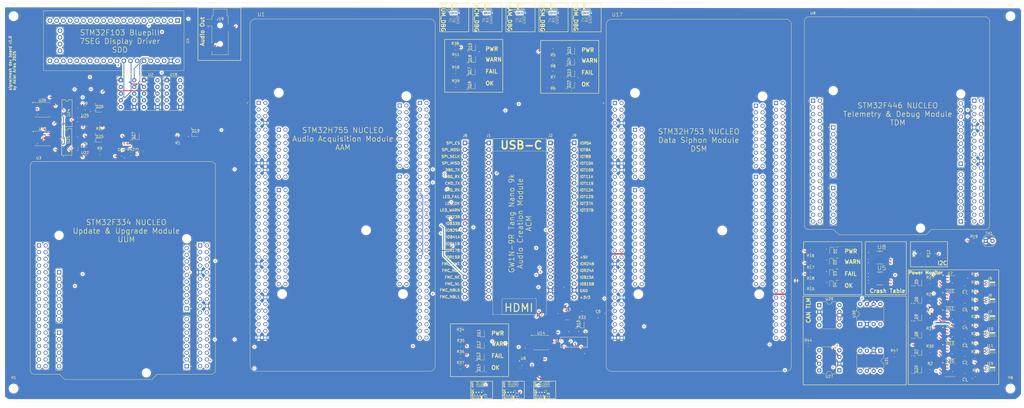
<source format=kicad_pcb>
(kicad_pcb (version 20241229) (generator "pcbnew") (generator_version "9.0")
  (layers (0 "F.Cu" signal) (4 "In1.Cu" signal) (6 "In2.Cu" signal) (2 "B.Cu" signal) (13 "F.Paste" user) (15 "B.Paste" user) (5 "F.SilkS" user "F.Silkscreen") (7 "B.SilkS" user "B.Silkscreen") (1 "F.Mask" user) (3 "B.Mask" user) (25 "Edge.Cuts" user))
  (net 0 "")
  (net 2 "Net-(U22-VOUT)")
  (net 15 "Net-(U25-VOUT)")
  (net 16 "3V3_UUM")
  (net 17 "Net-(D19-A)")
  (net 43 "Net-(D20-A)")
  (net 48 "Net-(D21-A)")
  (net 55 "Net-(D22-A)")
  (net 56 "GND")
  (net 57 "AAM_FMC_NBL0")
  (net 58 "unconnected-(J1-Pin_14-Pad14)")
  (net 59 "Net-(D23-A)")
  (net 60 "AAM_FMC_NE")
  (net 61 "unconnected-(J1-Pin_15-Pad15)")
  (net 62 "Net-(U14-VCC)")
  (net 63 "Net-(D10-A)")
  (net 64 "Net-(D11-A)")
  (net 65 "Net-(D12-A)")
  (net 66 "Net-(D13-A)")
  (net 67 "Net-(D14-A)")
  (net 68 "Net-(D15-A)")
  (net 69 "Net-(D16-A)")
  (net 70 "Net-(D17-A)")
  (net 71 "Net-(D18-A)")
  (net 72 "ACM_LED_WARN")
  (net 73 "ACM_DBG_TX")
  (net 74 "ACM_DBG_RX")
  (net 75 "Net-(D24-A)")
  (net 76 "ACM_SPI_SCLK")
  (net 77 "ACM_SPI_CS")
  (net 78 "ACM_LED_FAIL")
  (net 79 "AAM_FMC_NL")
  (net 80 "AAM_FMC_NBL1")
  (net 81 "unconnected-(J1-Pin_17-Pad17)")
  (net 82 "unconnected-(J1-Pin_16-Pad16)")
  (net 83 "unconnected-(J2-Pin_22-Pad22)")
  (net 84 "AAM_FMC_D11")
  (net 85 "ACM_SPI_MISO")
  (net 86 "ACM_SPI_MOSI")
  (net 87 "ACM_LED_OK")
  (net 88 "AAM_FMC_NOE")
  (net 90 "ACM_FMC_D15")
  (net 91 "unconnected-(J2-Pin_21-Pad21)")
  (net 92 "AAM_FMC_D0")
  (net 93 "AAM_FMC_D10")
  (net 94 "ACM_FMC_D14")
  (net 95 "unconnected-(J2-Pin_20-Pad20)")
  (net 96 "unconnected-(J2-Pin_19-Pad19)")
  (net 97 "AAM_FMC_D9")
  (net 103 "Net-(D25-A)")
  (net 109 "Net-(D26-A)")
  (net 116 "Net-(D1-A)")
  (net 117 "5V_TDM")
  (net 118 "AAM_FMC_NWE")
  (net 119 "AAM_FMC_D7")
  (net 120 "AAM_FMC_D3")
  (net 122 "Net-(D2-A)")
  (net 123 "Net-(D3-A)")
  (net 124 "Net-(D4-A)")
  (net 125 "AAM_FMC_D13")
  (net 126 "AAM_FMC_D8")
  (net 127 "AAM_FMC_D12")
  (net 149 "Net-(U9B-PC7)")
  (net 151 "3V3_ACM")
  (net 152 "AAM_FMC_D4")
  (net 153 "AAM_FMC_D6")
  (net 155 "AAM_FMC_D1")
  (net 156 "5V_ACM")
  (net 157 "AAM_FMC_D2")
  (net 159 "AAM_FMC_D5")
  (net 166 "Net-(D27-A)")
  (net 167 "TDM_I2C1_SCL")
  (net 172 "Net-(J15-Pin_1)")
  (net 176 "DSM_VDD")
  (net 183 "TDM_I2C1_SDA")
  (net 185 "DSM_I2C1_SDA")
  (net 186 "DSM_I2C1_SCL")
  (net 190 "TDM_VDD")
  (net 192 "TDM_DBG_RX")
  (net 193 "TDM_DBG_TX")
  (net 194 "Net-(J5-Pin_1)")
  (net 195 "Net-(J6-Pin_1)")
  (net 196 "Net-(J7-Pin_1)")
  (net 197 "Net-(J10-Pin_1)")
  (net 198 "Net-(J11-Pin_1)")
  (net 199 "Net-(D5-A)")
  (net 200 "AAM_DBG_TX")
  (net 201 "AAM_DBG_RX")
  (net 202 "DSM_DBG_TX")
  (net 203 "DSM_DBG_RX")
  (net 204 "VDD_ACM")
  (net 205 "Net-(D6-A)")
  (net 206 "Net-(D7-A)")
  (net 207 "Net-(D8-A)")
  (net 208 "Net-(D9-A)")
  (net 209 "VDD_AAM")
  (net 210 "VDD_UUM")
  (net 211 "VDD_DSM")
  (net 212 "5V_DSM")
  (net 213 "5V_UUM")
  (net 214 "5V_AAM")
  (net 215 "TDM_LED_OK")
  (net 216 "TDM_LED_WARN")
  (net 217 "TDM_LED_FAIL")
  (net 218 "ACM_VDD")
  (net 224 "Net-(U1B-GND_CN12-PadCN12_20)")
  (net 229 "VDD_7SDD")
  (net 269 "Net-(U14-~{CS})")
  (net 270 "Net-(U14-DI{slash}IO_{0})")
  (net 271 "Net-(U14-DO{slash}IO_{1})")
  (net 272 "Net-(U14-CLK)")
  (net 277 "AAM_VDD")
  (net 278 "AAM_LED_OK")
  (net 279 "AAM_LED_WARN")
  (net 280 "AAM_LED_FAIL")
  (net 290 "Net-(U1F-GND_CN10-PadCN10_17)")
  (net 323 "Net-(U1C-GND_CN8-PadCN8_11)")
  (net 351 "Net-(U1D-GND_CN9-PadCN9_12)")
  (net 374 "DSM_LED_OK")
  (net 376 "DSM_LED_WARN")
  (net 385 "Net-(U17B-GND_CN12-PadCN12_20)")
  (net 389 "DSM_LED_FAIL")
  (net 399 "Net-(U17F-GND_CN10-PadCN10_17)")
  (net 423 "Net-(U28B-VCC)")
  (net 424 "Net-(U17D-GND_CN9-PadCN9_12)")
  (net 440 "Net-(U17C-GND_CN8-PadCN8_11)")
  (net 488 "UUM_SPI_SEL")
  (net 492 "/CAN+")
  (net 568 "/CAN-")
  (net 581 "AAM_DAC_R")
  (net 587 "AAM_FMC_CLK")
  (net 588 "AAM_I2C1_SCL")
  (net 589 "AAM_I2C1_SDA")
  (net 601 "Net-(U2-B)")
  (net 602 "Net-(U2-DP)")
  (net 603 "Net-(U2-D)")
  (net 604 "Net-(U2-E)")
  (net 605 "Net-(U2-G)")
  (net 606 "Net-(U2-C)")
  (net 607 "Net-(U2-F)")
  (net 608 "Net-(U2-A)")
  (net 609 "Net-(U19-G)")
  (net 610 "Net-(U18-F)")
  (net 611 "Net-(U19-C)")
  (net 612 "Net-(U19-F)")
  (net 613 "Net-(U19-A)")
  (net 614 "Net-(U19-D)")
  (net 615 "Net-(U18-D)")
  (net 616 "Net-(U18-B)")
  (net 617 "Net-(U18-G)")
  (net 618 "Net-(U18-C)")
  (net 619 "Net-(U19-DP)")
  (net 620 "5V_7SDD")
  (net 621 "Net-(U18-DP)")
  (net 622 "Net-(U19-E)")
  (net 623 "Net-(U18-A)")
  (net 624 "Net-(U19-B)")
  (net 625 "Net-(U18-E)")
  (net 626 "AAM_INTRPT_TX")
  (net 627 "AAM_DAC_L")
  (net 628 "AAM_INTRPT_RX")
  (net 631 "Net-(U3A-GND_S1-PadCN7_19)")
  (net 650 "UUM_SPI1_SCK")
  (net 651 "UUM_DBG_TX")
  (net 655 "UUM_SPI1_MISO")
  (net 664 "UUM_DBG_RX")
  (net 670 "UUM_SPI1_MOSI")
  (net 688 "UUM_CAN_RD")
  (net 691 "Net-(U3C-GND-PadCN6_6)")
  (net 693 "UUM_CAN_TD")
  (net 695 "UUM_SPI1_CS")
  (net 696 "7SDD_CMD_RX")
  (net 697 "7SDD_CMD_TX")
  (net 698 "UUM_SPI1_MISO_A")
  (net 700 "UUM_SPI1_SCLK")
  (net 702 "Net-(U21-1Y)")
  (net 703 "Net-(U21-3Y)")
  (net 704 "Net-(U21-2Y)")
  (net 705 "Net-(U21-4Y)")
  (net 709 "Net-(U24-1Y)")
  (net 710 "Net-(U24-3Y)")
  (net 714 "Net-(U24-2Y)")
  (net 716 "Net-(U24-4Y)")
  (net 717 "UUM_SPI1_MISO_B")
  (net 721 "AAM_CAN_TD")
  (net 724 "AAM_CAN_RD")
  (net 725 "DSM_CAN_TD")
  (net 726 "DSM_CAN_RD")
  (net 731 "VDD_TDM")
  (net 732 "TDM_CAN_TD")
  (net 733 "TDM_CAN_RD")
  (net 734 "unconnected-(J1-Pin_13-Pad13)")
  (net 735 "unconnected-(J1-Pin_12-Pad12)")
  (net 736 "AAM_CMD_TX")
  (net 737 "AAM_CMD_RX")
  (footprint "MountingHole:MountingHole_3.2mm_M3" (layer "F.Cu") (at 566 55)
    (property "Reference" "H5")
    (property "Value" "MountingHole")
  )
  (footprint "LED_SMD:LED_0603_1608Metric" (layer "F.Cu") (at 366.31 179.3467 90)
    (property "Reference" "D12")
    (property "Value" "LED_OK")
  )
  (footprint "Connector_PinHeader_1.00mm:PinHeader_1x02_P1.00mm_Horizontal" (layer "F.Cu") (at 556.825 188)
    (property "Reference" "J15")
    (property "Value" "INA219_CONFIG")
  )
  (footprint "Display_7Segment:HDSP-A151" (layer "F.Cu") (at 246.92 79.24)
    (property "Reference" "U18")
    (property "Value" "HDSP-7503")
  )
  (footprint "LED_SMD:LED_0603_1608Metric" (layer "F.Cu") (at 363 71 90)
    (property "Reference" "D18")
    (property "Value" "LED_WARN")
  )
  (footprint "Resistor_SMD:R_0805_2012Metric_Pad1.20x1.40mm_HandSolder" (layer "F.Cu") (at 552.58 190.8)
    (property "Reference" "R3")
    (property "Value" "10k")
  )
  (footprint "Resistor_SMD:R_0805_2012Metric_Pad1.20x1.40mm_HandSolder" (layer "F.Cu") (at 233.3675 107.1175)
    (property "Reference" "R42")
    (property "Value" "100")
  )
  (footprint "Capacitor_SMD:C_0805_2012Metric" (layer "F.Cu") (at 216.0125 101.7175 180)
    (property "Reference" "C8")
    (property "Value" "10uf")
  )
  (footprint "LED_SMD:LED_0603_1608Metric" (layer "F.Cu") (at 531.756 155.555 90)
    (property "Reference" "D5")
    (property "Value" "LED_PWR")
  )
  (footprint "Resistor_SMD:R_0805_2012Metric_Pad1.20x1.40mm_HandSolder" (layer "F.Cu") (at 536.66 144.9 90)
    (property "Reference" "R12")
    (property "Value" "4.7k")
  )
  (footprint "Package_DIP:DIP-8_W7.62mm" (layer "F.Cu") (at 501.3 189.12 180)
    (property "Reference" "U27")
    (property "Value" "MCP2551-I-P")
  )
  (footprint "Capacitor_SMD:C_0805_2012Metric" (layer "F.Cu") (at 548.7327 178.0049 180)
    (property "Reference" "C3")
    (property "Value" "0.1uf")
  )
  (footprint "LED_SMD:LED_0603_1608Metric" (layer "F.Cu") (at 498.3 148.2 -90)
    (property "Reference" "D2")
    (property "Value" "LED_FAIL")
  )
  (footprint "LED_SMD:LED_0603_1608Metric" (layer "F.Cu") (at 400.4 72.1 90)
    (property "Reference" "D24")
    (property "Value" "LED_WARN")
  )
  (footprint "Resistor_SMD:R_0805_2012Metric_Pad1.20x1.40mm_HandSolder" (layer "F.Cu") (at 490.4 148.5 180)
    (property "Reference" "R17")
    (property "Value" "300")
  )
  (footprint "Resistor_SMD:R_0805_2012Metric_Pad1.20x1.40mm_HandSolder" (layer "F.Cu") (at 393 80.7 180)
    (property "Reference" "R6")
    (property "Value" "300")
  )
  (footprint "MountingHole:MountingHole_3.2mm_M3" (layer "F.Cu") (at 189 55)
    (property "Reference" "H2")
    (property "Value" "MountingHole")
  )
  (footprint "Resistor_SMD:R_0805_2012Metric_Pad1.20x1.40mm_HandSolder" (layer "F.Cu") (at 490.4 144 180)
    (property "Reference" "R16")
    (property "Value" "300")
  )
  (footprint "LED_SMD:LED_0603_1608Metric" (layer "F.Cu") (at 221.5675 101.9725)
    (property "Reference" "D25")
    (property "Value" "LED_PWR")
  )
  (footprint "Display_7Segment:HDSP-A151" (layer "F.Cu") (at 229.54 79.24)
    (property "Reference" "U19")
    (property "Value" "HDSP-7503")
  )
  (footprint "LED_SMD:LED_0603_1608Metric" (layer "F.Cu") (at 400.5 76.4 90)
    (property "Reference" "D23")
    (property "Value" "LED_FAIL")
  )
  (footprint "Connector_PinHeader_1.00mm:PinHeader_1x03_P1.00mm_Horizontal" (layer "F.Cu") (at 404.7 53.8 90)
    (property "Reference" "J4")
    (property "Value" "TDM_DBG")
  )
  (footprint "LED_SMD:LED_0603_1608Metric" (layer "F.Cu") (at 400.4 80.7 90)
    (property "Reference" "D22")
    (property "Value" "LED_OK")
  )
  (footprint "Resistor_SMD:R_0805_2012Metric_Pad1.20x1.40mm_HandSolder" (layer "F.Cu") (at 356.2 81.2)
    (property "Reference" "R39")
    (property "Value" "300")
  )
  (footprint "Connector_PinHeader_1.00mm:PinHeader_1x04_P1.00mm_Horizontal" (layer "F.Cu") (at 365.95 197.425 -90)
    (property "Reference" "J3")
    (property "Value" "LCD_display")
  )
  (footprint "Resistor_SMD:R_0805_2012Metric_Pad1.20x1.40mm_HandSolder" (layer "F.Cu") (at 358.01 183.68)
    (property "Reference" "R36")
    (property "Value" "300")
  )
  (footprint "Resistor_SMD:R_0805_2012Metric_Pad1.20x1.40mm_HandSolder" (layer "F.Cu") (at 489.5 179.4)
    (property "Reference" "R44")
    (property "Value" "120")
  )
  (footprint "Resistor_SMD:R_0805_2012Metric_Pad1.20x1.40mm_HandSolder" (layer "F.Cu") (at 552.58 160.855)
    (property "Reference" "R20")
    (property "Value" "10k")
  )
  (footprint "NUCLEO-H753ZI:MODULE_NUCLEO-H753ZI" (layer "F.Cu") (at 313.41 122.74)
    (property "Reference" "U1")
    (property "Value" "NUCLEO-H753ZI")
  )
  (footprint "Resistor_SMD:R_0805_2012Metric_Pad1.20x1.40mm_HandSolder" (layer "F.Cu") (at 552.58 167.355)
    (property "Reference" "R22")
    (property "Value" "10k")
  )
  (footprint "Resistor_SMD:R_0805_2012Metric_Pad1.20x1.40mm_HandSolder" (layer "F.Cu") (at 535.6 188.2)
    (property "Reference" "R2")
    (property "Value" "300")
  )
  (footprint "Package_LGA:Bosch_LGA-8_2.5x2.5mm_P0.65mm_ClockwisePinNumbering" (layer "F.Cu") (at 381.775 187.025)
    (property "Reference" "U6")
    (property "Value" "BME280")
  )
  (footprint "LED_SMD:LED_0603_1608Metric" (layer "F.Cu") (at 400.5 67.8 90)
    (property "Reference" "D21")
    (property "Value" "LED_PWR")
  )
  (footprint "Capacitor_SMD:C_0805_2012Metric" (layer "F.Cu") (at 548.7327 190.995 180)
    (property "Reference" "C1")
    (property "Value" "0.1uf")
  )
  (footprint "Capacitor_SMD:C_0805_2012Metric" (layer "F.Cu") (at 548.7327 164.5049 180)
    (property "Reference" "C5")
    (property "Value" "0.1uf")
  )
  (footprint "Connector_PinSocket_2.54mm:PinSocket_1x24_P2.54mm_Vertical" (layer "F.Cu") (at 401.01 102.94)
    (property "Reference" "J9")
    (property "Value" "FPGA I/O")
  )
  (footprint "Resistor_SMD:R_0805_2012Metric_Pad1.20x1.40mm_HandSolder" (layer "F.Cu") (at 221.5625 95.9725 180)
    (property "Reference" "R10")
    (property "Value" "300")
  )
  (footprint "Capacitor_SMD:C_0805_2012Metric" (layer "F.Cu") (at 410.065 168.48)
    (property "Reference" "C6")
    (property "Value" "10uf")
  )
  (footprint "Capacitor_SMD:C_0805_2012Metric" (layer "F.Cu") (at 548.7327 184.5078 180)
    (property "Reference" "C2")
    (property "Value" "0.1uf")
  )
  (footprint "LED_SMD:LED_0603_1608Metric" (layer "F.Cu") (at 235.7675 100.2175 90)
    (property "Reference" "D27")
    (property "Value" "LED_PWR")
  )
  (footprint "Package_SO:SOIC-8_3.9x4.9mm_P1.27mm" (layer "F.Cu") (at 543.1225 162.3837)
    (property "Reference" "U10")
    (property "Value" "INA219AxD")
  )
  (footprint "LED_SMD:LED_0603_1608Metric" (layer "F.Cu") (at 531.756 168.773 90)
    (property "Reference" "D9")
    (property "Value" "LED_PWR")
  )
  (footprint "OptoDevice:R_LDR_4.9x4.2mm_P2.54mm_Vertical" (layer "F.Cu") (at 556.66 140.1)
    (property "Reference" "TH1")
    (property "Value" "10k")
  )
  (footprint "Package_SO:SOIC-8_3.9x4.9mm_P1.27mm" (layer "F.Cu") (at 543.14 182.12)
    (property "Reference" "U13")
    (property "Value" "INA219AxD")
  )
  (footprint "Display_7Segment:HDSP-A151" (layer "F.Cu") (at 238.32 79.24)
    (property "Reference" "U2")
    (property "Value" "HDSP-7503")
  )
  (footprint "Resistor_SMD:R_0805_2012Metric_Pad1.20x1.40mm_HandSolder" (layer "F.Cu") (at 356.2 71.2)
    (property "Reference" "R41")
    (property "Value" "300")
  )
  (footprint "Resistor_SMD:R_0805_2012Metric_Pad1.20x1.40mm_HandSolder" (layer "F.Cu") (at 356 67)
    (property "Reference" "R38")
    (property "Value" "300")
  )
  (footprint "LED_SMD:LED_0603_1608Metric" (layer "F.Cu") (at 498.3 156.7 -90)
    (property "Reference" "D4")
    (property "Value" "LED_PWR")
  )
  (footprint "Package_TO_SOT_SMD:SOT-23-5" (layer "F.Cu") (at 216 106.2225)
    (property "Reference" "U22")
    (property "Value" "AP2112K-3.3")
  )
  (footprint "Resistor_SMD:R_0805_2012Metric_Pad1.20x1.40mm_HandSolder" (layer "F.Cu") (at 535.6 181.605)
    (property "Reference" "R30")
    (property "Value" "300")
  )
  (footprint "Resistor_SMD:R_0805_2012Metric_Pad1.20x1.40mm_HandSolder" (layer "F.Cu") (at 552.58 157.469)
    (property "Reference" "R14")
    (property "Value" "10k")
  )
  (footprint "Package_TO_SOT_SMD:SOT-23-5" (layer "F.Cu") (at 398.3475 168.43)
    (property "Reference" "U15")
    (property "Value" "AP2112K-3.3")
  )
  (footprint "Connector_PinSocket_2.54mm:PinSocket_1x24_P2.54mm_Vertical" (layer "F.Cu") (at 368.7 102.98)
    (property "Reference" "J1")
    (property "Value" "FPGA I/O")
  )
  (footprint "Capacitor_SMD:C_0805_2012Metric" (layer "F.Cu") (at 216.0125 89.7175)
    (property "Reference" "C9")
    (property "Value" "10uf")
  )
  (footprint "Package_SO:SOIC-8_3.9x4.9mm_P1.27mm" (layer "F.Cu") (at 543.105 168.9625)
    (property "Reference" "U11")
    (property "Value" "INA219AxD")
  )
  (footprint "Resistor_SMD:R_0805_2012Metric_Pad1.20x1.40mm_HandSolder" (layer "F.Cu") (at 490.4 152.64 180)
    (property "Reference" "R18")
    (property "Value" "300")
  )
  (footprint "Resistor_SMD:R_0805_2012Metric_Pad1.20x1.40mm_HandSolder" (layer "F.Cu") (at 356.2 76)
    (property "Reference" "R40")
    (property "Value" "300")
  )
  (footprint "Resistor_SMD:R_0805_2012Metric_Pad1.20x1.40mm_HandSolder" (layer "F.Cu") (at 393 76.5 180)
    (property "Reference" "R7")
    (property "Value" "300")
  )
  (footprint "LED_SMD:LED_0603_1608Metric" (layer "F.Cu") (at 362.8 81 90)
    (property "Reference" "D16")
    (property "Value" "LED_OK")
  )
  (footprint "Connector_PinSocket_2.54mm:PinSocket_1x24_P2.54mm_Vertical" (layer "F.Cu") (at 359.7 102.98)
    (property "Reference" "J8")
    (property "Value" "FPGA I/O")
  )
  (footprint "LED_SMD:LED_0603_1608Metric" (layer "F.Cu") (at 531.756 162.164 90)
    (property "Reference" "D6")
    (property "Value" "LED_PWR")
  )
  (footprint "Resistor_SMD:R_0805_2012Metric_Pad1.20x1.40mm_HandSolder" (layer "F.Cu") (at 358.11 179.48)
    (property "Reference" "R35")
    (property "Value" "300")
  )
  (footprint "Resistor_SMD:R_0805_2012Metric_Pad1.20x1.40mm_HandSolder" (layer "F.Cu") (at 552.58 163.805)
    (property "Reference" "R21")
    (property "Value" "10k")
  )
  (footprint "Connector_PinHeader_1.00mm:PinHeader_1x04_P1.00mm_Horizontal" (layer "F.Cu") (at 389.8 197.425 -90)
    (property "Reference" "J18")
    (property "Value" "LCD_display")
  )
  (footprint "Resistor_SMD:R_0805_2012Metric_Pad1.20x1.40mm_HandSolder" (layer "F.Cu") (at 490.4 156.64 180)
    (property "Reference" "R15")
    (property "Value" "300")
  )
  (footprint "LED_SMD:LED_0603_1608Metric" (layer "F.Cu") (at 257.9 99.8)
    (property "Reference" "D19")
    (property "Value" "LED_PWR")
  )
  (footprint "Package_SO:SOIC-8_5.3x5.3mm_P1.27mm" (layer "F.Cu") (at 388.51 178.58)
    (property "Reference" "U14")
    (property "Value" "W25Q128JVS")
  )
  (footprint "LED_SMD:LED_0603_1608Metric" (layer "F.Cu") (at 404.01 171.48 90)
    (property "Reference" "D10")
    (property "Value" "LED_PWR")
  )
  (footprint "Resistor_SMD:R_0805_2012Metric_Pad1.20x1.40mm_HandSolder" (layer "F.Cu") (at 393 72.3 180)
    (property "Reference" "R8")
    (property "Value" "300")
  )
  (footprint "LED_SMD:LED_0603_1608Metric" (layer "F.Cu") (at 498.3 152.4451 -90)
    (property "Reference" "D3")
    (property "Value" "LED_WARN")
  )
  (footprint "Resistor_SMD:R_0805_2012Metric_Pad1.20x1.40mm_HandSolder" (layer "F.Cu") (at 535.6 168.43)
    (property "Reference" "R32")
    (property "Value" "300")
  )
  (footprint "Package_DIP:DIP-8_W7.62mm" (layer "F.Cu") (at 493.69 164.42)
    (property "Reference" "U29")
    (property "Value" "MCP2551-I-P")
  )
  (footprint "Resistor_SMD:R_0805_2012Metric_Pad1.20x1.40mm_HandSolder" (layer "F.Cu") (at 358.01 187.88)
    (property "Reference" "R37")
    (property "Value" "300")
  )
  (footprint "Connector_PinSocket_2.54mm:PinSocket_1x24_P2.54mm_Vertical" (layer "F.Cu") (at 392.01 102.98)
    (property "Reference" "J2")
    (property "Value" "FPGA I/O")
  )
  (footprint "NUCLEO-F446RE:MODULE_NUCLEO-F446RE" (layer "F.Cu") (at 523.11 96.51)
    (property "Reference" "U9")
    (property "Value" "NUCLEO-F446RE")
  )
  (footprint "Resistor_SMD:R_0805_2012Metric_Pad1.20x1.40mm_HandSolder" (layer "F.Cu") (at 535.6 174.8675)
    (property "Reference" "R31")
    (property "Value" "300")
  )
  (footprint "Connector_PinHeader_1.00mm:PinHeader_1x03_P1.00mm_Horizontal" (layer "F.Cu") (at 367.3 53.8 90)
    (property "Reference" "J14")
    (property "Value" "ACM_DBG")
  )
  (footprint "Capacitor_SMD:C_0805_2012Metric" (layer "F.Cu") (at 548.7 157.8 180)
    (property "Reference" "C7")
    (property "Value" "0.1uf")
  )
  (footprint "Resistor_SMD:R_0805_2012Metric_Pad1.20x1.40mm_HandSolder" (layer "F.Cu") (at 393 68.1 180)
    (property "Reference" "R5")
    (property "Value" "300")
  )
  (footprint "LED_SMD:LED_0603_1608Metric" (layer "F.Cu") (at 531.756 181.991 90)
    (property "Reference" "D7")
    (property "Value" "LED_PWR")
  )
  (footprint "LED_SMD:LED_0603_1608Metric" (layer "F.Cu") (at 366.21 188.08 90)
    (property "Reference" "D14")
    (property "Value" "LED_WARN")
  )
  (footprint "Connector_PinHeader_1.00mm:PinHeader_1x02_P1.00mm_Horizontal" (layer "F.Cu") (at 556.825 181.305)
    (property "Reference" "J11")
    (property "Value" "INA219_CONFIG")
  )
  (footprint "Connector_PinHeader_1.00mm:PinHeader_1x03_P1.00mm_Horizontal" (layer "F.Cu") (at 354.75 53.8 90)
    (property "Reference" "J16")
    (property "Value" "DSM_DBG")
  )
  (footprint "Connector_PinHeader_1.00mm:PinHeader_1x02_P1.00mm_Horizontal" (layer "F.Cu") (at 556.825 162.18)
    (property "Reference" "J6")
    (property "Value" "INA219_CONFIG")
  )
  (footprint "Resistor_SMD:R_0805_2012Metric_Pad1.20x1.40mm_HandSolder" (layer "F.Cu") (at 221.5625 106.7175)
    (property "Reference" "R9")
    (property "Value" "300")
  )
  (footprint "LED_SMD:LED_0603_1608Metric" (layer "F.Cu") (at 366.21 183.7133 90)
    (property "Reference" "D13")
    (property "Value" "LED_FAIL")
  )
  (footprint "LED_SMD:LED_0603_1608Metric" (layer "F.Cu") (at 363 66.5 90)
    (property "Reference" "D15")
    (property "Value" "LED_PWR")
  )
  (footprint "MountingHole:MountingHole_3.2mm_M3" (layer "F.Cu") (at 566 196)
    (property "Reference" "H6")
    (property "Value" "MountingHole")
  )
  (footprint "Resistor_SMD:R_0805_2012Metric_Pad1.20x1.40mm_HandSolder" (layer "F.Cu") (at 251.1 101.4 180)
    (property "Reference" "R1")
    (property "Value" "300")
  )
  (footprint "Connector_PinHeader_1.00mm:PinHeader_1x02_P1.00mm_Horizontal" (layer "F.Cu") (at 556.825 174.93)
    (property "Reference" "J10")
    (property "Value" "INA219_CONFIG")
  )
  (footprint "Resistor_SMD:R_0805_2012Metric_Pad1.20x1.40mm_HandSolder" (layer "F.Cu") (at 535.6 161.9925)
    (property "Reference" "R29")
    (property "Value" "300")
  )
  (footprint "Resistor_SMD:R_0805_2012Metric_Pad1.20x1.40mm_HandSolder" (layer "F.Cu") (at 552.58 170.455)
    (property "Reference" "R24")
    (property "Value" "10k")
  )
  (footprint "Footprints:YAAJ_WeAct_BlackPill_SWD_2" (layer "F.Cu") (at 251 56.66 -90)
    (property "Reference" "U4")
    (property "Value" "YAAJ_BluePill_Part_Like" (hide yes))
  )
  (footprint "Connector_PinHeader_1.00mm:PinHeader_1x03_P1.00mm_Horizontal" (layer "F.Cu") (at 379.7 53.8 90)
    (property "Reference" "J12")
    (property "Value" "AAM_DBG")
  )
  (footprint "NUCLEO-F303RE:ST_NUCLEO-F303RE" (layer "F.Cu") (at 230.33 151.32)
    (property "Reference" "U3")
    (property "Value" "NUCLEO-F303RE")
  )
  (footprint "74HC4050D:SO16" (layer "F.Cu") (at 400.915 178.48)
    (property "Reference" "U16")
    (property "Value" "74HC4050D")
  )
  (footprint "Connector_PinHeader_1.00mm:PinHeader_1x03_P1.00mm_Horizontal" (layer "F.Cu") (at 392.2 53.8 90)
    (property "Reference" "J13")
    (property "Value" "DSM_DBG")
  )
  (footprint "Package_DIP:DIP-8_W7.62mm" (layer "F.Cu") (at 516.8 181.7 -90)
    (property "Reference" "U31")
    (property "Value" "MCP2551-I-P")
  )
  (footprint "Package_SO:SOIC-8_3.9x4.9mm_P1.27mm" (layer "F.Cu") (at 543.1575 175.5412)
    (property "Reference" "U12")
    (property "Value" "INA219AxD")
  )
  (footprint "NUCLEO-H753ZI:MODULE_NUCLEO-H753ZI" (layer "F.Cu") (at 448.13 122.81)
    (property "Reference" "U17")
    (property "Value" "NUCLEO-H753ZI")
  )
  (footprint "LED_SMD:LED_0603_1608Metric" (layer "F.Cu") (at 362.8 75.7 90)
    (property "Reference" "D17")
    (property "Value" "LED_FAIL")
  )
  (footprint "LED_SMD:LED_0603_1608Metric" (layer "F.Cu") (at 531.756 175.382 90)
    (property "Reference" "D8")
    (property "Value" "LED_PWR")
  )
  (footprint "Capacitor_SMD:C_0805_2012Metric" (layer "F.Cu") (at 548.7327 171.2549 180)
    (property "Reference" "C4")
    (property "Value" "0.1uf")
  )
  (footprint "LED_SMD:LED_0603_1608Metric" (layer "F.Cu") (at 366.31 174.98 90)
    (property "Reference" "D11")
    (property "Value" "LED_PWR")
  )
  (footprint "LED_SMD:LED_0603_1608Metric" (layer "F.Cu") (at 498.4 144 -90)
    (property "Reference" "D1")
    (property "Value" "LED_OK")
  )
  (footprint "24LC256-I_SN:SOIC127P600X175-8N" (layer "F.Cu") (at 516.6 154.305)
    (property "Reference" "U5")
    (property "Value" "24LC256-I_SN")
  )
  (footprint "Resistor_SMD:R_0805_2012Metric_Pad1.20x1.40mm_HandSolder" (layer "F.Cu") (at 552.6 180.5)
    (property "Reference" "R26")
    (property "Value" "10k")
  )
  (footprint "Resistor_SMD:R_0805_2012Metric_Pad1.20x1.40mm_HandSolder" (layer "F.Cu") (at 237.3675 106.3175 90)
    (property "Reference" "R43")
    (property "Value" "300")
  )
  (footprint "74HC4050D:SO16" (layer "F.Cu") (at 209.0675 102.5725 -90)
    (property "Reference" "U21")
    (property "Value" "74HC4050D")
  )
  (footprint "Connector_Audio:Jack_3.5mm_CUI_SJ-3523-SMT_Horizontal" (layer "F.Cu") (at 267.1 61)
    (property "Reference" "J19")
    (property "Value" "AudioJack3")
  )
  (footprint "MountingHole:MountingHole_3.2mm_M3" (layer "F.Cu") (at 189 196)
    (property "Reference" "H1")
    (property "Value" "MountingHole")
  )
  (footprint "Resistor_SMD:R_0805_2012Metric_Pad1.20x1.40mm_HandSolder" (layer "F.Cu") (at 552.58 173.805)
    (property "Reference" "R23")
    (property "Value" "10k")
  )
  (footprint "Resistor_SMD:R_0805_2012Metric_Pad1.20x1.40mm_HandSolder" (layer "F.Cu") (at 552.58 183.755)
    (property "Reference" "R28")
    (property "Value" "10k")
  )
  (footprint "24LC256-I_SN:SOIC127P600X175-8N" (layer "F.Cu") (at 516.6 146.4)
    (property "Reference" "U8")
    (property "Value" "24LC256-I_SN")
  )
  (footprint "Resistor_SMD:R_0805_2012Metric_Pad1.20x1.40mm_HandSolder" (layer "F.Cu") (at 552.58 154.305)
    (property "Reference" "R13")
    (property "Value" "10k")
  )
  (footprint "Package_SO:SOIC-8_3.9x4.9mm_P1.27mm" (layer "F.Cu") (at 543.175 188.905)
    (property "Reference" "U20")
    (property "Value" "INA219AxD")
  )
  (footprint "Resistor_SMD:R_0805_2012Metric_Pad1.20x1.40mm_HandSolder" (layer "F.Cu") (at 552.58 187.5)
    (property "Reference" "R4")
    (property "Value" "10k")
  )
  (footprint "Connector_PinHeader_1.00mm:PinHeader_1x02_P1.00mm_Horizontal" (layer "F.Cu") (at 556.825 155.805)
    (property "Reference" "J5")
    (property "Value" "INA219_CONFIG")
  )
  (footprint "Resistor_SMD:R_0805_2012Metric_Pad1.20x1.40mm_HandSolder" (layer "F.Cu") (at 522.1 183.3)
    (property "Reference" "R47")
    (property "Value" "120")
  )
  (footprint "Resistor_SMD:R_0805_2012Metric_Pad1.20x1.40mm_HandSolder" (layer "F.Cu") (at 535.6 155.555)
    (property "Reference" "R27")
    (property "Value" "300")
  )
  (footprint "Connector_PinHeader_1.00mm:PinHeader_1x04_P1.00mm_Horizontal" (layer "F.Cu") (at 378.029 197.4234 -90)
    (property "Reference" "J17")
    (property "Value" "LCD_display")
  )
  (footprint "Resistor_SMD:R_0805_2012Metric_Pad1.20x1.40mm_HandSolder" (layer "F.Cu") (at 404.01 167.48 180)
    (property "Reference" "R33")
    (property "Value" "300")
  )
  (footprint "Package_DIP:DIP-8_W7.62mm" (layer "F.Cu") (at 509.18 171.62 90)
    (property "Reference" "U30")
    (property "Value" "MCP2551-I-P")
  )
  (footprint "Capacitor_SMD:C_0805_2012Metric" (layer "F.Cu") (at 229.8225 107.2175)
    (property "Reference" "C10")
    (property "Value" "0.1uf")
  )
  (footprint "Resistor_SMD:R_0805_2012Metric_Pad1.20x1.40mm_HandSolder" (layer "F.Cu") (at 552.58 176.955)
    (property "Reference" "R25")
    (property "Value" "10k")
  )
  (footprint "Connector_PinHeader_1.00mm:PinHeader_1x02_P1.00mm_Horizontal" (layer "F.Cu") (at 556.825 168.555)
    (property "Reference" "J7")
    (property "Value" "INA219_CONFIG")
  )
  (footprint "Package_TO_SOT_SMD:SOT-23-5" (layer "F.Cu") (at 216 95.0225)
    (property "Reference" "U25")
    (property "Value" "AP2112K-3.3")
  )
  (footprint "Resistor_SMD:R_0805_2012Metric_Pad1.20x1.40mm_HandSolder" (layer "F.Cu") (at 531.2 144.9 90)
    (property "Reference" "R11")
    (property "Value" "4.7k")
  )
  (footprint "74HC4050D:SO16" (layer "F.Cu") (at 209.1625 91.6725 -90)
    (property "Reference" "U24")
    (property "Value" "74HC4050D")
  )
  (footprint "Resistor_SMD:R_0805_2012Metric_Pad1.20x1.40mm_HandSolder" (layer "F.Cu") (at 552.2 140.1)
    (property "Reference" "R19")
    (property "Value" "10k")
  )
  (footprint "Resistor_SMD:R_0805_2012Metric_Pad1.20x1.40mm_HandSolder" (layer "F.Cu") (at 358.01 175.28)
    (property "Reference" "R34")
    (property "Value" "300")
  )
  (footprint "Package_SO:SOIC-8_5.3x5.3mm_P1.27mm" (layer "F.Cu") (at 199.875 90.4225)
    (property "Reference" "U26")
    (property "Value" "W25Q128JVS")
  )
  (footprint "Package_SO:SOIC-8_3.9x4.9mm_P1.27mm" (layer "F.Cu") (at 543.175 155.805)
    (property "Reference" "U7")
    (property "Value" "INA219AxD")
  )
  (footprint "Package_SO:SOIC-8_5.3x5.3mm_P1.27mm" (layer "F.Cu") (at 199.98 101.3225)
    (property "Reference" "U23")
    (property "Value" "W25Q128JVS")
  )
  (footprint "SN74LVC1G3157:SC70-6" (layer "F.Cu") (at 231.3675 103.3175)
    (property "Reference" "U28")
    (property "Value" "74LVC1G3157")
  )
  (footprint "LED_SMD:LED_0603_1608Metric" (layer "F.Cu") (at 221.5675 90.6175)
    (property "Reference" "D26")
    (property "Value" "LED_PWR")
  )
  (footprint "LED_SMD:LED_0603_1608Metric" (layer "F.Cu") (at 531.756 188.6 90)
    (property "Reference" "D20")
    (property "Value" "LED_PWR")
  )
  (gr_rect (start 528.2 140.4) (end 542.2 149.9) (stroke (width 0.2)) (fill no) (layer "F.SilkS"))
  (gr_rect (start 354.21 171.48) (end 376.21 191.48) (stroke (width 0.2)) (fill no) (layer "F.SilkS"))
  (gr_line (start 402.9825 124.025) (end 403.3 124.025) (stroke (width 0.1)) (layer "F.SilkS"))
  (gr_rect (start 375.2 50.125) (end 386.2 60.894873) (stroke (width 0.2)) (fill no) (layer "F.SilkS"))
  (gr_rect (start 258.7 51.75) (end 274.95 71.75) (stroke (width 0.2)) (fill no) (layer "F.SilkS"))
  (gr_rect (start 511.1 140.4) (end 526.6 160.4) (stroke (width 0.2)) (fill no) (layer "F.SilkS"))
  (gr_rect (start 361.85 193.230127) (end 370.15 199.8) (stroke (width 0.2)) (fill no) (layer "F.SilkS"))
  (gr_line (start 402.9825 104.975) (end 403.3 104.975) (stroke (width 0.1)) (layer "F.SilkS"))
  (gr_rect (start 373.85 193.230127) (end 382.15 199.8) (stroke (width 0.2)) (fill no) (layer "F.SilkS"))
  (gr_rect (start 370.2 101.305) (end 390.52 167.98) (stroke (width 0.1)) (fill no) (layer "F.SilkS"))
  (gr_rect (start 400.2 50.155127) (end 411.2 60.925) (stroke (width 0.2)) (fill no) (layer "F.SilkS"))
  (gr_rect (start 527.33 151.055) (end 561.58 194.505) (stroke (width 0.2)) (fill no) (layer "F.SilkS"))
  (gr_rect (start 350.15 50.140064) (end 361.15 60.909937) (stroke (width 0.2)) (fill no) (layer "F.SilkS"))
  (gr_rect (start 362.7 50.125) (end 373.7 60.894873) (stroke (width 0.2)) (fill no) (layer "F.SilkS"))
  (gr_rect (start 387.7 50.125) (end 398.7 60.894873) (stroke (width 0.2)) (fill no) (layer "F.SilkS"))
  (gr_rect (start 385.7 193.230127) (end 394 199.8) (stroke (width 0.2)) (fill no) (layer "F.SilkS"))
  (gr_rect (start 388.3 64.2) (end 410.3 84.2) (stroke (width 0.2)) (fill no) (layer "F.SilkS"))
  (gr_line (start 402.6 104.975) (end 402.6 124.025) (stroke (width 0.1)) (layer "F.SilkS"))
  (gr_rect (start 352 63.8) (end 374 83.8) (stroke (width 0.2)) (fill no) (layer "F.SilkS"))
  (gr_rect (start 487.8 140.4) (end 509.8 160.4) (stroke (width 0.2)) (fill no) (layer "F.SilkS"))
  (gr_rect (start 370.201459 101.30598) (end 390.521459 106.06848) (stroke (width 0.1)) (fill no) (layer "F.SilkS"))
  (gr_rect (start 373.693959 161.94848) (end 386.711459 167.98098) (stroke (width 0.1)) (fill no) (layer "F.SilkS"))
  (gr_rect (start 487.6 161) (end 526.6 194.6) (stroke (width 0.2)) (fill no) (layer "F.SilkS"))
  (gr_arc (start 189 200.88) (mid 185.464466 199.415534) (end 184 195.88) (stroke (width 0.05)) (layer "Edge.Cuts"))
  (gr_line (start 184 195.88) (end 184 54.9) (stroke (width 0.05)) (layer "Edge.Cuts"))
  (gr_line (start 189 49.900917) (end 566 49.951854) (stroke (width 0.05)) (layer "Edge.Cuts"))
  (gr_line (start 566 200.88) (end 189 200.88) (stroke (width 0.05)) (layer "Edge.Cuts"))
  (gr_arc (start 571 195.88) (mid 569.535534 199.415534) (end 566 200.88) (stroke (width 0.05)) (layer "Edge.Cuts"))
  (gr_line (start 571 54.951068) (end 571 195.88) (stroke (width 0.05)) (layer "Edge.Cuts"))
  (gr_arc (start 184 54.9) (mid 185.464466 51.364466) (end 189 49.9) (stroke (width 0.05)) (layer "Edge.Cuts"))
  (gr_arc (start 566 49.951068) (mid 569.535534 51.415534) (end 571 54.951068) (stroke (width 0.05)) (layer "Edge.Cuts"))
  (gr_text "STM32H753 NUCLEO\nData Siphon Module\nDSM" (at 448.13 106.37 0) (layer "F.SilkS") (effects (font (size 2.016 2.016) (thickness 0.2) (bold yes)) (justify bottom)))
  (gr_text "SCL" (at 365.95 195.6 90) (layer "F.SilkS") (effects (font (size 0.75 0.75) (thickness 0.1)) (justify left bottom)))
  (gr_text "DSM_DBG" (at 388.1 50.3 270) (layer "F.SilkS") (effects (font (size 1.5 1.5) (thickness 0.3) (bold yes)) (justify left bottom)))
  (gr_text "VDD" (at 391.8 195.5 90) (layer "F.SilkS") (effects (font (size 0.75 0.75) (thickness 0.1)) (justify left bottom)))
  (gr_text "FAIL" (at 403.6 77.2 0) (layer "F.SilkS") (effects (font (size 1.5 1.5) (thickness 0.3) (bold yes)) (justify left bottom)))
  (gr_text "Audio Out" (at 261.25 66.5 90) (layer "F.SilkS") (effects (font (size 1.5 1.5) (thickness 0.3) (bold yes)) (justify left bottom)))
  (gr_text "VDD" (at 379.95 195.5 90) (layer "F.SilkS") (effects (font (size 0.75 0.75) (thickness 0.1)) (justify left bottom)))
  (gr_text "TX" (at 392.45 57.39327 90) (layer "F.SilkS") (effects (font (size 1 1) (thickness 0.1)) (justify left bottom)))
  (gr_text "GND" (at 388.7 195.6 90) (layer "F.SilkS") (effects (font (size 0.75 0.75) (thickness 0.1)) (justify left bottom)))
  (gr_text "OK" (at 503.1 157.9 0) (layer "F.SilkS") (effects (font (size 1.5 1.5) (thickness 0.3) (bold yes)) (justify left bottom)))
  (gr_text "signalmesh dev board v1.0\nby Akiel Aries 2025" (at 189.9 83.2 90) (layer "F.SilkS") (effects (font (size 1 1) (thickness 0.2) (bold yes)) (justify left bottom)))
  (gr_text "ACM_DBG" (at 363.2 50.559937 270) (layer "F.SilkS") (effects (font (size 1.5 1.5) (thickness 0.3) (bold yes)) (justify left bottom)))
  (gr_text "IOB15B\n" (at 402.9825 156.42 0) (layer "F.SilkS") (effects (font (size 1 1) (thickness 0.2) (bold yes)) (justify left)))
  (gr_text "FMC_NWE" (at 357.9 148.78 0) (layer "F.SilkS") (effects (font (size 1 1) (thickness 0.2) (bold yes)) (justify right)))
  (gr_text "IOB15A" (at 402.9825 153.88 0) (layer "F.SilkS") (effects (font (size 1 1) (thickness 0.2) (bold yes)) (justify left)))
  (gr_text "TX" (at 379.95 57.39327 90) (layer "F.SilkS") (effects (font (size 1 1) (thickness 0.1)) (justify left bottom)))
  (gr_text "GND" (at 376.85 195.6 90) (layer "F.SilkS") (effects (font (size 0.75 0.75) (thickness 0.1)) (justify left bottom)))
  (gr_text "GND" (at 395.2 58.059937 90) (layer "F.SilkS") (effects (font (size 1 1) (thickness 0.1)) (justify left bottom)))
  (gr_text "Crash Table" (at 512.6 159.9 0) (layer "F.SilkS") (effects (font (size 1.5 1.5) (thickness 0.3) (bold yes)) (justify left bottom)))
  (gr_text "FAIL" (at 367.3 76.8 0) (layer "F.SilkS") (effects (font (size 1.5 1.5) (thickness 0.3) (bold yes)) (justify left bottom)))
  (gr_text "STM32F334 NUCLEO\nUpdate & Upgrade Module\nUUM" (at 231.62 140.72 0) (layer "F.SilkS") (effects (font (size 2.016 2.016) (thickness 0.2) (bold yes)) (justify bottom)))
  (gr_text "GND" (at 402.9825 158.96 0) (layer "F.SilkS") (effects (font (size 1 1) (thickness 0.2) (bold yes)) (justify left)))
  (gr_text "VDD" (at 367.95 195.5 90) (layer "F.SilkS") (effects (font (size 0.75 0.75) (thickness 0.1)) (justify left bottom)))
  (gr_text "USB-C" (at 380.996459 103.84598 0) (layer "F.SilkS") (effects (font (size 3 3) (thickness 0.6) (bold yes))))
  (gr_text "DBG_RX" (at 357.9 115.76 0) (layer "F.SilkS") (effects (font (size 1 1) (thickness 0.2) (bold yes)) (justify right)))
  (gr_text "IOB33B" (at 357.9 133.54 0) (layer "F.SilkS") (effects (font (size 1 1) (thickness 0.2) (bold yes)) (justify right)))
  (gr_text "PWR" (at 369.51 175.98 0) (layer "F.SilkS") (effects (font (size 1.5 1.5) (thickness 0.3) (bold yes)) (justify left bottom)))
  (gr_text "TX" (at 367.45 57.39327 90) (layer "F.SilkS") (effects (font (size 1 1) (thickness 0.1)) (justify left bottom)))
  (gr_text "STM32F446 NUCLEO\nTelemetry & Debug Module\nTDM" (at 523.36 96.5 0) (layer "F.SilkS") (effects (font (size 2.016 2.016) (thickness 0.2) (bold yes)) (justify bottom)))
  (gr_text "CMD_RX" (at 357.9 120.84 0) (layer "F.SilkS") (effects (font (size 1 1) (thickness 0.2) (bold yes)) (justify right)))
  (gr_text "PWR" (at 367.3 68.3 0) (layer "F.SilkS") (effects (font (size 1.5 1.5) (thickness 0.3) (bold yes)) (justify left bottom)))
  (gr_text "DBG_TX" (at 357.9 113.22 0) (layer "F.SilkS") (effects (font (size 1 1) (thickness 0.2) (bold yes)) (justify right)))
  (gr_text "AAM DSPLY" (at 374.05 193.4 270) (layer "F.SilkS") (effects (font (size 0.75 0.75)) (justify left bottom)))
  (gr_text "SPI_MOSI" (at 357.9 105.6 0) (layer "F.SilkS") (effects (font (size 1 1) (thickness 0.2) (bold yes)) (justify right)))
  (gr_text "IOT8B\n" (at 402.9825 108.16 0) (layer "F.SilkS") (effects (font (size 1 1) (thickness 0.2) (bold yes)) (justify left)))
  (gr_text "TDM_DBG" (at 400.7 50.425 270) (layer "F.SilkS") (effects (font (size 1.5 1.5) (thickness 0.3) (bold yes)) (justify left bottom)))
  (gr_text "RX" (at 381.325 57.512318 90) (layer "F.SilkS") (effects (font (size 1 1) (thickness 0.1)) (justify left bottom)))
  (gr_text "SDA" (at 366.95 195.6 90) (layer "F.SilkS") (effects (font (size 0.75 0.75) (thickness 0.1)) (justify left bottom)))
  (gr_text "OK" (at 369.51 188.98 0) (layer "F.SilkS") (effects (font (size 1.5 1.5) (thickness 0.3) (bold yes)) (justify left bottom)))
  (gr_text "SCL" (at 377.95 195.6 90) (layer "F.SilkS") (effects (font (size 0.75 0.75) (thickness 0.1)) (justify left bottom)))
  (gr_text "LED_FAIL" (at 357.9 123.38 0) (layer "F.SilkS") (effects (font (size 1 1) (thickness 0.2) (bold yes)) (justify right)))
  (gr_text "IOT12B\n" (at 402.9825 123.39 0) (layer "F.SilkS") (effects (font (size 1 1) (thickness 0.2) (bold yes)) (justify left)))
  (gr_text "WARN" (at 367.3 72.3 0) (layer "F.SilkS") (effects (font (size 1.5 1.5) (thickness 0.3) (bold yes)) (justify left bottom)))
  (gr_text "FMC_NOE" (at 357.9 151.32 0) (layer "F.SilkS") (effects (font (size 1 1) (thickness 0.2) (bold yes)) (justify right)))
  (gr_text "IOT8A\n" (at 402.9825 105.62 0) (layer "F.SilkS") (effects (font (size 1 1) (thickness 0.2) (bold yes)) (justify left)))
  (gr_text "AAM_DBG" (at 375.7 50.559937 270) (layer "F.SilkS") (effects (font (size 1.5 1.5) (thickness 0.3) (bold yes)) (justify left bottom)))
  (gr_text "GND" (at 357.65 58.075001 90) (layer "F.SilkS") (effects (font (size 1 1) (thickness 0.1)) (justify left bottom)))
  (gr_text "SDA" (at 390.8 195.6 90) (layer "F.SilkS") (effects (font (size 0.75 0.75) (thickness 0.1)) (justify left bottom)))
  (gr_text "IOR15B" (at 357.9 146.24 0) (layer "F.SilkS") (effects (font (size 1 1) (thickness 0.2) (bold yes)) (justify right)))
  (gr_text "IOT11B\n" (at 402.9825 118.32 0) (layer "F.SilkS") (effects (font (size 1 1) (thickness 0.2) (bold yes)) (justify left)))
  (gr_text "STM32F103 Bluepill\n7SEG Display Driver\nSDD" (at 229.2 68.9 0) (layer "F.SilkS") (effects (font (size 2.016 2.016) (thickness 0.2) (bold yes)) (justify bottom)))
  (gr_text "IOR5A" (at 402.9825 103.08 0) (layer "F.SilkS") (effects (font (size 1 1) (thickness 0.2) (bold yes)) (justify left)))
  (gr_text "PWR" (at 503.1 144.9 0) (layer "F.SilkS") (effects (font (size 1.5 1.5) (thickness 0.3) (bold yes)) (justify left bottom)))
  (gr_text "CAN TLM" (at 490.5 171.4 90) (layer "F.SilkS") (effects (font (size 1.5 1.5) (thickness 0.3) (bold yes)) (justify left bottom)))
  (gr_text "IOT37A\n" (at 402.9825 125.94 0) (layer "F.SilkS") (effects (font (size 1 1) (thickness 0.2) (bold yes)) (justify left)))
  (gr_text "I2C" (at 538.2 149.4 0) (layer "F.SilkS") (effects (font (size 1.5 1.5) (thickness 0.3) (bold yes)) (justify left bottom)))
  (gr_text "STM32H755 NUCLEO\nAudio Acquisition Module\nAAM" (at 313.54 105.87 0) (layer "F.SilkS") (effects (font (size 2.016 2.016) (thickness 0.2) (bold yes)) (justify bottom)))
  (gr_text "FAIL" (at 503.1 153.4 0) (layer "F.SilkS") (effects (font (size 1.5 1.5) (thickness 0.3) (bold yes)) (justify left bottom)))
  (gr_text "WARN" (at 503.1 148.9 0) (layer "F.SilkS") (effects (font (size 1.5 1.5) (thickness 0.3) (bold yes)) (justify left bottom)))
  (gr_text "IOR17B" (at 357.9 143.7 0) (layer "F.SilkS") (effects (font (size 1 1) (thickness 0.2) (bold yes)) (justify right)))
  (gr_text "SDA" (at 378.95 195.6 90) (layer "F.SilkS") (effects (font (size 0.75 0.75) (thickness 0.1)) (justify left bottom)))
  (gr_text "IOB29A" (at 357.9 136.08 0) (layer "F.SilkS") (effects (font (size 1 1) (thickness 0.2) (bold yes)) (justify right)))
  (gr_text "Power Monitor" (at 527.33 152.805 0) (layer "F.SilkS") (effects (font (size 1.2 1.2) (thickness 0.3) (bold yes)) (justify left bottom)))
  (gr_text "+5V\n" (at 402.9825 146.26 0) (layer "F.SilkS") (effects (font (size 1 1) (thickness 0.2) (bold yes)) (justify left)))
  (gr_text "PWR" (at 403.6 68.7 0) (layer "F.SilkS") (effects (font (size 1.5 1.5) (thickness 0.3) (bold yes)) (justify left bottom)))
  (gr_text "GND" (at 382.7 58.059937 90) (layer "F.SilkS") (effects (font (size 1 1) (thickness 0.1)) (justify left bottom)))
  (gr_text "OK" (at 367.3 81.3 0) (layer "F.SilkS") (effects (font (size 1.5 1.5) (thickness 0.3) (bold yes)) (justify left bottom)))
  (gr_text "RX" (at 393.825 57.512318 90) (layer "F.SilkS") (effects (font (size 1 1) (thickness 0.1)) (justify left bottom)))
  (gr_text "LED_OK" (at 357.9 125.92 0) (layer "F.SilkS") (effects (font (size 1 1) (thickness 0.2) (bold yes)) (justify right)))
  (gr_text "TX" (at 404.95 57.258333 90) (layer "F.SilkS") (effects (font (size 1 1) (thickness 0.1)) (justify left bottom)))
  (gr_text "GND" (at 364.85 195.6 90) (layer "F.SilkS") (effects (font (size 0.75 0.75) (thickness 0.1)) (justify left bottom)))
  (gr_text "FMC_NL" (at 357.9 156.4 0) (layer "F.SilkS") (effects (font (size 1 1) (thickness 0.2) (bold yes)) (justify right)))
  (gr_text "FMC_NBL1" (at 357.9 161.3 0) (layer "F.SilkS") (effects (font (size 1 1) (thickness 0.2) (bold yes)) (justify right)))
  (gr_text "FMC_NBL0" (at 357.9 158.76 0) (layer "F.SilkS") (effects (font (size 1 1) (thickness 0.2) (bold yes)) (justify right)))
  (gr_text "UUM_DBG" (at 350.6 50.1 270) (layer "F.SilkS") (effects (font (size 1.5 1.5) (thickness 0.3) (bold yes)) (justify left bottom)))
  (gr_text "IOB41A" (at 357.9 138.62 0) (layer "F.SilkS") (effects (font (size 1 1) (thickness 0.2) (bold yes)) (justify right)))
  (gr_text "IOB41B" (at 357.9 141.16 0) (layer "F.SilkS") (effects (font (size 1 1) (thickness 0.2) (bold yes)) (justify right)))
  (gr_text "CMD_TX" (at 357.9 118.3 0) (layer "F.SilkS") (effects (font (size 1 1) (thickness 0.2) (bold yes)) (justify right)))
  (gr_text "RX" (at 406.325 57.377381 90) (layer "F.SilkS") (effects (font (size 1 1) (thickness 0.1)) (justify left bottom)))
  (gr_text "TX" (at 354.9 57.408334 90) (layer "F.SilkS") (effects (font (size 1 1) (thickness 0.1)) (justify left bottom)))
  (gr_text "GND" (at 407.7 57.925 90) (layer "F.SilkS") (effects (font (size 1 1) (thickness 0.1)) (justify left bottom)))
  (gr_text "IOR24B\n" (at 402.9825 148.8 0) (layer "F.SilkS") (effects (font (size 1 1) (thickness 0.2) (bold yes)) (justify left)))
  (gr_text "OK" (at 403.6 81.7 0) (layer "F.SilkS") (effects (font (size 1.5 1.5) (thickness 0.3) (bold yes)) (justify left bottom)))
  (gr_text "LED_WARN" (at 357.9 128.46 0) (layer "F.SilkS") (effects (font (size 1 1) (thickness 0.2) (bold yes)) (justify right)))
  (gr_text "IOT10B\n" (at 402.9825 113.24 0) (layer "F.SilkS") (effects (font (size 1 1) (thickness 0.2) (bold yes)) (justify left)))
  (gr_text "IOT10A\n" (at 402.9825 110.7 0) (layer "F.SilkS") (effects (font (size 1 1) (thickness 0.2) (bold yes)) (justify left)))
  (gr_text "WARN" (at 403.6 72.7 0) (layer "F.SilkS") (effects (font (size 1.5 1.5) (thickness 0.3) (bold yes)) (justify left bottom)))
  (gr_text "GND" (at 370.2 58.059937 90) (layer "F.SilkS") (effects (font (size 1 1) (thickness 0.1)) (justify left bottom)))
  (gr_text "FAIL" (at 369.51 184.48 0) (layer "F.SilkS") (effects (font (size 1.5 1.5) (thickness 0.3) (bold yes)) (justify left bottom)))
  (gr_text "AAM DSPLY" (at 362.05 193.4 270) (layer "F.SilkS") (effects (font (size 0.75 0.75)) (justify left bottom)))
  (gr_text "GW1N-9R Tang Nano 9k\nAudio Creation Module\nACM" (at 385.01 133.48 90) (layer "F.SilkS") (effects (font (size 2.016 2.016) (thickness 0.2) (bold yes)) (justify bottom)))
  (gr_text "IOR24A\n" (at 402.9825 151.34 0) (layer "F.SilkS") (effects (font (size 1 1) (thickness 0.2) (bold yes)) (justify left)))
  (gr_text "FMC_NE" (at 357.9 153.86 0) (layer "F.SilkS") (effects (font (size 1 1) (thickness 0.2) (bold yes)) (justify right)))
  (gr_text "RX" (at 368.825 57.512318 90) (layer "F.SilkS") (effects (font (size 1 1) (thickness 0.1)) (justify left bottom)))
  (gr_text "SCL" (at 389.8 195.6 90) (layer "F.SilkS") (effects (font (size 0.75 0.75) (thickness 0.1)) (justify left bottom)))
  (gr_text "HDMI" (at 380.043959 165.44098 0) (layer "F.SilkS") (effects (font (size 3 3) (thickness 0.4) (bold yes))))
  (gr_text "IOT12A\n" (at 402.9825 120.86 0) (layer "F.SilkS") (effects (font (size 1 1) (thickness 0.2) (bold yes)) (justify left)))
  (gr_text "SPI_MISO" (at 357.9 110.68 0) (layer "F.SilkS") (effects (font (size 1 1) (thickness 0.2) (bold yes)) (justify right)))
  (gr_text "RX" (at 356.275 57.527382 90) (layer "F.SilkS") (effects (font (size 1 1) (thickness 0.1)) (justify left bottom)))
  (gr_text "WARN" (at 369.51 179.98 0) (layer "F.SilkS") (effects (font (size 1.5 1.5) (thickness 0.3) (bold yes)) (justify left bottom)))
  (gr_text "AAM DSPLY" (at 385.9 193.4 270) (layer "F.SilkS") (effects (font (size 0.75 0.75)) (justify left bottom)))
  (gr_text "SPI_SCLK" (at 357.9 108.14 0) (layer "F.SilkS") (effects (font (size 1 1) (thickness 0.2) (bold yes)) (justify right)))
  (gr_text "IOB23B" (at 357.9 131 0) (layer "F.SilkS") (effects (font (size 1 1) (thickness 0.2) (bold yes)) (justify right)))
  (gr_text "SPI_CS" (at 357.9 103.06 0) (layer "F.SilkS") (effects (font (size 1 1) (thickness 0.2) (bold yes)) (justify right)))
  (gr_text "IOT37B\n" (at 402.9825 128.48 0) (layer "F.SilkS") (effects (font (size 1 1) (thickness 0.2) (bold yes)) (justify left)))
  (gr_text "+3V3\n" (at 402.9825 161.5 0) (layer "F.SilkS") (effects (font (size 1 1) (thickness 0.2) (bold yes)) (justify left)))
  (gr_text "IOT11A\n" (at 402.9825 115.78 0) (layer "F.SilkS") (effects (font (size 1 1) (thickness 0.2) (bold yes)) (justify left)))
  (segment (start 220.5625 106.7175) (end 220.3899 106.5449) (width 0.5) (layer "F.Cu") (net 2))
  (segment (start 220.3899 106.5449) (end 220.3891 106.5449) (width 0.5) (layer "F.Cu") (net 2))
  (segment (start 215.947 100.245) (end 216.962 101.26) (width 0.5) (layer "F.Cu") (net 2))
  (segment (start 216.962 105.098) (end 217.138 105.272) (width 0.5) (layer "F.Cu") (net 2))
  (segment (start 203.487 99.4985) (end 203.568 99.4175) (width 0.5) (layer "F.Cu") (net 2))
  (segment (start 217.138 105.272) (end 219.118 105.272) (width 0.5) (layer "F.Cu") (net 2))
  (segment (start 203.128 99.8571) (end 203.487 99.4985) (width 0.5) (layer "F.Cu") (net 2))
  (segment (start 216.962 101.26) (end 216.962 101.489) (width 0.5) (layer "F.Cu") (net 2))
  (segment (start 203.487 99.498) (end 203.487 99.4985) (width 0.5) (layer "F.Cu") (net 2))
  (segment (start 216.962 102.21) (end 216.9625 102.2095) (width 0.5) (layer "F.Cu") (net 2))
  (segment (start 216.962 101.489) (end 216.962 102.21) (width 0.5) (layer "F.Cu") (net 2))
  (segment (start 217.1375 105.2725) (end 217.138 105.272) (width 0.5) (layer "F.Cu") (net 2))
  (segment (start 203.568 99.4175) (end 203.5677 99.4177) (width 0.5) (layer "F.Cu") (net 2))
  (segment (start 202.116 99.8571) (end 203.128 99.8571) (width 0.5) (layer "F.Cu") (net 2))
  (segment (start 219.118 105.272) (end 220.3891 106.5449) (width 0.5) (layer "F.Cu") (net 2))
  (segment (start 216.962 102.21) (end 216.962 105.098) (width 0.5) (layer "F.Cu") (net 2))
  (segment (start 203.5675 99.4175) (end 203.5677 99.4177) (width 0.5) (layer "F.Cu") (net 2))
  (segment (start 203.5677 99.4177) (end 203.487 99.498) (width 0.5) (layer "F.Cu") (net 2))
  (segment (start 216.962 101.489) (end 216.962 101.718) (width 0.5) (layer "F.Cu") (net 2))
  (segment (start 216.9625 102.2095) (end 216.9625 101.7175) (width 0.5) (layer "F.Cu") (net 2))
  (segment (start 220.3891 106.5449) (end 220.562 106.718) (width 0.5) (layer "F.Cu") (net 2))
  (via (at 202.116 99.8571) (size 0.6) (drill 0.4) (layers "F.Cu" "B.Cu") (net 2))
  (via (at 215.947 100.245) (size 0.6) (drill 0.4) (layers "F.Cu" "B.Cu") (net 2))
  (segment (start 204.482 88.5175) (end 204.881 88.9166) (width 0.5) (layer "F.Cu") (net 15))
  (segment (start 222.5625 95.9725) (end 222.562 95.9725) (width 0.5) (layer "F.Cu") (net 15))
  (segment (start 216.792 93.7265) (end 217.1375 94.072) (width 0.5) (layer "F.Cu") (net 15))
  (segment (start 215.062 90.0219) (end 215.062 91.9975) (width 0.5) (layer "F.Cu") (net 15))
  (segment (start 215.062 88.0463) (end 215.062 90.0219) (width 0.5) (layer "F.Cu") (net 15))
  (segment (start 203.462 88.5175) (end 203.4625 88.5175) (width 0.5) (layer "F.Cu") (net 15))
  (segment (start 215.062 90.0219) (end 215.0625 90.0214) (width 0.5) (layer "F.Cu") (net 15))
  (segment (start 203.4625 88.5175) (end 204.482 88.5175) (width 0.5) (layer "F.Cu") (net 15))
  (segment (start 215.062 91.9975) (end 216.792 93.7265) (width 0.5) (layer "F.Cu") (net 15))
  (segment (start 222.562 95.9725) (end 222.562 97.1769) (width 0.5) (layer "F.Cu") (net 15))
  (segment (start 216.792 93.7265) (end 217.138 94.0723) (width 0.5) (layer "F.Cu") (net 15))
  (segment (start 215.0625 90.0214) (end 215.0625 89.7175) (width 0.5) (layer "F.Cu") (net 15))
  (segment (start 215.098 88.0103) (end 215.062 88.0463) (width 0.5) (layer "F.Cu") (net 15))
  (segment (start 222.562 97.1769) (end 222.621 97.235) (width 0.5) (layer "F.Cu") (net 15))
  (segment (start 217.1375 94.072) (end 217.1375 94.0725) (width 0.5) (layer "F.Cu") (net 15))
  (via (at 204.881 88.9166) (size 0.6) (drill 0.4) (layers "F.Cu" "B.Cu") (net 15))
  (via (at 215.098 88.0103) (size 0.6) (drill 0.4) (layers "F.Cu" "B.Cu") (net 15))
  (via (at 222.621 97.235) (size 0.6) (drill 0.4) (layers "F.Cu" "B.Cu") (net 15))
  (segment (start 204.781 97.7428) (end 200.207 97.7428) (width 0.5) (layer "F.Cu") (net 16))
  (segment (start 203.768 85.7344) (end 202.636 85.7344) (width 0.5) (layer "F.Cu") (net 16))
  (segment (start 206.2675 98.1275) (end 205.166 98.1275) (width 0.5) (layer "F.Cu") (net 16))
  (segment (start 206.3625 87.2275) (end 206.362 87.2275) (width 0.5) (layer "F.Cu") (net 16))
  (segment (start 196.392 101.958) (end 196.3925 101.958) (width 0.5) (layer "F.Cu") (net 16))
  (segment (start 196.288 91.0575) (end 198.743 91.0575) (width 0.5) (layer "F.Cu") (net 16))
  (segment (start 234.368 107.118) (end 235.546 107.118) (width 0.5) (layer "F.Cu") (net 16))
  (segment (start 227.37 108.04) (end 228.05 108.04) (width 0.5) (layer "F.Cu") (net 16))
  (segment (start 206.268 98.1275) (end 206.2675 98.1275) (width 0.5) (layer "F.Cu") (net 16))
  (segment (start 228.05 108.04) (end 228.872 107.218) (width 0.5) (layer "F.Cu") (net 16))
  (segment (start 206.362 87.2275) (end 205.261 87.2275) (width 0.5) (layer "F.Cu") (net 16))
  (segment (start 200.207 92.5217) (end 202.941 89.7875) (width 0.5) (layer "F.Cu") (net 16))
  (segment (start 200.676 101.246) (end 201.235 100.688) (width 0.5) (layer "F.Cu") (net 16))
  (segment (start 198.743 91.0575) (end 200.207 92.5217) (width 0.5) (layer "F.Cu") (net 16))
  (segment (start 196.3925 101.958) (end 199.426 101.958) (width 0.5) (layer "F.Cu") (net 16))
  (segment (start 202.941 89.7875) (end 203.462 89.7875) (width 0.5) (layer "F.Cu") (net 16))
  (segment (start 201.235 100.688) (end 203.16 100.688) (width 0.5) (layer "F.Cu") (net 16))
  (segment (start 205.261 87.2275) (end 203.768 85.7344) (width 0.5) (layer "F.Cu") (net 16))
  (segment (start 200.207 92.5217) (end 200.207 97.7428) (width 0.5) (layer "F.Cu") (net 16))
  (segment (start 205.166 98.1275) (end 204.781 97.7428) (width 0.5) (layer "F.Cu") (net 16))
  (segment (start 234.3675 107.1175) (end 234.368 107.118) (width 0.5) (layer "F.Cu") (net 16))
  (segment (start 199.426 101.958) (end 200.138 101.246) (width 0.5) (layer "F.Cu") (net 16))
  (segment (start 196.2875 91.0575) (end 196.288 91.0575) (width 0.5) (layer "F.Cu") (net 16))
  (segment (start 203.567 100.688) (end 203.16 100.688) (width 0.5) (layer "F.Cu") (net 16))
  (segment (start 203.4625 89.7875) (end 203.462 89.7875) (width 0.5) (layer "F.Cu") (net 16))
  (segment (start 203.5675 100.6875) (end 203.567 100.688) (width 0.5) (layer "F.Cu") (net 16))
  (segment (start 200.138 101.246) (end 200.676 101.246) (width 0.5) (layer "F.Cu") (net 16))
  (segment (start 196.3925 101.9575) (end 196.3925 101.958) (width 0.5) (layer "F.Cu") (net 16))
  (segment (start 235.546 107.118) (end 235.664 107.236) (width 0.5) (layer "F.Cu") (net 16))
  (segment (start 228.8725 107.2175) (end 228.872 107.218) (width 0.5) (layer "F.Cu") (net 16))
  (via (at 200.207 97.7428) (size 0.6) (drill 0.4) (layers "F.Cu" "B.Cu") (net 16))
  (via (at 200.138 101.246) (size 0.6) (drill 0.4) (layers "F.Cu" "B.Cu") (net 16))
  (via (at 202.636 85.7344) (size 0.6) (drill 0.4) (layers "F.Cu" "B.Cu") (net 16))
  (via (at 235.664 107.236) (size 0.6) (drill 0.4) (layers "F.Cu" "B.Cu") (net 16))
  (via (at 227.37 108.04) (size 0.6) (drill 0.4) (layers "F.Cu" "B.Cu") (net 16))
  (segment (start 258.157 100.331) (end 257.088 101.4) (width 0.3) (layer "F.Cu") (net 17))
  (segment (start 258.157 100.331) (end 258.688 99.8005) (width 0.3) (layer "F.Cu") (net 17))
  (segment (start 258.688 99.8) (end 258.157 100.331) (width 0.3) (layer "F.Cu") (net 17))
  (segment (start 258.6875 99.8) (end 258.688 99.8) (width 0.3) (layer "F.Cu") (net 17))
  (segment (start 257.088 101.4) (end 252.1 101.4) (width 0.3) (layer "F.Cu") (net 17))
  (segment (start 258.688 99.8005) (end 258.688 99.8) (width 0.3) (layer "F.Cu") (net 17))
  (segment (start 532.144 188.2) (end 531.95 188.006) (width 0.3) (layer "F.Cu") (net 43))
  (segment (start 531.852 187.909) (end 531.7562 187.8123) (width 0.3) (layer "F.Cu") (net 43))
  (segment (start 531.7562 187.8123) (end 531.756 187.812) (width 0.3) (layer "F.Cu") (net 43))
  (segment (start 531.95 188.006) (end 531.853 187.909) (width 0.3) (layer "F.Cu") (net 43))
  (segment (start 531.853 187.909) (end 531.852 187.909) (width 0.3) (layer "F.Cu") (net 43))
  (segment (start 531.95 188.006) (end 531.853 187.909) (width 0.3) (layer "F.Cu") (net 43))
  (segment (start 534.6 188.2) (end 532.144 188.2) (width 0.3) (layer "F.Cu") (net 43))
  (segment (start 531.756 187.8125) (end 531.7562 187.8123) (width 0.3) (layer "F.Cu") (net 43))
  (segment (start 395.088 67.0125) (end 394 68.1) (width 0.3) (layer "F.Cu") (net 48))
  (segment (start 400.5 67.0125) (end 395.088 67.0125) (width 0.3) (layer "F.Cu") (net 48))
  (segment (start 394 80.7) (end 399.612 80.7) (width 0.3) (layer "F.Cu") (net 55))
  (segment (start 399.612 80.7) (end 400.4 79.9125) (width 0.3) (layer "F.Cu") (net 55))
  (segment (start 514.214 148.3285) (end 514.2143 148.3285) (width 0.3) (layer "F.Cu") (net 56))
  (segment (start 216.962 89.9809) (end 216.962 89.8492) (width 0.3) (layer "F.Cu") (net 56))
  (segment (start 531.752 176.165) (end 531.756 176.17) (width 0.3) (layer "F.Cu") (net 56))
  (segment (start 215.062 101.718) (end 214.59 101.244) (width 0.3) (layer "F.Cu") (net 56))
  (segment (start 207.264 96.1175) (end 207.734 95.648) (width 0.3) (layer "F.Cu") (net 56))
  (segment (start 230.891 108.611) (end 230.772 108.492) (width 0.3) (layer "F.Cu") (net 56))
  (segment (start 235.619 100.856) (end 235.694 100.93) (width 0.3) (layer "F.Cu") (net 56))
  (segment (start 549.683 165.122) (end 549.683 164.8135) (width 0.3) (layer "F.Cu") (net 56))
  (segment (start 549.683 178.144) (end 549.683 178.0745) (width 0.3) (layer "F.Cu") (net 56))
  (segment (start 216.962 89.8492) (end 216.962 89.7833) (width 0.3) (layer "F.Cu") (net 56))
  (segment (start 549.683 178.283) (end 549.683 178.144) (width 0.3) (layer "F.Cu") (net 56))
  (segment (start 544.095 176.26) (end 544.155 176.2) (width 0.3) (layer "F.Cu") (net 56))
  (segment (start 231.6 105.352) (end 231.368 105.119) (width 0.3) (layer "F.Cu") (net 56))
  (segment (start 551.6 164.5) (end 551.6 163.81) (width 0.3) (layer "F.Cu") (net 56))
  (segment (start 196.411 103.246) (end 196.4015 103.237) (width 0.3) (layer "F.Cu") (net 56))
  (segment (start 545.593 163.0145) (end 545.598 163.019) (width 0.3) (layer "F.Cu") (net 56))
  (segment (start 263.4 58.8017) (end 262.894 58.8017) (width 0.3) (layer "F.Cu") (net 56))
  (segment (start 212.864 89.7675) (end 212.872 89.7597) (width 0.3) (layer "F.Cu") (net 56))
  (segment (start 234.577 100.856) (end 235.619 100.856) (width 0.3) (layer "F.Cu") (net 56))
  (segment (start 549.683 171.511) (end 549.683 171.383) (width 0.3) (layer "F.Cu") (net 56))
  (segment (start 545.57 182.8) (end 545.615 182.755) (width 0.3) (layer "F.Cu") (net 56))
  (segment (start 531.728 182.75) (end 531.756 182.778) (width 0.3) (layer "F.Cu") (net 56))
  (segment (start 514.223 153.685) (end 514.2305 153.6775) (width 0.3) (layer "F.Cu") (net 56))
  (segment (start 513.266 155) (end 514.178 155) (width 0.3) (layer "F.Cu") (net 56))
  (segment (start 514.2378 153.6702) (end 514.2378 153.67) (width 0.3) (layer "F.Cu") (net 56))
  (segment (start 549.6827 178.0742) (end 549.6827 178.0049) (width 0.3) (layer "F.Cu") (net 56))
  (segment (start 497.366 147.4) (end 498.288 147.4) (width 0.3) (layer "F.Cu") (net 56))
  (segment (start 545.598 163.019) (end 545.598 163.018) (width 0.3) (layer "F.Cu") (net 56))
  (segment (start 388.3 199.477) (end 388.3 198.3) (width 0.3) (layer "F.Cu") (net 56))
  (segment (start 513.266 147.1) (end 514.233 147.1) (width 0.3) (layer "F.Cu") (net 56))
  (segment (start 528.75 190.1) (end 529.55 189.3) (width 0.3) (layer "F.Cu") (net 56))
  (segment (start 399.986 83.256) (end 399.986 81.9018) (width 0.3) (layer "F.Cu") (net 56))
  (segment (start 544.155 169.6) (end 544.9 169.6) (width 0.3) (layer "F.Cu") (net 56))
  (segment (start 401 158.71) (end 397.227 158.71) (width 0.3) (layer "F.Cu") (net 56))
  (segment (start 545.6267 176.182) (end 545.6325 176.1762) (width 0.3) (layer "F.Cu") (net 56))
  (segment (start 549.7 172.356) (end 549.733 172.323) (width 0.3) (layer "F.Cu") (net 56))
  (segment (start 212.872 89.7597) (end 213.22 89.7597) (width 0.3) (layer "F.Cu") (net 56))
  (segment (start 529.447 182.75) (end 531.728 182.75) (width 0.3) (layer "F.Cu") (net 56))
  (segment (start 196.309 92.3066) (end 196.288 92.3275) (width 0.3) (layer "F.Cu") (net 56))
  (segment (start 549.688 191) (end 549.687 191) (width 0.3) (layer "F.Cu") (net 56))
  (segment (start 220.706 90.6912) (end 220.78 90.6175) (width 0.3) (layer "F.Cu") (net 56))
  (segment (start 514.236 144.498) (end 514.237 144.496) (width 0.3) (layer "F.Cu") (net 56))
  (segment (start 549.6827 164.8132) (end 549.6827 164.5049) (width 0.3) (layer "F.Cu") (net 56))
  (segment (start 531.614 156.2) (end 531.756 156.342) (width 0.3) (layer "F.Cu") (net 56))
  (segment (start 400.163 72.6502) (end 400.4 72.8875) (width 0.3) (layer "F.Cu") (net 56))
  (segment (start 365 175) (end 365.68 175.68) (width 0.3) (layer "F.Cu") (net 56))
  (segment (start 551.58 171.18) (end 551.58 170.455) (width 0.3) (layer "F.Cu") (net 56))
  (segment (start 549.683 171.511) (end 549.683 171.383) (width 0.3) (layer "F.Cu") (net 56))
  (segment (start 545.58 169.598) (end 545.58 169.5975) (width 0.3) (layer "F.Cu") (net 56))
  (segment (start 549.683 171.383) (end 549.6827 171.3827) (width 0.3) (layer "F.Cu") (net 56))
  (segment (start 366.21 184.501) (end 366.21 184.5008) (width 0.3) (layer "F.Cu") (net 56))
  (segment (start 529.447 169.5) (end 531.696 169.5) (width 0.3) (layer "F.Cu") (net 56))
  (segment (start 397.227 157.632) (end 397.227 158.71) (width 0.3) (layer "F.Cu") (net 56))
  (segment (start 496.4 147.4) (end 497.366 147.4) (width 0.3) (layer "F.Cu") (net 56))
  (segment (start 549.7 185.878) (end 549.7 184.756) (width 0.3) (layer "F.Cu") (net 56))
  (segment (start 529.397 162.9) (end 531.704 162.9) (width 0.3) (layer "F.Cu") (net 56))
  (segment (start 514.206 147.068) (end 514.222 147.0515) (width 0.3) (layer "F.Cu") (net 56))
  (segment (start 364.637 199.647) (end 364.466 199.477) (width 0.3) (layer "F.Cu") (net 56))
  (segment (start 549.633 178.283) (end 549.633 177.645) (width 0.3) (layer "F.Cu") (net 56))
  (segment (start 514.233 156.205) (end 514.2355 156.2075) (width 0.3) (layer "F.Cu") (net 56))
  (segment (start 213.61 106.222) (end 214.862 106.222) (width 0.3) (layer "F.Cu") (net 56))
  (segment (start 377.244 199.475) (end 376.529 199.475) (width 0.3) (layer "F.Cu") (net 56))
  (segment (start 531.744 162.939) (end 531.756 162.952) (width 0.3) (layer "F.Cu") (net 56))
  (segment (start 196.329 92.2857) (end 196.33 92.2857) (width 0.3) (layer "F.Cu") (net 56))
  (segment (start 514.233 156.205) (end 514.2355 156.2075) (width 0.3) (layer "F.Cu") (net 56))
  (segment (start 528.647 183.55) (end 529.447 182.75) (width 0.3) (layer "F.Cu") (net 56))
  (segment (start 497.366 151.7) (end 498.333 151.7) (width 0.3) (layer "F.Cu") (net 56))
  (segment (start 514.2355 156.2075) (end 514.2378 156.2098) (width 0.3) (layer "F.Cu") (net 56))
  (segment (start 498.288 155.9) (end 498.3 155.912) (width 0.3) (layer "F.Cu") (net 56))
  (segment (start 498.3 151.658) (end 498.3 151.6576) (width 0.3) (layer "F.Cu") (net 56))
  (segment (start 514.2305 153.6775) (end 514.2378 153.6702) (width 0.3) (layer "F.Cu") (net 56))
  (segment (start 545.12 156.5) (end 545.59 156.5) (width 0.3) (layer "F.Cu") (net 56))
  (segment (start 551.62 171.91) (end 551.6 171.89) (width 0.3) (layer "F.Cu") (net 56))
  (segment (start 196.43 103.265) (end 196.411 103.246) (width 0.3) (layer "F.Cu") (net 56))
  (segment (start 514.2378 154.9402) (end 514.2378 154.94) (width 0.3) (layer "F.Cu") (net 56))
  (segment (start 513.266 148.4) (end 514.233 148.4) (width 0.3) (layer "F.Cu") (net 56))
  (segment (start 384.8485 180.5585) (end 384.922 180.485) (width 0.3) (layer "F.Cu") (net 56))
  (segment (start 544.9 176.2) (end 545.645 176.2) (width 0.3) (layer "F.Cu") (net 56))
  (segment (start 210.966 100.668) (end 211.417 100.668) (width 0.3) (layer "F.Cu") (net 56))
  (segment (start 211.868 104.478) (end 211.8675 104.4775) (width 0.3) (layer "F.Cu") (net 56))
  (segment (start 551.6 158.1) (end 551.58 158.08) (width 0.3) (layer "F.Cu") (net 56))
  (segment (start 514.19 148.352) (end 514.214 148.3285) (width 0.3) (layer "F.Cu") (net 56))
  (segment (start 529.497 156.2) (end 531.614 156.2) (width 0.3) (layer "F.Cu") (net 56))
  (segment (start 549.7 159.056) (end 549.7 157.912) (width 0.3) (layer "F.Cu") (net 56))
  (segment (start 529.497 176.15) (end 531.736 176.15) (width 0.3) (layer "F.Cu") (net 56))
  (segment (start 362.586 71.3738) (end 363 71.7875) (width 0.3) (layer "F.Cu") (net 56))
  (segment (start 214.116 100.771) (end 214.589 101.244) (width 0.3) (layer "F.Cu") (net 56))
  (segment (start 402.791 174.399) (end 402.82 174.427) (width 0.3) (layer "F.Cu") (net 56))
  (segment (start 397.227 158.71) (end 392 158.71) (width 0.3) (layer "F.Cu") (net 56))
  (segment (start 496.4 155.9) (end 497.366 155.9) (width 0.3) (layer "F.Cu") (net 56))
  (segment (start 216.962 89.7833) (end 216.9625 89.7828) (width 0.3) (layer "F.Cu") (net 56))
  (segment (start 549.7 187) (end 549.7 185.878) (width 0.3) (layer "F.Cu") (net 56))
  (segment (start 545.632 176.176) (end 545.62 176.188) (width 0.3) (layer "F.Cu") (net 56))
  (segment (start 531.734 189.366) (end 531.745 189.377) (width 0.3) (layer "F.Cu") (net 56))
  (segment (start 399.01 174.412) (end 399.01 175.68) (width 0.3) (layer "F.Cu") (net 56))
  (segment (start 219.608 90.6912) (end 220.706 90.6912) (width 0.3) (layer "F.Cu") (net 56))
  (segment (start 235.694 100.93) (end 235.768 101.004) (width 0.3) (layer "F.Cu") (net 56))
  (segment (start 206.362 96.1175) (end 207.264 96.1175) (width 0.3) (layer "F.Cu") (net 56))
  (segment (start 384.922 180.485) (end 384.776 180.632) (width 0.3) (layer "F.Cu") (net 56))
  (segment (start 545.621 176.188) (end 545.6265 176.182) (width 0.3) (layer "F.Cu") (net 56))
  (segment (start 531.746 176.16) (end 531.751 176.165) (width 0.3) (layer "F.Cu") (net 56))
  (segment (start 513.266 153.7) (end 514.233 153.7) (width 0.3) (layer "F.Cu") (net 56))
  (segment (start 545.593 163.0145) (end 545.5933 163.0145) (width 0.3) (layer "F.Cu") (net 56))
  (segment (start 549.7 173.5) (end 549.7 172.356) (width 0.3) (layer "F.Cu") (net 56))
  (segment (start 211.9625 89.7675) (end 212.864 89.7675) (width 0.3) (layer "F.Cu") (net 56))
  (segment (start 230.772 107.5365) (end 230.7725 107.536) (width 0.3) (layer "F.Cu") (net 56))
  (segment (start 551.62 165.21) (end 551.6 165.19) (width 0.3) (layer "F.Cu") (net 56))
  (segment (start 384.628 180.779) (end 384.775 180.632) (width 0.3) (layer "F.Cu") (net 56))
  (segment (start 230.772 107.855) (end 230.772 107.5365) (width 0.3) (layer "F.Cu") (net 56))
  (segment (start 544.155 176.2) (end 544.9 176.2) (width 0.3) (layer "F.Cu") (net 56))
  (segment (start 214.8495 95.035) (end 214.862 95.0225) (width 0.3) (layer "F.Cu") (net 56))
  (segment (start 549.691 191.004) (end 549.692 191.004) (width 0.3) (layer "F.Cu") (net 56))
  (segment (start 512.3 155) (end 513.266 155) (width 0.3) (layer "F.Cu") (net 56))
  (segment (start 262.894 58.8017) (end 262.59 59.1056) (width 0.3) (layer "F.Cu") (net 56))
  (segment (start 549.683 165.739) (end 549.683 165.122) (width 0.3) (layer "F.Cu") (net 56))
  (segment (start 361.754 71.3738) (end 362.586 71.3738) (width 0.3) (layer "F.Cu") (net 56))
  (segment (start 256.308 100.605) (end 257.112 99.8) (width 0.3) (layer "F.Cu") (net 56))
  (segment (start 207.169 107.335) (end 207.874 108.04) (width 0.3) (layer "F.Cu") (net 56))
  (segment (start 394.917 167.594) (end 395.753 168.43) (width 0.3) (layer "F.Cu") (net 56))
  (segment (start 498.4 143.212) (end 498.4 143.2125) (width 0.3) (layer "F.Cu") (net 56))
  (segment (start 549.688 191) (end 549.683 190.995) (width 0.3) (layer "F.Cu") (net 56))
  (segment (start 365.012 68.3856) (end 364.098 68.3856) (width 0.3) (layer "F.Cu") (net 56))
  (segment (start 528.597 163.7) (end 529.397 162.9) (width 0.3) (layer "F.Cu") (net 56))
  (segment (start 235.768 101.005) (end 235.694 100.93) (width 0.3) (layer "F.Cu") (net 56))
  (segment (start 549.683 164.8135) (end 549.6827 164.8132) (width 0.3) (layer "F.Cu") (net 56))
  (segment (start 514.2378 144.4953) (end 514.2378 144.495) (width 0.3) (layer "F.Cu") (net 56))
  (segment (start 550.2 187.5) (end 549.7 187) (width 0.3) (layer "F.Cu") (net 56))
  (segment (start 550.005 173.805) (end 549.7 173.5) (width 0.3) (layer "F.Cu") (net 56))
  (segment (start 399.38 68.5378) (end 400.45 68.5378) (width 0.3) (layer "F.Cu") (net 56))
  (segment (start 361.795 76.2054) (end 362.518 76.2054) (width 0.3) (layer "F.Cu") (net 56))
  (segment (start 549.7 165.756) (end 549.683 165.739) (width 0.3) (layer "F.Cu") (net 56))
  (segment (start 529.55 189.3) (end 531.668 189.3) (width 0.3) (layer "F.Cu") (net 56))
  (segment (start 514.237 144.496) (end 514.238 144.496) (width 0.3) (layer "F.Cu") (net 56))
  (segment (start 528.697 157) (end 529.497 156.2) (width 0.3) (layer "F.Cu") (net 56))
  (segment (start 218.113 91.1317) (end 216.962 89.9809) (width 0.3) (layer "F.Cu") (net 56))
  (segment (start 549.9 180.5) (end 549.7 180.3) (width 0.3) (layer "F.Cu") (net 56))
  (segment (start 212.769 104.478) (end 213.197 104.906) (width 0.3) (layer "F.Cu") (net 56))
  (segment (start 545.59 156.5) (end 545.65 156.44) (width 0.3) (layer "F.Cu") (net 56))
  (segment (start 498.3 155.912) (end 498.3 155.9125) (width 0.3) (layer "F.Cu") (net 56))
  (segment (start 549.7 172.356) (end 549.7 171.784) (width 0.3) (layer "F.Cu") (net 56))
  (segment (start 364.466 199.477) (end 364.45 199.477) (width 0.3) (layer "F.Cu") (net 56))
  (segment (start 513.266 155) (end 514.233 155) (width 0.3) (layer "F.Cu") (net 56))
  (segment (start 513.266 153.7) (end 514.208 153.7) (width 0.3) (layer "F.Cu") (net 56))
  (segment (start 514.238 144.4955) (end 514.238 144.495) (width 0.3) (layer "F.Cu") (net 56))
  (segment (start 206.268 107.018) (end 207.169 107.018) (width 0.3) (layer "F.Cu") (net 56))
  (segment (start 551.6 164.5) (end 551.58 164.48) (width 0.3) (layer "F.Cu") (net 56))
  (segment (start 513.266 148.4) (end 514.143 148.4) (width 0.3) (layer "F.Cu") (net 56))
  (segment (start 402.484 78.2992) (end 401.612 78.2992) (width 0.3) (layer "F.Cu") (net 56))
  (segment (start 198.047 103.265) (end 196.43 103.265) (width 0.3) (layer "F.Cu") (net 56))
  (segment (start 498.3 147.412) (end 498.3 147.4125) (width 0.3) (layer "F.Cu") (net 56))
  (segment (start 395.753 168.43) (end 397.21 168.43) (width 0.3) (layer "F.Cu") (net 56))
  (segment (start 381.45 187.487) (end 381.194 187.231) (width 0.3) (layer "F.Cu") (net 56))
  (segment (start 213.197 104.906) (end 213.375 104.906) (width 0.3) (layer "F.Cu") (net 56))
  (segment (start 549.6827 184.5083) (end 549.6827 184.5078) (width 0.3) (layer "F.Cu") (net 56))
  (segment (start 549.7 165.756) (end 549.7 164.612) (width 0.3) (layer "F.Cu") (net 56))
  (segment (start 402.384 172.478) (end 403.799 172.478) (width 0.3) (layer "F.Cu") (net 56))
  (segment (start 531.745 189.377) (end 531.7455 189.377) (width 0.3) (layer "F.Cu") (net 56))
  (segment (start 514.223 154.955) (end 514.2378 154.9402) (width 0.3) (layer "F.Cu") (net 56))
  (segment (start 514.2143 148.3285) (end 514.2378 148.305) (width 0.3) (layer "F.Cu") (net 56))
  (segment (start 551.6 184.5) (end 551.6 183.81) (width 0.3) (layer "F.Cu") (net 56))
  (segment (start 549.7 160.2) (end 549.7 159.056) (width 0.3) (layer "F.Cu") (net 56))
  (segment (start 231.368 104.481) (end 231.3675 104.4805) (width 0.3) (layer "F.Cu") (net 56))
  (segment (start 549.6705 184.5205) (end 549.6827 184.5083) (width 0.3) (layer "F.Cu") (net 56))
  (segment (start 214.589 101.244) (end 215.062 101.718) (width 0.3) (layer "F.Cu") (net 56))
  (segment (start 497.366 147.4) (end 498.333 147.4) (width 0.3) (layer "F.Cu") (net 56))
  (segment (start 551.58 158.08) (end 551.58 157.469) (width 0.3) (layer "F.Cu") (net 56))
  (segment (start 531.7455 189.377) (end 531.756 189.3875) (width 0.3) (layer "F.Cu") (net 56))
  (segment (start 551.6 177.6) (end 551.6 176.91) (width 0.3) (layer "F.Cu") (net 56))
  (segment (start 549.7 171.784) (end 549.7 171.212) (width 0.3) (layer "F.Cu") (net 56))
  (segment (start 214.838 95.0475) (end 214.837 95.0475) (width 0.3) (layer "F.Cu") (net 56))
  (segment (start 545.645 156.5) (end 545.12 156.5) (width 0.3) (layer "F.Cu") (net 56))
  (segment (start 512.3 156.2) (end 513.266 156.2) (width 0.3) (layer "F.Cu") (net 56))
  (segment (start 531.751 176.165) (end 531.752 176.165) (width 0.3) (layer "F.Cu") (net 56))
  (segment (start 212.934 93.5081) (end 213.22 93.5081) (width 0.3) (layer "F.Cu") (net 56))
  (segment (start 403.799 172.478) (end 404.01 172.268) (width 0.3) (layer "F.Cu") (net 56))
  (segment (start 549.692 191.004) (end 549.688 191) (width 0.3) (layer "F.Cu") (net 56))
  (segment (start 549.65 157.517) (end 549.633 157.5) (width 0.3) (layer "F.Cu") (net 56))
  (segment (start 220.247 102.506) (end 220.78 101.972) (width 0.3) (layer "F.Cu") (net 56))
  (segment (start 528.697 176.95) (end 529.497 176.15) (width 0.3) (layer "F.Cu") (net 56))
  (segment (start 196.411 103.246) (end 196.4015 103.237) (width 0.3) (layer "F.Cu") (net 56))
  (segment (start 213.22 95.0725) (end 214.812 95.0725) (width 0.3) (layer "F.Cu") (net 56))
  (segment (start 545.578 169.6) (end 545.58 169.598) (width 0.3) (layer "F.Cu") (net 56))
  (segment (start 549.7 185.878) (end 549.633 185.811) (width 0.3) (layer "F.Cu") (net 56))
  (segment (start 543.995 163.06) (end 544.055 163) (width 0.3) (layer "F.Cu") (net 56))
  (segment (start 514.233 144.5) (end 514.236 144.498) (width 0.3) (layer "F.Cu") (net 56))
  (segment (start 213.172 100.771) (end 214.116 100.771) (width 0.3) (layer "F.Cu") (net 56))
  (segment (start 514.19 148.352) (end 514.214 148.3285) (width 0.3) (layer "F.Cu") (net 56))
  (segment (start 551.58 192.18) (end 551.6 192.2) (width 0.3) (layer "F.Cu") (net 56))
  (segment (start 235.768 101.004) (end 235.768 101.005) (width 0.3) (layer "F.Cu") (net 56))
  (segment (start 361.795 81.3338) (end 362.346 81.3338) (width 0.3) (layer "F.Cu") (net 56))
  (segment (start 550.155 167.355) (end 549.7 166.9) (width 0.3) (layer "F.Cu") (net 56))
  (segment (start 549.7 180.3) (end 549.7 179.156) (width 0.3) (layer "F.Cu") (net 56))
  (segment (start 551.62 158.81) (end 551.6 158.79) (width 0.3) (layer "F.Cu") (net 56))
  (segment (start 197.995 92.2439) (end 196.371 92.2439) (width 0.3) (layer "F.Cu") (net 56))
  (segment (start 196.309 92.3066) (end 196.3084 92.3066) (width 0.3) (layer "F.Cu") (net 56))
  (segment (start 549.683 171.767) (end 549.683 171.511) (width 0.3) (layer "F.Cu") (net 56))
  (segment (start 528.647 170.3) (end 529.447 169.5) (width 0.3) (layer "F.Cu") (net 56))
  (segment (start 210.074 100.336) (end 210.634 100.336) (width 0.3) (layer "F.Cu") (net 56))
  (segment (start 545.5933 163.0145) (end 545.5975 163.0187) (width 0.3) (layer "F.Cu") (net 56))
  (segment (start 549.687 191) (end 549.683 190.995) (width 0.3) (layer "F.Cu") (net 56))
  (segment (start 514.208 153.7) (end 514.223 153.685) (width 0.3) (layer "F.Cu") (net 56))
  (segment (start 549.7 159.056) (end 549.65 159.006) (width 0.3) (layer "F.Cu") (net 56))
  (segment (start 207.734 95.648) (end 208.453 95.648) (width 0.3) (layer "F.Cu") (net 56))
  (segment (start 545.695 169.65) (end 545.645 169.6) (width 0.3) (layer "F.Cu") (net 56))
  (segment (start 512.3 147.1) (end 513.266 147.1) (width 0.3) (layer "F.Cu") (net 56))
  (segment (start 549.658 184.533) (end 549.6705 184.5205) (width 0.3) (layer "F.Cu") (net 56))
  (segment (start 255.096 100.605) (end 256.308 100.605) (width 0.3) (layer "F.Cu") (net 56))
  (segment (start 549.633 157.433) (end 549.633 157.5) (width 0.3) (layer "F.Cu") (net 56))
  (segment (start 387.87 199.647) (end 388.041 199.477) (width 0.3) (layer "F.Cu") (net 56))
  (segment (start 531.73 162.926) (end 531.743 162.939) (width 0.3) (layer "F.Cu") (net 56))
  (segment (start 544.9 176.2) (end 545.609 176.2) (width 0.3) (layer "F.Cu") (net 56))
  (segment (start 549.65 159.006) (end 549.65 157.8) (width 0.3) (layer "F.Cu") (net 56))
  (segment (start 551.58 187.5) (end 550.2 187.5) (width 0.3) (layer "F.Cu") (net 56))
  (segment (start 545.6265 176.182) (end 545.632 176.176) (width 0.3) (layer "F.Cu") (net 56))
  (segment (start 545.62 176.188) (end 545.621 176.188) (width 0.3) (layer "F.Cu") (net 56))
  (segment (start 210.634 100.336) (end 210.966 100.668) (width 0.3) (layer "F.Cu") (net 56))
  (segment (start 196.3084 92.3066) (end 196.2875 92.3275) (width 0.3) (layer "F.Cu") (net 56))
  (segment (start 551.58 177.58) (end 551.58 176.955) (width 0.3) (layer "F.Cu") (net 56))
  (segment (start 211.868 104.478) (end 212.769 104.478) (width 0.3) (layer "F.Cu") (net 56))
  (segment (start 545.609 176.2) (end 545.62 176.188) (width 0.3) (layer "F.Cu") (net 56))
  (segment (start 549.687 190.9995) (end 549.691 191.004) (width 0.3) (layer "F.Cu") (net 56))
  (segment (start 498.288 147.4) (end 498.3 147.412) (width 0.3) (layer "F.Cu") (net 56))
  (segment (start 196.4015 103.237) (end 196.3925 103.228) (width 0.3) (layer "F.Cu") (net 56))
  (segment (start 551.62 178.31) (end 551.6 178.29) (width 0.3) (layer "F.Cu") (net 56))
  (segment (start 214.8495 95.035) (end 214.85 95.035) (width 0.3) (layer "F.Cu") (net 56))
  (segment (start 531.668 189.3) (end 531.712 189.344) (width 0.3) (layer "F.Cu") (net 56))
  (segment (start 263.4 57.4) (end 263.4 58.8017) (width 0.3) (layer "F.Cu") (net 56))
  (segment (start 514.228 156.2) (end 514.233 156.205) (width 0.3) (layer "F.Cu") (net 56))
  (segment (start 549.687 190.9995) (end 549.6827 190.9952) (width 0.3) (layer "F.Cu") (net 56))
  (segment (start 214.59 101.244) (end 214.589 101.244) (width 0.3) (layer "F.Cu") (net 56))
  (segment (start 544.055 163) (end 545.579 163) (width 0.3) (layer "F.Cu") (net 56))
  (segment (start 376.529 199.475) (end 376.529 198.298) (width 0.3) (layer "F.Cu") (net 56))
  (segment (start 399.33 72.6502) (end 400.163 72.6502) (width 0.3) (layer "F.Cu") (net 56))
  (segment (start 219.608 102.506) (end 220.247 102.506) (width 0.3) (layer "F.Cu") (net 56))
  (segment (start 497.366 151.7) (end 498.258 151.7) (width 0.3) (layer "F.Cu") (net 56))
  (segment (start 549.683 190.995) (end 549.687 190.9995) (width 0.3) (layer "F.Cu") (net 56))
  (segment (start 514.2378 156.2098) (end 514.2378 156.21) (width 0.3) (layer "F.Cu") (net 56))
  (segment (start 384.775 180.632) (end 384.8485 180.5585) (width 0.3) (layer "F.Cu") (net 56))
  (segment (start 549.7 179.156) (end 549.683 179.139) (width 0.3) (layer "F.Cu") (net 56))
  (segment (start 497.366 155.9) (end 498.288 155.9) (width 0.3) (layer "F.Cu") (net 56))
  (segment (start 514.208 154.97) (end 514.223 154.955) (width 0.3) (layer "F.Cu") (net 56))
  (segment (start 549.683 178.144) (end 549.683 178.0745) (width 0.3) (layer "F.Cu") (net 56))
  (segment (start 549.633 185.811) (end 549.633 184.614) (width 0.3) (layer "F.Cu") (net 56))
  (segment (start 513.266 147.1) (end 514.173 147.1) (width 0.3) (layer "F.Cu") (net 56))
  (segment (start 231.368 105.119) (end 231.368 104.694) (width 0.3) (layer "F.Cu") (net 56))
  (segment (start 551.58 173.805) (end 550.005 173.805) (width 0.3) (layer "F.Cu") (net 56))
  (segment (start 412.621 167.522) (end 411.973 167.522) (width 0.3) (layer "F.Cu") (net 56))
  (segment (start 544.9 169.6) (end 545.578 169.6) (width 0.3) (layer "F.Cu") (net 56))
  (segment (start 513.266 156.2) (end 514.233 156.2) (width 0.3) (layer "F.Cu") (net 56))
  (segment (start 514.208 154.97) (end 514.223 154.955) (width 0.3) (layer "F.Cu") (net 56))
  (segment (start 514.143 148.4) (end 514.19 148.352) (width 0.3) (layer "F.Cu") (net 56))
  (segment (start 231.368 104.694) (end 231.368 104.481) (width 0.3) (layer "F.Cu") (net 56))
  (segment (start 551.6 178.29) (end 551.6 177.6) (width 0.3) (layer "F.Cu") (net 56))
  (segment (start 206.268 107.018) (end 206.2675 107.0175) (width 0.3) (layer "F.Cu") (net 56))
  (segment (start 551.6 158.79) (end 551.6 158.1) (width 0.3) (layer "F.Cu") (net 56))
  (segment (start 514.238 144.496) (end 514.238 144.4955) (width 0.3) (layer "F.Cu") (net 56))
  (segment (start 551.58 184.48) (end 551.58 183.755) (width 0.3) (layer "F.Cu") (net 56))
  (segment (start 214.85 95.035) (end 214.8625 95.0225) (width 0.3) (layer "F.Cu") (net 56))
  (segment (start 551.58 167.355) (end 550.155 167.355) (width 0.3) (layer "F.Cu") (net 56))
  (segment (start 365.68 175.68) (end 366.2365 175.68) (width 0.3) (layer "F.Cu") (net 56))
  (segment (start 549.683 165.122) (end 549.683 164.8135) (width 0.3) (layer "F.Cu") (net 56))
  (segment (start 551.6 158.1) (end 551.6 157.41) (width 0.3) (layer "F.Cu") (net 56))
  (segment (start 549.633 184.614) (end 549.633 184.295) (width 0.3) (layer "F.Cu") (net 56))
  (segment (start 551.58 160.855) (end 550.355 160.855) (width 0.3) (layer "F.Cu") (net 56))
  (segment (start 364.098 68.3856) (end 363 67.2875) (width 0.3) (layer "F.Cu") (net 56))
  (segment (start 364.749 184.869) (end 365.842 184.869) (width 0.3) (layer "F.Cu") (net 56))
  (segment (start 230.772 107.855) (end 230.772 107.5365) (width 0.3) (layer "F.Cu") (net 56))
  (segment (start 549.7 166.9) (end 549.7 165.756) (width 0.3) (layer "F.Cu") (net 56))
  (segment (start 512.3 153.7) (end 513.266 153.7) (width 0.3) (layer "F.Cu") (net 56))
  (segment (start 544.095 169.66) (end 544.155 169.6) (width 0.3) (layer "F.Cu") (net 56))
  (segment (start 400.45 68.5378) (end 400.5 68.5875) (width 0.3) (layer "F.Cu") (net 56))
  (segment (start 531.756 156.342) (end 531.756 156.3425) (width 0.3) (layer "F.Cu") (net 56))
  (segment (start 512.3 144.5) (end 514.233 144.5) (width 0.3) (layer "F.Cu") (net 56))
  (segment (start 549.6827 171.3827) (end 549.6827 171.2549) (width 0.3) (layer "F.Cu") (net 56))
  (segment (start 514.206 147.068) (end 514.222 147.0515) (width 0.3) (layer "F.Cu") (net 56))
  (segment (start 549.683 179.139) (end 549.683 178.283) (width 0.3) (layer "F.Cu") (net 56))
  (segment (start 514.173 147.1) (end 514.206 147.068) (width 0.3) (layer "F.Cu") (net 56))
  (segment (start 214.812 95.0725) (end 214.837 95.0475) (width 0.3) (layer "F.Cu") (net 56))
  (segment (start 531.736 176.15) (end 531.746 176.16) (width 0.3) (layer "F.Cu") (net 56))
  (segment (start 230.772 108.492) (end 230.772 107.855) (width 0.3) (layer "F.Cu") (net 56))
  (segment (start 549.683 178.0745) (end 549.6827 178.0742) (width 0.3) (layer "F.Cu") (net 56))
  (segment (start 514.222 147.0515) (end 514.2378 147.0357) (width 0.3) (layer "F.Cu") (net 56))
  (segment (start 531.73 162.926) (end 531.743 162.939) (width 0.3) (layer "F.Cu") (net 56))
  (segment (start 514.236 144.498) (end 514.237 144.496) (width 0.3) (layer "F.Cu") (net 56))
  (segment (start 545.645 169.6) (end 544.9 169.6) (width 0.3) (layer "F.Cu") (net 56))
  (segment (start 231.3675 104.4805) (end 231.3675 104.2675) (width 0.3) (layer "F.Cu") (net 56))
  (segment (start 551.475 154.2) (end 549.8 154.2) (width 0.3) (layer "F.Cu") (net 56))
  (segment (start 214.862 106.222) (end 214.8625 106.2225) (width 0.3) (layer "F.Cu") (net 56))
  (segment (start 545.598 163.018) (end 545.588 163.01) (width 0.3) (layer "F.Cu") (net 56))
  (segment (start 401.612 78.2992) (end 400.5 77.1875) (width 0.3) (layer "F.Cu") (net 56))
  (segment (start 551.62 185.21) (end 551.6 185.19) (width 0.3) (layer "F.Cu") (net 56))
  (segment (start 544.055 182.8) (end 545.57 182.8) (width 0.3) (layer "F.Cu") (net 56))
  (segment (start 512.3 148.4) (end 513.266 148.4) (width 0.3) (layer "F.Cu") (net 56))
  (segment (start 362.518 76.2054) (end 362.8 76.4875) (width 0.3) (layer "F.Cu") (net 56))
  (segment (start 216.9625 89.7828) (end 216.9625 89.7175) (width 0.3) (layer "F.Cu") (net 56))
  (segment (start 551.6 165.19) (end 551.6 164.5) (width 0.3) (layer "F.Cu") (net 56))
  (segment (start 513.266 156.2) (end 514.228 156.2) (width 0.3) (layer "F.Cu") (net 56))
  (segment (start 231.368 104.694) (end 231.368 104.481) (width 0.3) (layer "F.Cu") (net 56))
  (segment (start 545.65 189.54) (end 544.16 189.54) (width 0.3) (layer "F.Cu") (net 56))
  (segment (start 531.746 176.16) (end 531.751 176.165) (width 0.3) (layer "F.Cu") (net 56))
  (segment (start 531.704 162.9) (end 531.73 162.926) (width 0.3) (layer "F.Cu") (net 56))
  (segment (start 382.499 180.779) (end 384.628 180.779) (width 0.3) (layer "F.Cu") (net 56))
  (segment (start 196.288 92.3275) (end 196.329 92.2857) (width 0.3) (layer "F.Cu") (net 56))
  (segment (start 551.6 184.5) (end 551.58 184.48) (width 0.3) (layer "F.Cu") (net 56))
  (segment (start 549.65 157.8) (end 549.65 157.517) (width 0.3) (layer "F.Cu") (net 56))
  (segment (start 405.36 182.378) (end 405.36 181.28) (width 0.3) (layer "F.Cu") (net 56))
  (segment (start 544.595 156.5) (end 544.095 156) (width 0.3) (layer "F.Cu") (net 56))
  (segment (start 549.7 193.3) (end 549.7 191.012) (width 0.3) (layer "F.Cu") (net 56))
  (segment (start 365.842 184.869) (end 366.21 184.501) (width 0.3) (layer "F.Cu") (net 56))
  (segment (start 531.745 189.377) (end 531.756 189.388) (width 0.3) (layer "F.Cu") (net 56))
  (segment (start 514.178 155) (end 514.208 154.97) (width 0.3) (layer "F.Cu") (net 56))
  (segment (start 549.633 184.558) (end 549.658 184.533) (width 0.3) (layer "F.Cu") (net 56))
  (segment (start 216.962 89.8492) (end 216.962 89.7833) (width 0.3) (layer "F.Cu") (net 56))
  (segment (start 211.962 93.5775) (end 211.9625 93.5775) (width 0.3) (layer "F.Cu") (net 56))
  (segment (start 384.8485 180.5585) (end 384.849 180.5585) (width 0.3) (layer "F.Cu") (net 56))
  (segment (start 551.58 190.8) (end 551.58 192.18) (width 0.3) (layer "F.Cu") (net 56))
  (segment (start 543.995 182.86) (end 544.055 182.8) (width 0.3) (layer "F.Cu") (net 56))
  (segment (start 230.7725 107.536) (end 230.7725 107.2175) (width 0.3) (layer "F.Cu") (net 56))
  (segment (start 384.776 180.632) (end 384.775 180.632) (width 0.3) (layer "F.Cu") (net 56))
  (segment (start 213.174 105.786) (end 213.61 106.222) (width 0.3) (layer "F.Cu") (net 56))
  (segment (start 211.9625 93.5775) (end 212.864 93.5775) (width 0.3) (layer "F.Cu") (net 56))
  (segment (start 544.16 189.54) (end 544.1 189.6) (width 0.3) (layer "F.Cu") (net 56))
  (segment (start 367.723 189.827) (end 367.17 189.827) (width 0.3) (layer "F.Cu") (net 56))
  (segment (start 214.862 95.0225) (end 214.838 95.0475) (width 0.3) (layer "F.Cu") (net 56))
  (segment (start 364.45 199.477) (end 364.45 198.3) (width 0.3) (layer "F.Cu") (net 56))
  (segment (start 551.435 161) (end 551.58 160.855) (width 0.3) (layer "F.Cu") (net 56))
  (segment (start 545.12 156.5) (end 544.595 156.5) (width 0.3) (layer "F.Cu") (net 56))
  (segment (start 384.849 180.5585) (end 384.9225 180.485) (width 0.3) (layer "F.Cu") (net 56))
  (segment (start 214.837 95.0475) (end 214.8495 95.035) (width 0.3) (layer "F.Cu") (net 56))
  (segment (start 367.17 189.827) (end 366.21 188.868) (width 0.3) (layer "F.Cu") (net 56))
  (segment (start 496.4 143.2) (end 498.388 143.2) (width 0.3) (layer "F.Cu") (net 56))
  (segment (start 551.6 171.2) (end 551.6 170.51) (width 0.3) (layer "F.Cu") (net 56))
  (segment (start 498.388 143.2) (end 498.4 143.212) (width 0.3) (layer "F.Cu") (net 56))
  (segment (start 196.33 92.2857) (end 196.309 92.3066) (width 0.3) (layer "F.Cu") (net 56))
  (segment (start 549.7 191.012) (end 549.692 191.004) (width 0.3) (layer "F.Cu") (net 56))
  (segment (start 531.696 169.5) (end 531.756 169.56) (width 0.3) (layer "F.Cu") (net 56))
  (segment (start 196.371 92.2439) (end 196.33 92.2857) (width 0.3) (layer "F.Cu") (net 56))
  (segment (start 551.58 154.305) (end 551.475 154.2) (width 0.3) (layer "F.Cu") (net 56))
  (segment (start 549.733 172.323) (end 549.733 171.095) (width 0.3) (layer "F.Cu") (net 56))
  (segment (start 388.041 199.477) (end 388.3 199.477) (width 0.3) (layer "F.Cu") (net 56))
  (segment (start 196.3925 103.228) (end 196.3925 103.2275) (width 0.3) (layer "F.Cu") (net 56))
  (segment (start 549.683 178.283) (end 549.633 178.283) (width 0.3) (layer "F.Cu") (net 56))
  (segment (start 362.346 81.3338) (end 362.8 81.7875) (width 0.3) (layer "F.Cu") (net 56))
  (segment (start 404.982 182.756) (end 405.36 182.378) (width 0.3) (layer "F.Cu") (net 56))
  (segment (start 549.7 179.156) (end 549.7 178.012) (width 0.3) (layer "F.Cu") (net 56))
  (segment (start 545.54 169.65) (end 545.695 169.65) (width 0.3) (layer "F.Cu") (net 56))
  (segment (start 531.743 162.939) (end 531.744 162.939) (width 0.3) (layer "F.Cu") (net 56))
  (segment (start 381.45 188.05) (end 381.45 187.487) (width 0.3) (layer "F.Cu") (net 56))
  (segment (start 551.58 164.48) (end 551.58 163.805) (width 0.3) (layer "F.Cu") (net 56))
  (segment (start 551.6 171.89) (end 551.6 171.2) (width 0.3) (layer "F.Cu") (net 56))
  (segment (start 496.4 151.7) (end 497.366 151.7) (width 0.3) (layer "F.Cu") (net 56))
  (segment (start 411.973 167.522) (end 411.015 168.48) (width 0.3) (layer "F.Cu") (net 56))
  (segment (start 512.3 152.4) (end 514.233 152.4) (width 0.3) (layer "F.Cu") (net 56))
  (segment (start 531.756 169.56) (end 531.756 169.5605) (width 0.3) (layer "F.Cu") (net 56))
  (segment (start 402.82 174.427) (end 402.82 175.68) (width 0.3) (layer "F.Cu") (net 56))
  (segment (start 545.588 163.01) (end 545.593 163.0145) (width 0.3) (layer "F.Cu") (net 56))
  (segment (start 551.6 185.19) (end 551.6 184.5) (width 0.3) (layer "F.Cu") (net 56))
  (segment (start 551.6 171.2) (end 551.58 171.18) (width 0.3) (layer "F.Cu") (net 56))
  (segment (start 531.712 189.344) (end 531.734 189.366) (width 0.3) (layer "F.Cu") (net 56))
  (segment (start 549.7 171.784) (end 549.683 171.767) (width 0.3) (layer "F.Cu") (net 56))
  (segment (start 531.756 182.778) (end 531.756 182.7785) (width 0.3) (layer "F.Cu") (net 56))
  (segment (start 549.6827 190.9952) (end 549.6827 190.995) (width 0.3) (layer "F.Cu") (net 56))
  (segment (start 498.258 151.7) (end 498.3 151.658) (width 0.3) (layer "F.Cu") (net 56))
  (segment (start 211.417 100.668) (end 211.867 100.668) (width 0.3) (layer "F.Cu") (net 56))
  (segment (start 545.6265 176.182) (end 545.6267 176.182) (width 0.3) (layer "F.Cu") (net 56))
  (segment (start 549.65 157.8) (end 549.5 157.8) (width 0.3) (layer "F.Cu") (net 56))
  (segment (start 550.355 160.855) (end 549.7 160.2) (width 0.3) (layer "F.Cu") (net 56))
  (segment (start 549.633 184.614) (end 549.633 184.558) (width 0.3) (layer "F.Cu") (net 56))
  (segment (start 514.2378 147.0357) (end 514.2378 147.035) (width 0.3) (layer "F.Cu") (net 56))
  (segment (start 207.169 107.018) (end 207.169 107.335) (width 0.3) (layer "F.Cu") (net 56))
  (segment (start 551.6 180.5) (end 549.9 180.5) (width 0.3) (layer "F.Cu") (net 56))
  (segment (start 531.712 189.344) (end 531.734 189.366) (width 0.3) (layer "F.Cu") (net 56))
  (segment (start 212.864 93.5775) (end 212.934 93.5081) (width 0.3) (layer "F.Cu") (net 56))
  (segment (start 545.579 163) (end 545.588 163.01) (width 0.3) (layer "F.Cu") (net 56))
  (segment (start 366.1942 180.25) (end 366.31 180.1342) (width 0.3) (layer "F.Cu") (net 56))
  (segment (start 514.223 153.685) (end 514.2305 153.6775) (width 0.3) (layer "F.Cu") (net 56))
  (segment (start 497.366 155.9) (end 498.333 155.9) (width 0.3) (layer "F.Cu") (net 56))
  (segment (start 549.633 157.5) (end 549.633 157.845) (width 0.3) (layer "F.Cu") (net 56))
  (segment (start 551.6 177.6) (end 551.58 177.58) (width 0.3) (layer "F.Cu") (net 56))
  (segment (start 514.238 144.4955) (end 514.2378 144.4953) (width 0.3) (layer "F.Cu") (net 56))
  (segment (start 211.867 100.668) (end 211.8675 100.6675) (width 0.3) (layer "F.Cu") (net 56))
  (segment (start 549.658 184.533) (end 549.6705 184.5205) (width 0.3) (layer "F.Cu") (net 56))
  (segment (start 399.023 174.399) (end 399.01 174.412) (width 0.3) (layer "F.Cu") (net 56))
  (segment (start 399.986 81.9018) (end 400.4 81.4875) (width 0.3) (layer "F.Cu") (net 56))
  (segment (start 397.235 157.624) (end 397.227 157.632) (width 0.3) (layer "F.Cu") (net 56))
  (segment (start 211.962 89.7675) (end 211.9625 89.7675) (width 0.3) (layer "F.Cu") (net 56))
  (via (at 528.647 183.55) (size 0.6) (drill 0.3) (layers "F.Cu" "B.Cu") (net 56))
  (via (at 512.3 152.4) (size 0.6) (drill 0.3) (layers "F.Cu" "B.Cu") (net 56))
  (via (at 551.62 158.81) (size 0.6) (drill 0.3) (layers "F.Cu" "B.Cu") (net 56))
  (via (at 528.697 176.95) (size 0.6) (drill 0.3) (layers "F.Cu" "B.Cu") (net 56))
  (via (at 399.023 174.399) (size 0.6) (drill 0.3) (layers "F.Cu" "B.Cu") (net 56))
  (via (at 496.4 155.9) (size 0.6) (drill 0.3) (layers "F.Cu" "B.Cu") (net 56))
  (via (at 207.874 108.04) (size 0.6) (drill 0.3) (layers "F.Cu" "B.Cu") (net 56))
  (via (at 387.87 199.647) (size 0.6) (drill 0.3) (layers "F.Cu" "B.Cu") (net 56))
  (via (at 208.453 95.648) (size 0.6) (drill 0.3) (layers "F.Cu" "B.Cu") (net 56))
  (via (at 361.795 81.3338) (size 0.6) (drill 0.3) (layers "F.Cu" "B.Cu") (net 56))
  (via (at 551.62 178.31) (size 0.6) (drill 0.3) (layers "F.Cu" "B.Cu") (net 56))
  (via (at 365 175) (size 0.6) (drill 0.3) (layers "F.Cu" "B.Cu") (net 56))
  (via (at 528.75 190.1) (size 0.6) (drill 0.3) (layers "F.Cu" "B.Cu") (net 56))
  (via (at 496.4 147.4) (size 0.6) (drill 0.3) (layers "F.Cu" "B.Cu") (net 56))
  (via (at 402.484 78.2992) (size 0.6) (drill 0.3) (layers "F.Cu" "B.Cu") (net 56))
  (via (at 213.174 105.786) (size 0.6) (drill 0.3) (layers "F.Cu" "B.Cu") (net 56))
  (via (at 549.7 173.5) (size 0.6) (drill 0.3) (layers "F.Cu" "B.Cu") (net 56))
  (via (at 197.995 92.2439) (size 0.6) (drill 0.3) (layers "F.Cu" "B.Cu") (net 56))
  (via (at 544.1 189.6) (size 0.6) (drill 0.3) (layers "F.Cu" "B.Cu") (net 56))
  (via (at 364.749 184.869) (size 0.6) (drill 0.3) (layers "F.Cu" "B.Cu") (net 56))
  (via (at 230.891 108.611) (size 0.6) (drill 0.3) (layers "F.Cu" "B.Cu") (net 56))
  (via (at 496.4 151.7) (size 0.6) (drill 0.3) (layers "F.Cu" "B.Cu") (net 56))
  (via (at 210.074 100.336) (size 0.6) (drill 0.3) (layers "F.Cu" "B.Cu") (net 56))
  (via (at 213.22 93.5081) (size 0.6) (drill 0.3) (layers "F.Cu" "B.Cu") (net 56))
  (via (at 528.697 157) (size 0.6) (drill 0.3) (layers "F.Cu" "B.Cu") (net 56))
  (via (at 218.113 91.1317) (size 0.6) (drill 0.3) (layers "F.Cu" "B.Cu") (net 56))
  (via (at 198.047 103.265) (size 0.6) (drill 0.3) (layers "F.Cu" "B.Cu") (net 56))
  (via (at 549.7 160.2) (size 0.6) (drill 0.3) (layers "F.Cu" "B.Cu") (net 56))
  (via (at 402.384 172.478) (size 0.6) (drill 0.3) (layers "F.Cu" "B.Cu") (net 56))
  (via (at 365.012 68.3856) (size 0.6) (drill 0.3) (layers "F.Cu" "B.Cu") (net 56))
  (via (at 551.6 192.2) (size 0.6) (drill 0.3) (layers "F.Cu" "B.Cu") (net 56))
  (via (at 549.7 193.3) (size 0.6) (drill 0.3) (layers "F.Cu" "B.Cu") (net 56))
  (via (at 399.33 72.6502) (size 0.6) (drill 0.3) (layers "F.Cu" "B.Cu") (net 56))
  (via (at 219.608 102.506) (size 0.6) (drill 0.3) (layers "F.Cu" "B.Cu") (net 56))
  (via (at 549.7 187) (size 0.6) (drill 0.3) (layers "F.Cu" "B.Cu") (net 56))
  (via (at 512.3 144.5) (size 0.6) (drill 0.3) (layers "F.Cu" "B.Cu") (net 56))
  (via (at 512.3 147.1) (size 0.6) (drill 0.3) (layers "F.Cu" "B.Cu") (net 56))
  (via (at 528.647 170.3) (size 0.6) (drill 0.3) (layers "F.Cu" "B.Cu") (net 56))
  (via (at 512.3 156.2) (size 0.6) (drill 0.3) (layers "F.Cu" "B.Cu") (net 56))
  (via (at 512.3 148.4) (size 0.6) (drill 0.3) (layers "F.Cu" "B.Cu") (net 56))
  (via (at 394.917 167.594) (size 0.6) (drill 0.3) (layers "F.Cu" "B.Cu") (net 56))
  (via (at 551.62 165.21) (size 0.6) (drill 0.3) (layers "F.Cu" "B.Cu") (net 56))
  (via (at 255.096 100.605) (size 0.6) (drill 0.3) (layers "F.Cu" "B.Cu") (net 56))
  (via (at 496.4 143.2) (size 0.6) (drill 0.3) (layers "F.Cu" "B.Cu") (net 56))
  (via (at 512.3 153.7) (size 0.6) (drill 0.3) (layers "F.Cu" "B.Cu") (net 56))
  (via (at 512.3 155) (size 0.6) (drill 0.3) (layers "F.Cu" "B.Cu") (net 56))
  (via (at 412.621 167.522) (size 0.6) (drill 0.3) (layers "F.Cu" "B.Cu") (net 56))
  (via (at 213.22 95.0725) (size 0.6) (drill 0.3) (layers "F.Cu" "B.Cu") (net 56))
  (via (at 213.375 104.906) (size 0.6) (drill 0.3) (layers "F.Cu" "B.Cu") (net 56))
  (via (at 219.608 90.6912) (size 0.6) (drill 0.3) (layers "F.Cu" "B.Cu") (net 56))
  (via (at 551.62 171.91) (size 0.6) (drill 0.3) (layers "F.Cu" "B.Cu") (net 56))
  (via (at 397.235 157.624) (size 0.6) (drill 0.3) (layers "F.Cu" "B.Cu") (net 56))
  (via (at 544.095 169.66) (size 0.6) (drill 0.3) (layers "F.Cu" "B.Cu") (net 56))
  (via (at 234.577 100.856) (size 0.6) (drill 0.3) (layers "F.Cu" "B.Cu") (net 56))
  (via (at 549.7 180.3) (size 0.6) (drill 0.3) (layers "F.Cu" "B.Cu") (net 56))
  (via (at 549.7 166.9) (size 0.6) (drill 0.3) (layers "F.Cu" "B.Cu") (net 56))
  (via (at 543.995 163.06) (size 0.6) (drill 0.3) (layers "F.Cu" "B.Cu") (net 56))
  (via (at 404.982 182.756) (size 0.6) (drill 0.3) (layers "F.Cu" "B.Cu") (net 56))
  (via (at 361.754 71.3738) (size 0.6) (drill 0.3) (layers "F.Cu" "B.Cu") (net 56))
  (via (at 213.172 100.771) (size 0.6) (drill 0.3) (layers "F.Cu" "B.Cu") (net 56))
  (via (at 213.22 89.7597) (size 0.6) (drill 0.3) (layers "F.Cu" "B.Cu") (net 56))
  (via (at 551.62 185.21) (size 0.6) (drill 0.3) (layers "F.Cu" "B.Cu") (net 56))
  (via (at 543.995 182.86) (size 0.6) (drill 0.3) (layers "F.Cu" "B.Cu") (net 56))
  (via (at 528.597 163.7) (size 0.6) (drill 0.3) (layers "F.Cu" "B.Cu") (net 56))
  (via (at 402.791 174.399) (size 0.6) (drill 0.3) (layers "F.Cu" "B.Cu") (net 56))
  (via (at 377.244 199.475) (size 0.6) (drill 0.3) (layers "F.Cu" "B.Cu") (net 56))
  (via (at 262.59 59.1056) (size 0.6) (drill 0.3) (layers "F.Cu" "B.Cu") (net 56))
  (via (at 544.095 176.26) (size 0.6) (drill 0.3) (layers "F.Cu" "B.Cu") (net 56))
  (via (at 381.194 187.231) (size 0.6) (drill 0.3) (layers "F.Cu" "B.Cu") (net 56))
  (via (at 231.6 105.352) (size 0.6) (drill 0.3) (layers "F.Cu" "B.Cu") (net 56))
  (via (at 364.637 199.647) (size 0.6) (drill 0.3) (layers "F.Cu" "B.Cu") (net 56))
  (via (at 382.499 180.779) (size 0.6) (drill 0.3) (layers "F.Cu" "B.Cu") (net 56))
  (via (at 367.723 189.827) (size 0.6) (drill 0.3) (layers "F.Cu" "B.Cu") (net 56))
  (via (at 399.38 68.5378) (size 0.6) (drill 0.3) (layers "F.Cu" "B.Cu") (net 56))
  (via (at 361.795 76.2054) (size 0.6) (drill 0.3) (layers "F.Cu" "B.Cu") (net 56))
  (via (at 399.986 83.256) (size 0.6) (drill 0.3) (layers "F.Cu" "B.Cu") (net 56))
  (via (at 544.095 156) (size 0.6) (drill 0.3) (layers "F.Cu" "B.Cu") (net 56))
  (via (at 549.8 154.2) (size 0.6) (drill 0.3) (layers "F.Cu" "B.Cu") (net 56))
  (segment (start 368.7 158.86) (end 359.7 158.86) (width 0.3) (layer "F.Cu") (net 57))
  (via (at 347.526 160.086) (size 0.6) (drill 0.3) (layers "F.Cu" "B.Cu") (net 57))
  (segment (start 359.7 136) (end 368.7 136) (width 0.3) (layer "F.Cu") (net 58))
  (segment (start 394.888 75.6125) (end 400.5 75.6125) (width 0.3) (layer "F.Cu") (net 59))
  (segment (start 394 76.5) (end 394.888 75.6125) (width 0.3) (layer "F.Cu") (net 59))
  (segment (start 359.7 153.78) (end 368.7 153.78) (width 0.3) (layer "F.Cu") (net 60))
  (via (at 347.526 112.997) (size 0.6) (drill 0.3) (layers "F.Cu" "B.Cu") (net 60))
  (via (at 350.723 134.224) (size 0.6) (drill 0.3) (layers "F.Cu" "B.Cu") (net 60))
  (segment (start 351.646 135.147) (end 350.723 134.224) (width 0.3) (layer "B.Cu") (net 60))
  (segment (start 351.646 145.726) (end 351.646 135.147) (width 0.3) (layer "B.Cu") (net 60))
  (segment (start 359.7 153.78) (end 351.646 145.726) (width 0.3) (layer "B.Cu") (net 60))
  (segment (start 359.7 138.54) (end 368.7 138.54) (width 0.3) (layer "F.Cu") (net 61))
  (segment (start 392.0975 176.675) (end 392.098 176.675) (width 0.3) (layer "F.Cu") (net 62))
  (segment (start 405.01 167.48) (end 403.983 166.453) (width 0.3) (layer "F.Cu") (net 62))
  (segment (start 398.395 166.39) (end 397.254 166.39) (width 0.3) (layer "F.Cu") (net 62))
  (segment (start 399.485 167.48) (end 398.395 166.39) (width 0.3) (layer "F.Cu") (net 62))
  (segment (start 395.339 177.218) (end 392.64 177.218) (width 0.3) (layer "F.Cu") (net 62))
  (segment (start 403.983 166.453) (end 400.512 166.453) (width 0.3) (layer "F.Cu") (net 62))
  (segment (start 400.512 166.453) (end 399.485 167.48) (width 0.3) (layer "F.Cu") (net 62))
  (segment (start 392.64 177.218) (end 392.098 176.675) (width 0.3) (layer "F.Cu") (net 62))
  (segment (start 405.01 167.48) (end 408.115 167.48) (width 0.3) (layer "F.Cu") (net 62))
  (segment (start 396.246 178.124) (end 395.339 177.218) (width 0.3) (layer "F.Cu") (net 62))
  (segment (start 408.115 167.48) (end 409.115 168.48) (width 0.3) (layer "F.Cu") (net 62))
  (via (at 397.254 166.39) (size 0.6) (drill 0.3) (layers "F.Cu" "B.Cu") (net 62))
  (via (at 396.246 178.124) (size 0.6) (drill 0.3) (layers "F.Cu" "B.Cu") (net 62))
  (segment (start 404.01 170.692) (end 404.01 170.6925) (width 0.3) (layer "F.Cu") (net 63))
  (segment (start 404.01 170.692) (end 403.01 169.692) (width 0.3) (layer "F.Cu") (net 63))
  (segment (start 403.01 169.692) (end 403.01 167.48) (width 0.3) (layer "F.Cu") (net 63))
  (segment (start 365.75 177.5) (end 359.09 177.5) (width 0.3) (layer "F.Cu") (net 65))
  (segment (start 359.09 177.5) (end 357.11 179.48) (width 0.3) (layer "F.Cu") (net 65))
  (segment (start 366.31 178.5592) (end 366.31 178.06) (width 0.3) (layer "F.Cu") (net 65))
  (segment (start 366.31 178.06) (end 365.75 177.5) (width 0.3) (layer "F.Cu") (net 65))
  (segment (start 365.9585 182.674) (end 366.21 182.9255) (width 0.3) (layer "F.Cu") (net 66))
  (segment (start 365.9585 182.674) (end 366.042 182.758) (width 0.3) (layer "F.Cu") (net 66))
  (segment (start 358.1 182.59) (end 365.875 182.59) (width 0.3) (layer "F.Cu") (net 66))
  (segment (start 357.01 183.68) (end 358.1 182.59) (width 0.3) (layer "F.Cu") (net 66))
  (segment (start 366.21 182.9255) (end 366.21 182.9258) (width 0.3) (layer "F.Cu") (net 66))
  (segment (start 365.875 182.59) (end 365.9585 182.674) (width 0.3) (layer "F.Cu") (net 66))
  (segment (start 365.676 186.758) (end 358.132 186.758) (width 0.3) (layer "F.Cu") (net 67))
  (segment (start 366.21 187.292) (end 366.21 187.2925) (width 0.3) (layer "F.Cu") (net 67))
  (segment (start 358.132 186.758) (end 357.01 187.88) (width 0.3) (layer "F.Cu") (net 67))
  (segment (start 366.21 187.292) (end 365.676 186.758) (width 0.3) (layer "F.Cu") (net 67))
  (segment (start 355 67) (end 356.288 65.7125) (width 0.3) (layer "F.Cu") (net 68))
  (segment (start 356.288 65.7125) (end 363 65.7125) (width 0.3) (layer "F.Cu") (net 68))
  (segment (start 362.707 80.1192) (end 362.8 80.2125) (width 0.3) (layer "F.Cu") (net 69))
  (segment (start 356.281 80.1192) (end 362.707 80.1192) (width 0.3) (layer "F.Cu") (net 69))
  (segment (start 355.2 81.2) (end 356.281 80.1192) (width 0.3) (layer "F.Cu") (net 69))
  (segment (start 362.8 74.9125) (end 356.288 74.9125) (width 0.3) (layer "F.Cu") (net 70))
  (segment (start 356.288 74.9125) (end 355.2 76) (width 0.3) (layer "F.Cu") (net 70))
  (segment (start 356.248 70.1521) (end 355.2 71.2) (width 0.3) (layer "F.Cu") (net 71))
  (segment (start 363 70.2125) (end 362.94 70.1521) (width 0.3) (layer "F.Cu") (net 71))
  (segment (start 362.94 70.1521) (end 356.248 70.1521) (width 0.3) (layer "F.Cu") (net 71))
  (segment (start 364.25 128.48) (end 368.6 128.48) (width 0.3) (layer "F.Cu") (net 72))
  (segment (start 368.6 128.48) (end 368.7 128.38) (width 0.3) (layer "F.Cu") (net 72))
  (segment (start 359.498 183.192) (end 359.01 183.68) (width 0.3) (layer "F.Cu") (net 72))
  (segment (start 368.6 128.48) (end 368.75 128.48) (width 0.3) (layer "F.Cu") (net 72))
  (segment (start 360.438 183.192) (end 359.498 183.192) (width 0.3) (layer "F.Cu") (net 72))
  (segment (start 364.25 128.48) (end 368.6 128.48) (width 0.3) (layer "F.Cu") (net 72))
  (segment (start 359.7 128.38) (end 359.75 128.43) (width 0.3) (layer "F.Cu") (net 72))
  (segment (start 359.75 128.43) (end 359.75 128.48) (width 0.3) (layer "F.Cu") (net 72))
  (segment (start 359.75 128.48) (end 364.25 128.48) (width 0.3) (layer "F.Cu") (net 72))
  (via (at 360.438 183.192) (size 0.6) (drill 0.3) (layers "F.Cu" "B.Cu") (net 72))
  (segment (start 359.7 113.14) (end 359.75 113.19) (width 0.3) (layer "F.Cu") (net 73))
  (segment (start 359.75 113.24) (end 364.25 113.24) (width 0.3) (layer "F.Cu") (net 73))
  (segment (start 364.25 113.24) (end 368.75 113.24) (width 0.3) (layer "F.Cu") (net 73))
  (segment (start 359.75 113.19) (end 359.75 113.24) (width 0.3) (layer "F.Cu") (net 73))
  (segment (start 368.6 113.24) (end 368.7 113.14) (width 0.3) (layer "F.Cu") (net 73))
  (segment (start 364.25 113.24) (end 368.6 113.24) (width 0.3) (layer "F.Cu") (net 73))
  (segment (start 364.25 115.78) (end 368.6 115.78) (width 0.3) (layer "F.Cu") (net 74))
  (segment (start 359.7 115.68) (end 359.75 115.73) (width 0.3) (layer "F.Cu") (net 74))
  (segment (start 359.75 115.73) (end 359.75 115.78) (width 0.3) (layer "F.Cu") (net 74))
  (segment (start 364.25 115.78) (end 368.75 115.78) (width 0.3) (layer "F.Cu") (net 74))
  (segment (start 359.75 115.78) (end 364.25 115.78) (width 0.3) (layer "F.Cu") (net 74))
  (segment (start 368.6 115.78) (end 368.7 115.68) (width 0.3) (layer "F.Cu") (net 74))
  (segment (start 400.4 71.3125) (end 394.988 71.3125) (width 0.3) (layer "F.Cu") (net 75))
  (segment (start 394.988 71.3125) (end 394 72.3) (width 0.3) (layer "F.Cu") (net 75))
  (segment (start 368.6 108.16) (end 368.7 108.06) (width 0.3) (layer "F.Cu") (net 76))
  (segment (start 364.25 108.16) (end 368.75 108.16) (width 0.3) (layer "F.Cu") (net 76))
  (segment (start 401.55 179.183) (end 401.38 179.013) (width 0.3) (layer "F.Cu") (net 76))
  (segment (start 359.75 108.16) (end 364.25 108.16) (width 0.3) (layer "F.Cu") (net 76))
  (segment (start 401.55 181.28) (end 401.55 179.183) (width 0.3) (layer "F.Cu") (net 76))
  (segment (start 359.7 108.06) (end 359.75 108.11) (width 0.3) (layer "F.Cu") (net 76))
  (segment (start 364.25 108.16) (end 368.6 108.16) (width 0.3) (layer "F.Cu") (net 76))
  (segment (start 359.75 108.11) (end 359.75 108.16) (width 0.3) (layer "F.Cu") (net 76))
  (via (at 375.005 178.808) (size 0.6) (drill 0.3) (layers "F.Cu" "B.Cu") (net 76))
  (via (at 401.38 179.013) (size 0.6) (drill 0.3) (layers "F.Cu" "B.Cu") (net 76))
  (segment (start 367.448 103.08) (end 367.548 102.98) (width 0.3) (layer "F.Cu") (net 77))
  (segment (start 399.01 178.818) (end 399.705 178.123) (width 0.3) (layer "F.Cu") (net 77))
  (segment (start 367.448 103.08) (end 368.75 103.08) (width 0.3) (layer "F.Cu") (net 77))
  (segment (start 399.01 181.28) (end 399.01 178.818) (width 0.3) (layer "F.Cu") (net 77))
  (segment (start 359.7 102.98) (end 359.75 103.03) (width 0.3) (layer "F.Cu") (net 77))
  (segment (start 367.548 102.98) (end 368.7 102.98) (width 0.3) (layer "F.Cu") (net 77))
  (segment (start 359.75 103.08) (end 367.448 103.08) (width 0.3) (layer "F.Cu") (net 77))
  (segment (start 359.75 103.03) (end 359.75 103.08) (width 0.3) (layer "F.Cu") (net 77))
  (via (at 399.705 178.123) (size 0.6) (drill 0.3) (layers "F.Cu" "B.Cu") (net 77))
  (via (at 370.008 178.149) (size 0.6) (drill 0.3) (layers "F.Cu" "B.Cu") (net 77))
  (segment (start 364.25 123.4) (end 368.6 123.4) (width 0.3) (layer "F.Cu") (net 78))
  (segment (start 359.75 123.4) (end 364.25 123.4) (width 0.3) (layer "F.Cu") (net 78))
  (segment (start 368.6 123.4) (end 368.7 123.3) (width 0.3) (layer "F.Cu") (net 78))
  (segment (start 359.7 123.3) (end 359.75 123.35) (width 0.3) (layer "F.Cu") (net 78))
  (segment (start 364.25 123.4) (end 368.75 123.4) (width 0.3) (layer "F.Cu") (net 78))
  (segment (start 359.75 123.35) (end 359.75 123.4) (width 0.3) (layer "F.Cu") (net 78))
  (segment (start 359.918 187.88) (end 360.438 187.36) (width 0.3) (layer "F.Cu") (net 78))
  (segment (start 359.01 187.88) (end 359.918 187.88) (width 0.3) (layer "F.Cu") (net 78))
  (via (at 360.438 187.36) (size 0.6) (drill 0.3) (layers "F.Cu" "B.Cu") (net 78))
  (segment (start 359.7 156.32) (end 368.7 156.32) (width 0.3) (layer "F.Cu") (net 79))
  (via (at 351.98 114.569) (size 0.6) (drill 0.3) (layers "F.Cu" "B.Cu") (net 79))
  (segment (start 359.7 161.4) (end 368.7 161.4) (width 0.3) (layer "F.Cu") (net 80))
  (segment (start 359.7 143.62) (end 368.7 143.62) (width 0.3) (layer "F.Cu") (net 81))
  (segment (start 359.7 141.08) (end 368.7 141.08) (width 0.3) (layer "F.Cu") (net 82))
  (segment (start 392.045 156.285) (end 392.01 156.32) (width 0.3) (layer "F.Cu") (net 83))
  (segment (start 401 156.25) (end 401 156.27) (width 0.3) (layer "F.Cu") (net 83))
  (segment (start 401 156.27) (end 401.01 156.28) (width 0.3) (layer "F.Cu") (net 83))
  (segment (start 392.045 156.285) (end 396.465 156.285) (width 0.3) (layer "F.Cu") (net 83))
  (segment (start 392.08 156.25) (end 392.045 156.285) (width 0.3) (layer "F.Cu") (net 83))
  (segment (start 392 156.25) (end 392.08 156.25) (width 0.3) (layer "F.Cu") (net 83))
  (segment (start 396.465 156.285) (end 396.5 156.25) (width 0.3) (layer "F.Cu") (net 83))
  (segment (start 396.5 156.25) (end 401 156.25) (width 0.3) (layer "F.Cu") (net 83))
  (segment (start 400.89 131) (end 401.01 130.88) (width 0.3) (layer "F.Cu") (net 84))
  (segment (start 396.5 131) (end 392.09 131) (width 0.3) (layer "F.Cu") (net 84))
  (segment (start 392.09 131) (end 392.01 130.92) (width 0.3) (layer "F.Cu") (net 84))
  (segment (start 396.5 131) (end 398.75 131) (width 0.3) (layer "F.Cu") (net 84))
  (segment (start 398.75 131) (end 400.89 131) (width 0.3) (layer "F.Cu") (net 84))
  (segment (start 392 131) (end 396.5 131) (width 0.3) (layer "F.Cu") (net 84))
  (segment (start 398.75 131) (end 401 131) (width 0.3) (layer "F.Cu") (net 84))
  (via (at 387.914 150.173) (size 0.6) (drill 0.3) (layers "F.Cu" "B.Cu") (net 84))
  (segment (start 359.7 110.6) (end 359.75 110.65) (width 0.3) (layer "F.Cu") (net 85))
  (segment (start 364.25 110.7) (end 368.6 110.7) (width 0.3) (layer "F.Cu") (net 85))
  (segment (start 364.25 110.7) (end 368.75 110.7) (width 0.3) (layer "F.Cu") (net 85))
  (segment (start 359.75 110.7) (end 364.25 110.7) (width 0.3) (layer "F.Cu") (net 85))
  (segment (start 405.31 174.399) (end 405.36 174.448) (width 0.3) (layer "F.Cu") (net 85))
  (segment (start 359.75 110.65) (end 359.75 110.7) (width 0.3) (layer "F.Cu") (net 85))
  (segment (start 368.6 110.7) (end 368.7 110.6) (width 0.3) (layer "F.Cu") (net 85))
  (segment (start 405.36 174.448) (end 405.36 175.68) (width 0.3) (layer "F.Cu") (net 85))
  (via (at 401.671 116.828) (size 0.6) (drill 0.3) (layers "F.Cu" "B.Cu") (net 85))
  (via (at 405.31 174.399) (size 0.6) (drill 0.3) (layers "F.Cu" "B.Cu") (net 85))
  (segment (start 362 105.62) (end 364.25 105.62) (width 0.3) (layer "F.Cu") (net 86))
  (segment (start 403.785 180.378) (end 403.606 180.199) (width 0.3) (layer "F.Cu") (net 86))
  (segment (start 364.25 105.62) (end 368.75 105.62) (width 0.3) (layer "F.Cu") (net 86))
  (segment (start 359.75 105.62) (end 362 105.62) (width 0.3) (layer "F.Cu") (net 86))
  (segment (start 404.09 181.28) (end 404.09 180.378) (width 0.3) (layer "F.Cu") (net 86))
  (segment (start 404.09 180.378) (end 403.785 180.378) (width 0.3) (layer "F.Cu") (net 86))
  (segment (start 359.8 105.62) (end 359.7 105.52) (width 0.3) (layer "F.Cu") (net 86))
  (segment (start 364.25 105.62) (end 368.6 105.62) (width 0.3) (layer "F.Cu") (net 86))
  (segment (start 368.6 105.62) (end 368.7 105.52) (width 0.3) (layer "F.Cu") (net 86))
  (segment (start 362 105.62) (end 359.8 105.62) (width 0.3) (layer "F.Cu") (net 86))
  (via (at 403.606 180.199) (size 0.6) (drill 0.3) (layers "F.Cu" "B.Cu") (net 86))
  (via (at 380.001 180.256) (size 0.6) (drill 0.3) (layers "F.Cu" "B.Cu") (net 86))
  (segment (start 359.7 125.84) (end 359.75 125.89) (width 0.3) (layer "F.Cu") (net 87))
  (segment (start 359.11 179.48) (end 359.987 179.48) (width 0.3) (layer "F.Cu") (net 87))
  (segment (start 359.75 125.89) (end 359.75 125.94) (width 0.3) (layer "F.Cu") (net 87))
  (segment (start 364.25 125.94) (end 368.75 125.94) (width 0.3) (layer "F.Cu") (net 87))
  (segment (start 359.75 125.94) (end 364.25 125.94) (width 0.3) (layer "F.Cu") (net 87))
  (segment (start 368.6 125.94) (end 368.7 125.84) (width 0.3) (layer "F.Cu") (net 87))
  (segment (start 359.987 179.48) (end 360.42 179.914) (width 0.3) (layer "F.Cu") (net 87))
  (segment (start 364.25 125.94) (end 368.6 125.94) (width 0.3) (layer "F.Cu") (net 87))
  (via (at 360.42 179.914) (size 0.6) (drill 0.3) (layers "F.Cu" "B.Cu") (net 87))
  (segment (start 359.7 151.24) (end 368.7 151.24) (width 0.3) (layer "F.Cu") (net 88))
  (via (at 358.088 135.711) (size 0.6) (drill 0.3) (layers "F.Cu" "B.Cu") (net 88))
  (segment (start 392.01 141.01) (end 392 141) (width 0.3) (layer "F.Cu") (net 90))
  (segment (start 401 141.03) (end 401.01 141.04) (width 0.3) (layer "F.Cu") (net 90))
  (segment (start 392 141) (end 401 141) (width 0.3) (layer "F.Cu") (net 90))
  (segment (start 392.01 141.08) (end 392.01 141.01) (width 0.3) (layer "F.Cu") (net 90))
  (segment (start 401 141) (end 401 141.03) (width 0.3) (layer "F.Cu") (net 90))
  (via (at 388.787 167.949) (size 0.6) (drill 0.3) (layers "F.Cu" "B.Cu") (net 90))
  (segment (start 396.5 153.71) (end 392 153.71) (width 0.3) (layer "F.Cu") (net 91))
  (segment (start 396.5 153.71) (end 392.08 153.71) (width 0.3) (layer "F.Cu") (net 91))
  (segment (start 401 153.71) (end 396.5 153.71) (width 0.3) (layer "F.Cu") (net 91))
  (segment (start 401.01 153.74) (end 401 153.73) (width 0.3) (layer "F.Cu") (net 91))
  (segment (start 392.08 153.71) (end 392.01 153.78) (width 0.3) (layer "F.Cu") (net 91))
  (segment (start 401 153.73) (end 401 153.71) (width 0.3) (layer "F.Cu") (net 91))
  (segment (start 401 102.96) (end 393.182 102.96) (width 0.3) (layer "F.Cu") (net 92))
  (segment (start 345.16 143.71) (end 353.37 143.71) (width 0.3) (layer "F.Cu") (net 92))
  (segment (start 401.01 102.94) (end 401 102.95) (width 0.3) (layer "F.Cu") (net 92))
  (segment (start 393.182 102.96) (end 392 102.96) (width 0.3) (layer "F.Cu") (net 92))
  (segment (start 401 102.95) (end 401 102.96) (width 0.3) (layer "F.Cu") (net 92))
  (segment (start 393.162 102.98) (end 392.01 102.98) (width 0.3) (layer "F.Cu") (net 92))
  (segment (start 353.37 143.71) (end 354.995 142.086) (width 0.3) (layer "F.Cu") (net 92))
  (segment (start 393.182 102.96) (end 393.162 102.98) (width 0.3) (layer "F.Cu") (net 92))
  (via (at 386.628 142.762) (size 0.6) (drill 0.3) (layers "F.Cu" "B.Cu") (net 92))
  (via (at 354.995 142.086) (size 0.6) (drill 0.3) (layers "F.Cu" "B.Cu") (net 92))
  (segment (start 354.298 131.831) (end 354.58 132.113) (width 0.3) (layer "F.Cu") (net 93))
  (segment (start 394.25 128.46) (end 392 128.46) (width 0.3) (layer "F.Cu") (net 93))
  (segment (start 394.25 128.46) (end 392.09 128.46) (width 0.3) (layer "F.Cu") (net 93))
  (segment (start 401 128.35) (end 401 128.46) (width 0.3) (layer "F.Cu") (net 93))
  (segment (start 354.58 132.113) (end 371.274 132.113) (width 0.3) (layer "F.Cu") (net 93))
  (segment (start 371.274 132.113) (end 374.88 128.508) (width 0.3) (layer "F.Cu") (net 93))
  (segment (start 401.01 128.34) (end 401 128.35) (width 0.3) (layer "F.Cu") (net 93))
  (segment (start 374.88 128.508) (end 394.202 128.508) (width 0.3) (layer "F.Cu") (net 93))
  (segment (start 392.09 128.46) (end 392.01 128.38) (width 0.3) (layer "F.Cu") (net 93))
  (segment (start 394.202 128.508) (end 394.25 128.46) (width 0.3) (layer "F.Cu") (net 93))
  (segment (start 401 128.46) (end 394.25 128.46) (width 0.3) (layer "F.Cu") (net 93))
  (via (at 354.298 131.831) (size 0.6) (drill 0.3) (layers "F.Cu" "B.Cu") (net 93))
  (segment (start 394.25 138.46) (end 392.09 138.46) (width 0.3) (layer "F.Cu") (net 94))
  (segment (start 396.5 138.46) (end 394.25 138.46) (width 0.3) (layer "F.Cu") (net 94))
  (segment (start 400.97 138.46) (end 401.01 138.5) (width 0.3) (layer "F.Cu") (net 94))
  (segment (start 396.5 138.46) (end 400.97 138.46) (width 0.3) (layer "F.Cu") (net 94))
  (segment (start 392.09 138.46) (end 392.01 138.54) (width 0.3) (layer "F.Cu") (net 94))
  (segment (start 401 138.46) (end 396.5 138.46) (width 0.3) (layer "F.Cu") (net 94))
  (segment (start 394.25 138.46) (end 392 138.46) (width 0.3) (layer "F.Cu") (net 94))
  (via (at 387.727 166.741) (size 0.6) (drill 0.3) (layers "F.Cu" "B.Cu") (net 94))
  (segment (start 401 151.25) (end 396.5 151.25) (width 0.3) (layer "F.Cu") (net 95))
  (segment (start 396.5 151.25) (end 392 151.25) (width 0.3) (layer "F.Cu") (net 95))
  (segment (start 392.02 151.25) (end 392.01 151.24) (width 0.3) (layer "F.Cu") (net 95))
  (segment (start 396.5 151.25) (end 392.02 151.25) (width 0.3) (layer "F.Cu") (net 95))
  (segment (start 401 151.21) (end 401 151.25) (width 0.3) (layer "F.Cu") (net 95))
  (segment (start 401.01 151.2) (end 401 151.21) (width 0.3) (layer "F.Cu") (net 95))
  (segment (start 396.5 148.71) (end 392 148.71) (width 0.3) (layer "F.Cu") (net 96))
  (segment (start 392.02 148.71) (end 392.01 148.7) (width 0.3) (layer "F.Cu") (net 96))
  (segment (start 398.75 148.71) (end 400.96 148.71) (width 0.3) (layer "F.Cu") (net 96))
  (segment (start 396.5 148.71) (end 392.02 148.71) (width 0.3) (layer "F.Cu") (net 96))
  (segment (start 401 148.71) (end 398.75 148.71) (width 0.3) (layer "F.Cu") (net 96))
  (segment (start 398.75 148.71) (end 396.5 148.71) (width 0.3) (layer "F.Cu") (net 96))
  (segment (start 400.96 148.71) (end 401.01 148.66) (width 0.3) (layer "F.Cu") (net 96))
  (segment (start 396.5 125.75) (end 401 125.75) (width 0.3) (layer "F.Cu") (net 97))
  (segment (start 396.5 125.75) (end 400.96 125.75) (width 0.3) (layer "F.Cu") (net 97))
  (segment (start 392.1 125.75) (end 392.01 125.84) (width 0.3) (layer "F.Cu") (net 97))
  (segment (start 392 125.75) (end 394.25 125.75) (width 0.3) (layer "F.Cu") (net 97))
  (segment (start 394.25 125.75) (end 396.5 125.75) (width 0.3) (layer "F.Cu") (net 97))
  (segment (start 394.25 125.75) (end 392.1 125.75) (width 0.3) (layer "F.Cu") (net 97))
  (segment (start 400.96 125.75) (end 401.01 125.8) (width 0.3) (layer "F.Cu") (net 97))
  (via (at 345.265 129.74) (size 0.6) (drill 0.3) (layers "F.Cu" "B.Cu") (net 97))
  (segment (start 222.5625 106.7175) (end 222.562 106.718) (width 0.3) (layer "F.Cu") (net 103))
  (segment (start 222.355 101.9725) (end 222.355 101.972) (width 0.3) (layer "F.Cu") (net 103))
  (segment (start 222.355 106.51) (end 222.355 101.9725) (width 0.3) (layer "F.Cu") (net 103))
  (segment (start 222.562 106.718) (end 222.355 106.51) (width 0.3) (layer "F.Cu") (net 103))
  (segment (start 220.5625 93.3011) (end 220.5625 95.9725) (width 0.3) (layer "F.Cu") (net 109))
  (segment (start 220.562 93.3006) (end 220.5625 93.3011) (width 0.3) (layer "F.Cu") (net 109))
  (segment (start 220.562 93.3006) (end 220.562 94.1912) (width 0.3) (layer "F.Cu") (net 109))
  (segment (start 220.562 92.41) (end 220.562 93.3006) (width 0.3) (layer "F.Cu") (net 109))
  (segment (start 222.355 90.6175) (end 220.562 92.41) (width 0.3) (layer "F.Cu") (net 109))
  (segment (start 492.188 144.788) (end 491.4 144) (width 0.3) (layer "F.Cu") (net 116))
  (segment (start 498.3995 144.788) (end 498.4 144.7875) (width 0.3) (layer "F.Cu") (net 116))
  (segment (start 496.847 144.788) (end 497.6235 144.788) (width 0.3) (layer "F.Cu") (net 116))
  (segment (start 497.6235 144.788) (end 498.3995 144.788) (width 0.3) (layer "F.Cu") (net 116))
  (segment (start 497.6235 144.788) (end 498.4 144.788) (width 0.3) (layer "F.Cu") (net 116))
  (segment (start 495.294 144.788) (end 492.188 144.788) (width 0.3) (layer "F.Cu") (net 116))
  (segment (start 547.7827 184.5078) (end 547.7828 184.5077) (width 0.5) (layer "F.Cu") (net 117))
  (segment (start 547.224 177.446) (end 547.7828 178.0048) (width 0.5) (layer "F.Cu") (net 117))
  (segment (start 561.4 143.4) (end 562.3 142.5) (width 0.5) (layer "F.Cu") (net 117))
  (segment (start 547.736 190.948) (end 547.783 190.995) (width 0.5) (layer "F.Cu") (net 117))
  (segment (start 547.7828 184.5077) (end 547.783 184.508) (width 0.5) (layer "F.Cu") (net 117))
  (segment (start 545.5978 164.289) (end 545.598 164.289) (width 0.5) (layer "F.Cu") (net 117))
  (segment (start 559.1 136.7) (end 557.4 135) (width 0.5) (layer "F.Cu") (net 117))
  (segment (start 547.783 178.005) (end 547.783 184.508) (width 0.5) (layer "F.Cu") (net 117))
  (segment (start 545.967 171.255) (end 547.783 171.255) (width 0.5) (layer "F.Cu") (net 117))
  (segment (start 547.736 190.948) (end 547.69 190.902) (width 0.5) (layer "F.Cu") (net 117))
  (segment (start 533.8 139.1) (end 536.2 136.7) (width 0.5) (layer "F.Cu") (net 117))
  (segment (start 547.783 190.995) (end 547.736 190.948) (width 0.5) (layer "F.Cu") (net 117))
  (segment (start 547.3 184.025) (end 547.7828 184.5077) (width 0.5) (layer "F.Cu") (net 117))
  (segment (start 545.6325 177.4462) (end 545.6325 177.446) (width 0.5) (layer "F.Cu") (net 117))
  (segment (start 547.7827 178.0049) (end 547.7828 178.0048) (width 0.5) (layer "F.Cu") (net 117))
  (segment (start 545.65 190.81) (end 547.598 190.81) (width 0.5) (layer "F.Cu") (net 117))
  (segment (start 554.86 94.62) (end 557.4 97.16) (width 0.5) (layer "F.Cu") (net 117))
  (segment (start 547.504 157.8) (end 545.74 157.8) (width 0.5) (layer "F.Cu") (net 117))
  (segment (start 547.783 164.184) (end 547.678 164.289) (width 0.5) (layer "F.Cu") (net 117))
  (segment (start 557.4 97.16) (end 557.4 135) (width 0.5) (layer "F.Cu") (net 117))
  (segment (start 547.7828 164.5048) (end 547.783 164.505) (width 0.5) (layer "F.Cu") (net 117))
  (segment (start 545.65 150.335) (end 545.65 144.65) (width 0.5) (layer "F.Cu") (net 117))
  (segment (start 536.66 143.9) (end 533.8 143.9) (width 0.5) (layer "F.Cu") (net 117))
  (segment (start 562.3 142.5) (end 562.3 137.9) (width 0.5) (layer "F.Cu") (net 117))
  (segment (start 547.783 189.8834) (end 547.7827 189.8837) (width 0.5) (layer "F.Cu") (net 117))
  (segment (start 547.566 164.289) (end 547.7828 164.5048) (width 0.5) (layer "F.Cu") (net 117))
  (segment (start 547 143.3) (end 561.3 143.3) (width 0.5) (layer "F.Cu") (net 117))
  (segment (start 533.8 143.9) (end 533.8 139.1) (width 0.5) (layer "F.Cu") (net 117))
  (segment (start 547.504 152.189) (end 547.504 157.8) (width 0.5) (layer "F.Cu") (net 117))
  (segment (start 545.58 170.8675) (end 545.58 170.868) (width 0.5) (layer "F.Cu") (net 117))
  (segment (start 545.598 164.289) (end 547.566 164.289) (width 0.5) (layer "F.Cu") (net 117))
  (segment (start 547.783 164.184) (end 547.783 157.833) (width 0.5) (layer "F.Cu") (net 117))
  (segment (start 547.736 190.948) (end 547.783 190.995) (width 0.5) (layer "F.Cu") (net 117))
  (segment (start 547.7827 171.2549) (end 547.7828 171.2548) (width 0.5) (layer "F.Cu") (net 117))
  (segment (start 561.3 143.3) (end 561.4 143.4) (width 0.5) (layer "F.Cu") (net 117))
  (segment (start 561.1 136.7) (end 559.1 136.7) (width 0.5) (layer "F.Cu") (net 117))
  (segment (start 545.58 170.868) (end 545.967 171.255) (width 0.5) (layer "F.Cu") (net 117))
  (segment (start 547.7827 164.5049) (end 547.7828 164.5048) (width 0.5) (layer "F.Cu") (net 117))
  (segment (start 547.783 164.505) (end 547.783 171.255) (width 0.5) (layer "F.Cu") (net 117))
  (segment (start 536.2 136.7) (end 555.7 136.7) (width 0.5) (layer "F.Cu") (net 117))
  (segment (start 547.783 189.8834) (end 547.783 184.508) (width 0.5) (layer "F.Cu") (net 117))
  (segment (start 545.74 157.8) (end 545.65 157.71) (width 0.5) (layer "F.Cu") (net 117))
  (segment (start 533.8 143.9) (end 531.2 143.9) (width 0.5) (layer "F.Cu") (net 117))
  (segment (start 547.678 164.289) (end 545.598 164.289) (width 0.5) (layer "F.Cu") (net 117))
  (segment (start 545.58 170.868) (end 547.395 170.868) (width 0.5) (layer "F.Cu") (net 117))
  (segment (start 545.65 144.65) (end 547 143.3) (width 0.5) (layer "F.Cu") (net 117))
  (segment (start 547.783 164.505) (end 547.783 164.184) (width 0.5) (layer "F.Cu") (net 117))
  (segment (start 545.6325 177.446) (end 547.224 177.446) (width 0.5) (layer "F.Cu") (net 117))
  (segment (start 547.783 190.995) (end 547.783 189.8834) (width 0.5) (layer "F.Cu") (net 117))
  (segment (start 547.75 157.8) (end 547.504 157.8) (width 0.5) (layer "F.Cu") (net 117))
  (segment (start 545.65 153.9) (end 545.65 150.335) (width 0.5) (layer "F.Cu") (net 117))
  (segment (start 545.5975 164.2887) (end 545.5978 164.289) (width 0.5) (layer "F.Cu") (net 117))
  (segment (start 545.615 184.025) (end 547.3 184.025) (width 0.5) (layer "F.Cu") (net 117))
  (segment (start 555.7 136.7) (end 557.4 135) (width 0.5) (layer "F.Cu") (net 117))
  (segment (start 547.395 170.868) (end 547.7828 171.2548) (width 0.5) (layer "F.Cu") (net 117))
  (segment (start 547.598 190.81) (end 547.69 190.902) (width 0.5) (layer "F.Cu") (net 117))
  (segment (start 545.632 177.446) (end 545.6325 177.446) (width 0.5) (layer "F.Cu") (net 117))
  (segment (start 562.3 137.9) (end 561.1 136.7) (width 0.5) (layer "F.Cu") (net 117))
  (segment (start 545.65 150.335) (end 547.504 152.189) (width 0.5) (layer "F.Cu") (net 117))
  (segment (start 547.783 178.005) (end 547.783 171.255) (width 0.5) (layer "F.Cu") (net 117))
  (segment (start 547.783 157.833) (end 547.75 157.8) (width 0.5) (layer "F.Cu") (net 117))
  (segment (start 547.7827 189.8837) (end 547.7827 190.995) (width 0.5) (layer "F.Cu") (net 117))
  (segment (start 547.7828 178.0048) (end 547.783 178.005) (width 0.5) (layer "F.Cu") (net 117))
  (segment (start 547.69 190.902) (end 547.736 190.948) (width 0.5) (layer "F.Cu") (net 117))
  (segment (start 547.7828 171.2548) (end 547.783 171.255) (width 0.5) (layer "F.Cu") (net 117))
  (segment (start 359.7 148.7) (end 368.7 148.7) (width 0.3) (layer "F.Cu") (net 118))
  (segment (start 396.5 120.75) (end 392.02 120.75) (width 0.3) (layer "F.Cu") (net 119))
  (segment (start 401 120.73) (end 401 120.75) (width 0.3) (layer "F.Cu") (net 119))
  (segment (start 392.02 120.75) (end 392 120.75) (width 0.3) (layer "F.Cu") (net 119))
  (segment (start 396.5 120.75) (end 392.02 120.75) (width 0.3) (layer "F.Cu") (net 119))
  (segment (start 401.01 120.72) (end 401 120.73) (width 0.3) (layer "F.Cu") (net 119))
  (segment (start 392.02 120.75) (end 392.01 120.76) (width 0.3) (layer "F.Cu") (net 119))
  (segment (start 401 120.75) (end 396.5 120.75) (width 0.3) (layer "F.Cu") (net 119))
  (via (at 342.89 122.154) (size 0.6) (drill 0.3) (layers "F.Cu" "B.Cu") (net 119))
  (segment (start 343.725 122.988) (end 342.89 122.154) (width 0.3) (layer "B.Cu") (net 119))
  (segment (start 343.725 145.145) (end 343.725 122.988) (width 0.3) (layer "B.Cu") (net 119))
  (segment (start 342.62 146.25) (end 343.725 145.145) (width 0.3) (layer "B.Cu") (net 119))
  (segment (start 392.11 110.5) (end 392.01 110.6) (width 0.3) (layer "F.Cu") (net 120))
  (segment (start 396.5 110.5) (end 401 110.5) (width 0.3) (layer "F.Cu") (net 120))
  (segment (start 401 110.5) (end 401 110.55) (width 0.3) (layer "F.Cu") (net 120))
  (segment (start 392 110.5) (end 392.11 110.5) (width 0.3) (layer "F.Cu") (net 120))
  (segment (start 401 110.55) (end 401.01 110.56) (width 0.3) (layer "F.Cu") (net 120))
  (via (at 387.495 157.608) (size 0.6) (drill 0.3) (layers "F.Cu" "B.Cu") (net 120))
  (segment (start 495.094 148.988) (end 496.697 148.988) (width 0.3) (layer "F.Cu") (net 122))
  (segment (start 495.094 148.988) (end 491.888 148.988) (width 0.3) (layer "F.Cu") (net 122))
  (segment (start 497.4985 148.988) (end 498.2995 148.988) (width 0.3) (layer "F.Cu") (net 122))
  (segment (start 496.697 148.988) (end 495.094 148.988) (width 0.3) (layer "F.Cu") (net 122))
  (segment (start 498.2995 148.988) (end 498.3 148.9875) (width 0.3) (layer "F.Cu") (net 122))
  (segment (start 491.888 148.988) (end 491.4 148.5) (width 0.3) (layer "F.Cu") (net 122))
  (segment (start 497.4985 148.988) (end 498.3 148.988) (width 0.3) (layer "F.Cu") (net 122))
  (segment (start 496.697 148.988) (end 497.4985 148.988) (width 0.3) (layer "F.Cu") (net 122))
  (segment (start 497.5115 153.233) (end 498.2996 153.233) (width 0.3) (layer "F.Cu") (net 123))
  (segment (start 498.2996 153.233) (end 498.3 153.2326) (width 0.3) (layer "F.Cu") (net 123))
  (segment (start 491.993 153.233) (end 491.4 152.64) (width 0.3) (layer "F.Cu") (net 123))
  (segment (start 495.146 153.233) (end 491.993 153.233) (width 0.3) (layer "F.Cu") (net 123))
  (segment (start 496.723 153.233) (end 497.5115 153.233) (width 0.3) (layer "F.Cu") (net 123))
  (segment (start 497.5115 153.233) (end 498.3 153.233) (width 0.3) (layer "F.Cu") (net 123))
  (segment (start 492.248 157.488) (end 491.4 156.64) (width 0.3) (layer "F.Cu") (net 124))
  (segment (start 498.2995 157.488) (end 498.3 157.4875) (width 0.3) (layer "F.Cu") (net 124))
  (segment (start 495.274 157.488) (end 496.787 157.488) (width 0.3) (layer "F.Cu") (net 124))
  (segment (start 496.787 157.488) (end 495.274 157.488) (width 0.3) (layer "F.Cu") (net 124))
  (segment (start 495.274 157.488) (end 492.248 157.488) (width 0.3) (layer "F.Cu") (net 124))
  (segment (start 496.787 157.488) (end 498.2995 157.488) (width 0.3) (layer "F.Cu") (net 124))
  (segment (start 401 136) (end 392.01 136) (width 0.3) (layer "F.Cu") (net 125))
  (segment (start 401 135.97) (end 401 136) (width 0.3) (layer "F.Cu") (net 125))
  (segment (start 392.01 136) (end 392 136) (width 0.3) (layer "F.Cu") (net 125))
  (segment (start 401.01 135.96) (end 401 135.97) (width 0.3) (layer "F.Cu") (net 125))
  (via (at 362.885 134.957) (size 0.6) (drill 0.3) (layers "F.Cu" "B.Cu") (net 125))
  (segment (start 401 123.21) (end 396.5 123.21) (width 0.3) (layer "F.Cu") (net 126))
  (segment (start 392.1 123.21) (end 392.01 123.3) (width 0.3) (layer "F.Cu") (net 126))
  (segment (start 401 123.25) (end 401 123.21) (width 0.3) (layer "F.Cu") (net 126))
  (segment (start 396.5 123.21) (end 392 123.21) (width 0.3) (layer "F.Cu") (net 126))
  (segment (start 401.01 123.26) (end 401 123.25) (width 0.3) (layer "F.Cu") (net 126))
  (segment (start 396.5 123.21) (end 392.1 123.21) (width 0.3) (layer "F.Cu") (net 126))
  (via (at 354.547 125.389) (size 0.6) (drill 0.3) (layers "F.Cu" "B.Cu") (net 126))
  (segment (start 401 133.43) (end 401 133.46) (width 0.3) (layer "F.Cu") (net 127))
  (segment (start 401 133.46) (end 392.01 133.46) (width 0.3) (layer "F.Cu") (net 127))
  (segment (start 392.01 133.46) (end 392 133.46) (width 0.3) (layer "F.Cu") (net 127))
  (segment (start 401.01 133.42) (end 401 133.43) (width 0.3) (layer "F.Cu") (net 127))
  (via (at 388.214 151.832) (size 0.6) (drill 0.3) (layers "F.Cu" "B.Cu") (net 127))
  (segment (start 549.9 140.1) (end 549.7 139.9) (width 0.3) (layer "F.Cu") (net 149))
  (segment (start 551.2 140.3) (end 551.2 140.1) (width 0.3) (layer "F.Cu") (net 149))
  (segment (start 557.3 138.2) (end 553.3 138.2) (width 0.3) (layer "F.Cu") (net 149))
  (segment (start 553.3 138.2) (end 551.2 140.3) (width 0.3) (layer "F.Cu") (net 149))
  (segment (start 559.2 140.1) (end 557.3 138.2) (width 0.3) (layer "F.Cu") (net 149))
  (segment (start 551.2 140.1) (end 549.9 140.1) (width 0.3) (layer "F.Cu") (net 149))
  (via (at 549.7 139.9) (size 0.6) (drill 0.3) (layers "F.Cu" "B.Cu") (net 149))
  (segment (start 392.098 177.945) (end 392.377 178.224) (width 0.5) (layer "F.Cu") (net 151))
  (segment (start 392.492 161.25) (end 392.16 161.25) (width 0.5) (layer "F.Cu") (net 151))
  (segment (start 392.492 161.25) (end 401 161.25) (width 0.3) (layer "F.Cu") (net 151))
  (segment (start 396.47 180.178) (end 396.47 181.28) (width 0.5) (layer "F.Cu") (net 151))
  (segment (start 392.377 178.224) (end 393.48 178.224) (width 0.5) (layer "F.Cu") (net 151))
  (segment (start 401.01 161.36) (end 401 161.35) (width 0.5) (layer "F.Cu") (net 151))
  (segment (start 389.878 177.945) (end 392.0975 177.945) (width 0.5) (layer "F.Cu") (net 151))
  (segment (start 393.48 178.224) (end 394.516 178.224) (width 0.5) (layer "F.Cu") (net 151))
  (segment (start 384.9225 179.215) (end 388.608 179.215) (width 0.5) (layer "F.Cu") (net 151))
  (segment (start 401 161.35) (end 401 161.25) (width 0.5) (layer "F.Cu") (net 151))
  (segment (start 384.922 179.215) (end 384.9225 179.215) (width 0.5) (layer "F.Cu") (net 151))
  (segment (start 394.516 178.224) (end 396.47 180.178) (width 0.5) (layer "F.Cu") (net 151))
  (segment (start 392.0975 177.945) (end 392.098 177.945) (width 0.5) (layer "F.Cu") (net 151))
  (segment (start 392 161.25) (end 392.492 161.25) (width 0.3) (layer "F.Cu") (net 151))
  (segment (start 388.608 179.215) (end 389.878 177.945) (width 0.5) (layer "F.Cu") (net 151))
  (segment (start 392.16 161.25) (end 392.01 161.4) (width 0.5) (layer "F.Cu") (net 151))
  (via (at 393.48 178.224) (size 0.6) (drill 0.4) (layers "F.Cu" "B.Cu") (net 151))
  (segment (start 392.586 113.21) (end 392.08 113.21) (width 0.3) (layer "F.Cu") (net 152))
  (segment (start 392.08 113.21) (end 392.045 113.175) (width 0.3) (layer "F.Cu") (net 152))
  (segment (start 392.045 113.175) (end 392.035 113.175) (width 0.3) (layer "F.Cu") (net 152))
  (segment (start 401.01 113.1) (end 401 113.11) (width 0.3) (layer "F.Cu") (net 152))
  (segment (start 392.045 113.175) (end 392.01 113.14) (width 0.3) (layer "F.Cu") (net 152))
  (segment (start 392.586 113.21) (end 392.08 113.21) (width 0.3) (layer "F.Cu") (net 152))
  (segment (start 372.919 113.21) (end 371.691 114.438) (width 0.3) (layer "F.Cu") (net 152))
  (segment (start 401 113.11) (end 401 113.21) (width 0.3) (layer "F.Cu") (net 152))
  (segment (start 392 113.21) (end 372.919 113.21) (width 0.3) (layer "F.Cu") (net 152))
  (segment (start 392.08 113.21) (end 392 113.21) (width 0.3) (layer "F.Cu") (net 152))
  (segment (start 392.035 113.175) (end 392 113.21) (width 0.3) (layer "F.Cu") (net 152))
  (segment (start 401 113.21) (end 392.586 113.21) (width 0.3) (layer "F.Cu") (net 152))
  (via (at 371.691 114.438) (size 0.6) (drill 0.3) (layers "F.Cu" "B.Cu") (net 152))
  (via (at 351.984 115.408) (size 0.6) (drill 0.3) (layers "F.Cu" "B.Cu") (net 152))
  (segment (start 396.5 118.21) (end 392 118.21) (width 0.3) (layer "F.Cu") (net 153))
  (segment (start 401 118.19) (end 401 118.21) (width 0.3) (layer "F.Cu") (net 153))
  (segment (start 401.01 118.18) (end 401 118.19) (width 0.3) (layer "F.Cu") (net 153))
  (segment (start 401 118.21) (end 396.5 118.21) (width 0.3) (layer "F.Cu") (net 153))
  (segment (start 392.02 118.21) (end 392.01 118.22) (width 0.3) (layer "F.Cu") (net 153))
  (segment (start 396.5 118.21) (end 392.02 118.21) (width 0.3) (layer "F.Cu") (net 153))
  (via (at 353.088 120.432) (size 0.6) (drill 0.3) (layers "F.Cu" "B.Cu") (net 153))
  (segment (start 396.5 105.5) (end 392.03 105.5) (width 0.3) (layer "F.Cu") (net 155))
  (segment (start 401 105.5) (end 401 105.49) (width 0.3) (layer "F.Cu") (net 155))
  (segment (start 392 105.5) (end 396.5 105.5) (width 0.3) (layer "F.Cu") (net 155))
  (segment (start 396.5 105.5) (end 401 105.5) (width 0.3) (layer "F.Cu") (net 155))
  (segment (start 392.03 105.5) (end 392.01 105.52) (width 0.3) (layer "F.Cu") (net 155))
  (segment (start 401 105.49) (end 401.01 105.48) (width 0.3) (layer "F.Cu") (net 155))
  (via (at 390.29 135.931) (size 0.6) (drill 0.3) (layers "F.Cu" "B.Cu") (net 155))
  (via (at 350.555 137.226) (size 0.6) (drill 0.3) (layers "F.Cu" "B.Cu") (net 155))
  (segment (start 475.621 160.121) (end 475.621 160.274) (width 0.5) (layer "F.Cu") (net 156))
  (segment (start 420.264 145.014) (end 421.25 146) (width 0.5) (layer "F.Cu") (net 156))
  (segment (start 401 146.13) (end 401 146.25) (width 0.5) (layer "F.Cu") (net 156))
  (segment (start 545.598 160.348) (end 545.598 160.4135) (width 0.5) (layer "F.Cu") (net 156))
  (segment (start 475.621 160.274) (end 485.726 160.274) (width 0.5) (layer "F.Cu") (net 156))
  (segment (start 545.5975 160.414) (end 545.5975 160.4787) (width 0.5) (layer "F.Cu") (net 156))
  (segment (start 485.726 160.274) (end 487.25 158.75) (width 0.5) (layer "F.Cu") (net 156))
  (segment (start 421.25 146) (end 421.25 156.25) (width 0.5) (layer "F.Cu") (net 156))
  (segment (start 544 158.75) (end 545.598 160.348) (width 0.5) (layer "F.Cu") (net 156))
  (segment (start 415.236 145.014) (end 420.264 145.014) (width 0.5) (layer "F.Cu") (net 156))
  (segment (start 392.1 146.25) (end 392.01 146.16) (width 0.5) (layer "F.Cu") (net 156))
  (segment (start 421.25 156.25) (end 423 158) (width 0.5) (layer "F.Cu") (net 156))
  (segment (start 545.598 160.4135) (end 545.5975 160.414) (width 0.5) (layer "F.Cu") (net 156))
  (segment (start 487.25 158.75) (end 544 158.75) (width 0.5) (layer "F.Cu") (net 156))
  (segment (start 401 146.25) (end 414 146.25) (width 0.5) (layer "F.Cu") (net 156))
  (segment (start 414 146.25) (end 415.236 145.014) (width 0.5) (layer "F.Cu") (net 156))
  (segment (start 401 146.25) (end 392.1 146.25) (width 0.5) (layer "F.Cu") (net 156))
  (segment (start 423 158) (end 473.5 158) (width 0.5) (layer "F.Cu") (net 156))
  (segment (start 401.01 146.12) (end 401 146.13) (width 0.5) (layer "F.Cu") (net 156))
  (segment (start 473.5 158) (end 475.621 160.121) (width 0.5) (layer "F.Cu") (net 156))
  (segment (start 545.598 160.4135) (end 545.598 160.479) (width 0.5) (layer "F.Cu") (net 156))
  (segment (start 401 108.01) (end 401 107.96) (width 0.3) (layer "F.Cu") (net 157))
  (segment (start 396.5 107.96) (end 392 107.96) (width 0.3) (layer "F.Cu") (net 157))
  (segment (start 401.01 108.02) (end 401 108.01) (width 0.3) (layer "F.Cu") (net 157))
  (segment (start 401 107.96) (end 396.5 107.96) (width 0.3) (layer "F.Cu") (net 157))
  (segment (start 392.11 107.96) (end 392.01 108.06) (width 0.3) (layer "F.Cu") (net 157))
  (segment (start 396.5 107.96) (end 392.11 107.96) (width 0.3) (layer "F.Cu") (net 157))
  (via (at 386.696 152.936) (size 0.6) (drill 0.3) (layers "F.Cu" "B.Cu") (net 157))
  (segment (start 392 115.75) (end 396.5 115.75) (width 0.3) (layer "F.Cu") (net 159))
  (segment (start 396.5 115.75) (end 392.08 115.75) (width 0.3) (layer "F.Cu") (net 159))
  (segment (start 398.75 115.75) (end 400.9 115.75) (width 0.3) (layer "F.Cu") (net 159))
  (segment (start 400.9 115.75) (end 401.01 115.64) (width 0.3) (layer "F.Cu") (net 159))
  (segment (start 396.5 115.75) (end 398.75 115.75) (width 0.3) (layer "F.Cu") (net 159))
  (segment (start 392.08 115.75) (end 392.01 115.68) (width 0.3) (layer "F.Cu") (net 159))
  (segment (start 398.75 115.75) (end 401 115.75) (width 0.3) (layer "F.Cu") (net 159))
  (via (at 347.526 117.954) (size 0.6) (drill 0.3) (layers "F.Cu" "B.Cu") (net 159))
  (segment (start 237.368 102.4681) (end 237.3675 102.4686) (width 0.3) (layer "F.Cu") (net 166))
  (segment (start 235.768 99.43) (end 237.368 101.03) (width 0.3) (layer "F.Cu") (net 166))
  (segment (start 237.368 102.4681) (end 237.368 103.418) (width 0.3) (layer "F.Cu") (net 166))
  (segment (start 235.7675 99.43) (end 235.768 99.43) (width 0.3) (layer "F.Cu") (net 166))
  (segment (start 237.3675 102.4686) (end 237.3675 105.3175) (width 0.3) (layer "F.Cu") (net 166))
  (segment (start 237.368 101.03) (end 237.368 102.4681) (width 0.3) (layer "F.Cu") (net 166))
  (segment (start 539.97 184.07) (end 539.16 183.26) (width 0.3) (layer "F.Cu") (net 167))
  (segment (start 384.356 184.87) (end 389.993 184.87) (width 0.3) (layer "F.Cu") (net 167))
  (segment (start 519.0105 147.084) (end 518.9622 147.0357) (width 0.3) (layer "F.Cu") (net 167))
  (segment (start 539.87 170.9) (end 540.598 170.9) (width 0.3) (layer "F.Cu") (net 167))
  (segment (start 539.9 170.8) (end 539.53 170.43) (width 0.3) (layer "F.Cu") (net 167))
  (segment (start 539.53 170.43) (end 539.16 170.06) (width 0.3) (layer "F.Cu") (net 167))
  (segment (start 539.9 177.5) (end 539.53 177.13) (width 0.3) (layer "F.Cu") (net 167))
  (segment (start 388.711 194.784) (end 387.495 194.784) (width 0.3) (layer "F.Cu") (net 167))
  (segment (start 540.63 184.1) (end 540.3 184.1) (width 0.3) (layer "F.Cu") (net 167))
  (segment (start 539.53 177.13) (end 539.16 176.76) (width 0.3) (layer "F.Cu") (net 167))
  (segment (start 540.3 184.1) (end 539.97 184.1) (width 0.3) (layer "F.Cu") (net 167))
  (segment (start 540.6475 164.2887) (end 540.6303 164.2887) (width 0.3) (layer "F.Cu") (net 167))
  (segment (start 540.69 190.8) (end 540.7 190.81) (width 0.3) (layer "F.Cu") (net 167))
  (segment (start 519.0105 147.084) (end 518.994 147.068) (width 0.3) (layer "F.Cu") (net 167))
  (segment (start 520.639 147.1) (end 520.799 147.26) (width 0.3) (layer "F.Cu") (net 167))
  (segment (start 540 190.8) (end 540.69 190.8) (width 0.3) (layer "F.Cu") (net 167))
  (segment (start 539.53 177.13) (end 539.6 177.13) (width 0.3) (layer "F.Cu") (net 167))
  (segment (start 540 190.8) (end 539.26 190.06) (width 0.3) (layer "F.Cu") (net 167))
  (segment (start 530.6 145.9) (end 531.2 145.9) (width 0.3) (layer "F.Cu") (net 167))
  (segment (start 518.9622 147.0357) (end 518.9622 147.035) (width 0.3) (layer "F.Cu") (net 167))
  (segment (start 520.64 154.94) (end 520.8 155.1) (width 0.3) (layer "F.Cu") (net 167))
  (segment (start 540.63 177.499) (end 540.682 177.446) (width 0.3) (layer "F.Cu") (net 167))
  (segment (start 518.961 147.1) (end 519.494 147.1) (width 0.3) (layer "F.Cu") (net 167))
  (segment (start 519.494 147.1) (end 519.027 147.1) (width 0.3) (layer "F.Cu") (net 167))
  (segment (start 540.598 170.9) (end 540.63 170.868) (width 0.3) (layer "F.Cu") (net 167))
  (segment (start 389.3 196.55) (end 389.3 195.373) (width 0.3) (layer "F.Cu") (net 167))
  (segment (start 519.027 147.1) (end 519.0105 147.084) (width 0.3) (layer "F.Cu") (net 167))
  (segment (start 540.7 157.71) (end 540.7 157.7) (width 0.3) (layer "F.Cu") (net 167))
  (segment (start 389.3 195.373) (end 388.711 194.784) (width 0.3) (layer "F.Cu") (net 167))
  (segment (start 529.7 145) (end 530.6 145.9) (width 0.3) (layer "F.Cu") (net 167))
  (segment (start 540.6825 177.4462) (end 540.6822 177.4462) (width 0.3) (layer "F.Cu") (net 167))
  (segment (start 382.75 186) (end 383.227 186) (width 0.3) (layer "F.Cu") (net 167))
  (segment (start 540.04 157.7) (end 539.3 156.96) (width 0.3) (layer "F.Cu") (net 167))
  (segment (start 540.3 184.1) (end 540.59 184.1) (width 0.3) (layer "F.Cu") (net 167))
  (segment (start 540 190.8) (end 539.97 190.8) (width 0.3) (layer "F.Cu") (net 167))
  (segment (start 539.87 170.77) (end 539.87 170.9) (width 0.3) (layer "F.Cu") (net 167))
  (segment (start 383.227 186) (end 384.356 184.87) (width 0.3) (layer "F.Cu") (net 167))
  (segment (start 519.494 147.1) (end 520.639 147.1) (width 0.3) (layer "F.Cu") (net 167))
  (segment (start 539.97 184.1) (end 539.97 184.07) (width 0.3) (layer "F.Cu") (net 167))
  (segment (start 539.84 164.4) (end 540.5 164.4) (width 0.3) (layer "F.Cu") (net 167))
  (segment (start 518.962 154.94) (end 518.9622 154.94) (width 0.3) (layer "F.Cu") (net 167))
  (segment (start 540.59 184.1) (end 540.665 184.025) (width 0.3) (layer "F.Cu") (net 167))
  (segment (start 540.6822 177.4462) (end 540.682 177.446) (width 0.3) (layer "F.Cu") (net 167))
  (segment (start 540.5 164.4) (end 540.611 164.289) (width 0.3) (layer "F.Cu") (net 167))
  (segment (start 539.97 177.5) (end 540.63 177.5) (width 0.3) (layer "F.Cu") (net 167))
  (segment (start 540.611 164.289) (end 540.63 164.289) (width 0.3) (layer "F.Cu") (net 167))
  (segment (start 540.63 170.8675) (end 540.63 170.868) (width 0.3) (layer "F.Cu") (net 167))
  (segment (start 540.7 157.7) (end 540.04 157.7) (width 0.3) (layer "F.Cu") (net 167))
  (segment (start 540.6303 164.2887) (end 540.63 164.289) (width 0.3) (layer "F.Cu") (net 167))
  (segment (start 539.1 163.66) (end 539.84 164.4) (width 0.3) (layer "F.Cu") (net 167))
  (segment (start 539.6 177.13) (end 539.97 177.5) (width 0.3) (layer "F.Cu") (net 167))
  (segment (start 518.9622 154.94) (end 520.64 154.94) (width 0.3) (layer "F.Cu") (net 167))
  (segment (start 539.53 170.43) (end 539.87 170.77) (width 0.3) (layer "F.Cu") (net 167))
  (segment (start 540.63 177.5) (end 540.63 177.499) (width 0.3) (layer "F.Cu") (net 167))
  (via (at 520.8 155.1) (size 0.6) (drill 0.3) (layers "F.Cu" "B.Cu") (net 167))
  (via (at 387.495 194.784) (size 0.6) (drill 0.3) (layers "F.Cu" "B.Cu") (net 167))
  (via (at 539.26 190.06) (size 0.6) (drill 0.3) (layers "F.Cu" "B.Cu") (net 167))
  (via (at 539.16 176.76) (size 0.6) (drill 0.3) (layers "F.Cu" "B.Cu") (net 167))
  (via (at 389.993 184.87) (size 0.6) (drill 0.3) (layers "F.Cu" "B.Cu") (net 167))
  (via (at 539.3 156.96) (size 0.6) (drill 0.3) (layers "F.Cu" "B.Cu") (net 167))
  (via (at 529.7 145) (size 0.6) (drill 0.3) (layers "F.Cu" "B.Cu") (net 167))
  (via (at 539.16 183.26) (size 0.6) (drill 0.3) (layers "F.Cu" "B.Cu") (net 167))
  (via (at 539.1 163.66) (size 0.6) (drill 0.3) (layers "F.Cu" "B.Cu") (net 167))
  (via (at 520.799 147.26) (size 0.6) (drill 0.3) (layers "F.Cu" "B.Cu") (net 167))
  (via (at 539.16 170.06) (size 0.6) (drill 0.3) (layers "F.Cu" "B.Cu") (net 167))
  (segment (start 553.58 187.5) (end 556.325 187.5) (width 0.3) (layer "F.Cu") (net 172))
  (segment (start 542.27 188.27) (end 542.3 188.3) (width 0.3) (layer "F.Cu") (net 172))
  (segment (start 556.325 187.5) (end 556.825 188) (width 0.3) (layer "F.Cu") (net 172))
  (segment (start 553.58 189.28) (end 553.5 189.2) (width 0.3) (layer "F.Cu") (net 172))
  (segment (start 552.4 186.1) (end 552.8 186.1) (width 0.3) (layer "F.Cu") (net 172))
  (segment (start 552.8 186.1) (end 553.58 186.88) (width 0.3) (layer "F.Cu") (net 172))
  (segment (start 556.825 189) (end 555.38 189) (width 0.3) (layer "F.Cu") (net 172))
  (segment (start 553.58 190.8) (end 553.58 189.28) (width 0.3) (layer "F.Cu") (net 172))
  (segment (start 540.7 188.27) (end 542.27 188.27) (width 0.3) (layer "F.Cu") (net 172))
  (segment (start 555.38 189) (end 553.58 190.8) (width 0.3) (layer "F.Cu") (net 172))
  (segment (start 540.7 187) (end 542.3 187) (width 0.3) (layer "F.Cu") (net 172))
  (segment (start 553.58 186.88) (end 553.58 187.5) (width 0.3) (layer "F.Cu") (net 172))
  (via (at 542.3 187) (size 0.6) (drill 0.3) (layers "F.Cu" "B.Cu") (net 172))
  (via (at 553.5 189.2) (size 0.6) (drill 0.3) (layers "F.Cu" "B.Cu") (net 172))
  (via (at 542.3 188.3) (size 0.6) (drill 0.3) (layers "F.Cu" "B.Cu") (net 172))
  (via (at 552.4 186.1) (size 0.6) (drill 0.3) (layers "F.Cu" "B.Cu") (net 172))
  (segment (start 379.529 196.5484) (end 379.529 197.925) (width 0.5) (layer "F.Cu") (net 176))
  (segment (start 379.529 197.925) (end 380.082 197.925) (width 0.5) (layer "F.Cu") (net 176))
  (segment (start 379.529 196.548) (end 379.529 196.5484) (width 0.5) (layer "F.Cu") (net 176))
  (segment (start 380.54 197.468) (end 380.54 197.262) (width 0.5) (layer "F.Cu") (net 176))
  (segment (start 380.082 197.925) (end 380.54 197.468) (width 0.5) (layer "F.Cu") (net 176))
  (segment (start 392 68.1) (end 387.781 68.1) (width 0.5) (layer "F.Cu") (net 176))
  (segment (start 387.781 68.1) (end 387.495 68.3856) (width 0.5) (layer "F.Cu") (net 176))
  (via (at 387.495 68.3856) (size 0.6) (drill 0.4) (layers "F.Cu" "B.Cu") (net 176))
  (via (at 380.54 197.262) (size 0.6) (drill 0.4) (layers "F.Cu" "B.Cu") (net 176))
  (segment (start 520.799 148.46) (end 520.709 148.37) (width 0.3) (layer "F.Cu") (net 183))
  (segment (start 519.692 148.37) (end 519.027 148.37) (width 0.3) (layer "F.Cu") (net 183))
  (segment (start 540.63 169.5975) (end 540.63 169.598) (width 0.3) (layer "F.Cu") (net 183))
  (segment (start 539.94 163.1) (end 540.6 163.1) (width 0.3) (layer "F.Cu") (net 183))
  (segment (start 540.6 182.8) (end 539.94 182.8) (width 0.3) (layer "F.Cu") (net 183))
  (segment (start 539.94 176.2) (end 540.659 176.2) (width 0.3) (layer "F.Cu") (net 183))
  (segment (start 538.9 145.2) (end 538.2 145.9) (width 0.3) (layer "F.Cu") (net 183))
  (segment (start 518.9622 148.305) (end 518.994 148.3368) (width 0.3) (layer "F.Cu") (net 183))
  (segment (start 540.6475 163.0187) (end 540.6473 163.0187) (width 0.3) (layer "F.Cu") (net 183))
  (segment (start 385.166 188.05) (end 385.047 188.05) (width 0.3) (layer "F.Cu") (net 183))
  (segment (start 538.9 145) (end 538.9 145.2) (width 0.3) (layer "F.Cu") (net 183))
  (segment (start 540.63 169.598) (end 539.871 169.598) (width 0.3) (layer "F.Cu") (net 183))
  (segment (start 518.962 156.21) (end 518.9622 156.21) (width 0.3) (layer "F.Cu") (net 183))
  (segment (start 540.6825 176.1762) (end 540.6822 176.1762) (width 0.3) (layer "F.Cu") (net 183))
  (segment (start 539.871 169.598) (end 539.854 169.614) (width 0.3) (layer "F.Cu") (net 183))
  (segment (start 391.333 198.3) (end 392.048 197.585) (width 0.3) (layer "F.Cu") (net 183))
  (segment (start 385.047 188.05) (end 382.75 188.05) (width 0.3) (layer "F.Cu") (net 183))
  (segment (start 538.2 145.9) (end 536.66 145.9) (width 0.3) (layer "F.Cu") (net 183))
  (segment (start 540.6 163.066) (end 540.624 163.042) (width 0.3) (layer "F.Cu") (net 183))
  (segment (start 390.3 198.3) (end 391.333 198.3) (width 0.3) (layer "F.Cu") (net 183))
  (segment (start 539.2 162.36) (end 539.94 163.1) (width 0.3) (layer "F.Cu") (net 183))
  (segment (start 539.854 169.614) (end 539.2 168.96) (width 0.3) (layer "F.Cu") (net 183))
  (segment (start 540.645 182.755) (end 540.6 182.8) (width 0.3) (layer "F.Cu") (net 183))
  (segment (start 540.7 189.54) (end 540.7 189.6) (width 0.3) (layer "F.Cu") (net 183))
  (segment (start 540.7 156.44) (end 540.04 156.44) (width 0.3) (layer "F.Cu") (net 183))
  (segment (start 519.692 148.37) (end 518.961 148.37) (width 0.3) (layer "F.Cu") (net 183))
  (segment (start 539.94 182.8) (end 539.2 182.06) (width 0.3) (layer "F.Cu") (net 183))
  (segment (start 392.048 197.585) (end 392.048 194.932) (width 0.3) (layer "F.Cu") (net 183))
  (segment (start 540.659 176.2) (end 540.682 176.176) (width 0.3) (layer "F.Cu") (net 183))
  (segment (start 385.047 188.05) (end 385.047 186.961) (width 0.3) (layer "F.Cu") (net 183))
  (segment (start 540.6822 176.1762) (end 540.682 176.176) (width 0.3) (layer "F.Cu") (net 183))
  (segment (start 540.7 189.6) (end 540.04 189.6) (width 0.3) (layer "F.Cu") (net 183))
  (segment (start 518.994 148.3368) (end 518.994 148.338) (width 0.3) (layer "F.Cu") (net 183))
  (segment (start 518.9622 156.21) (end 520.71 156.21) (width 0.3) (layer "F.Cu") (net 183))
  (segment (start 540.04 156.44) (end 539.3 155.7) (width 0.3) (layer "F.Cu") (net 183))
  (segment (start 520.71 156.21) (end 520.8 156.3) (width 0.3) (layer "F.Cu") (net 183))
  (segment (start 540.665 182.755) (end 540.645 182.755) (width 0.3) (layer "F.Cu") (net 183))
  (segment (start 520.709 148.37) (end 519.692 148.37) (width 0.3) (layer "F.Cu") (net 183))
  (segment (start 392.048 194.932) (end 385.166 188.05) (width 0.3) (layer "F.Cu") (net 183))
  (segment (start 540.6473 163.0187) (end 540.624 163.042) (width 0.3) (layer "F.Cu") (net 183))
  (segment (start 540.6 169.7) (end 539.94 169.7) (width 0.3) (layer "F.Cu") (net 183))
  (segment (start 540.04 189.6) (end 539.3 188.86) (width 0.3) (layer "F.Cu") (net 183))
  (segment (start 519.027 148.37) (end 518.994 148.338) (width 0.3) (layer "F.Cu") (net 183))
  (segment (start 540.6 163.1) (end 540.6 163.066) (width 0.3) (layer "F.Cu") (net 183))
  (segment (start 539.2 175.46) (end 539.94 176.2) (width 0.3) (layer "F.Cu") (net 183))
  (segment (start 539.94 169.7) (end 539.854 169.614) (width 0.3) (layer "F.Cu") (net 183))
  (via (at 520.8 156.3) (size 0.6) (drill 0.3) (layers "F.Cu" "B.Cu") (net 183))
  (via (at 539.2 168.96) (size 0.6) (drill 0.3) (layers "F.Cu" "B.Cu") (net 183))
  (via (at 539.2 162.36) (size 0.6) (drill 0.3) (layers "F.Cu" "B.Cu") (net 183))
  (via (at 539.2 182.06) (size 0.6) (drill 0.3) (layers "F.Cu" "B.Cu") (net 183))
  (via (at 539.3 188.86) (size 0.6) (drill 0.3) (layers "F.Cu" "B.Cu") (net 183))
  (via (at 539.3 155.7) (size 0.6) (drill 0.3) (layers "F.Cu" "B.Cu") (net 183))
  (via (at 385.047 186.961) (size 0.6) (drill 0.3) (layers "F.Cu" "B.Cu") (net 183))
  (via (at 520.799 148.46) (size 0.6) (drill 0.3) (layers "F.Cu" "B.Cu") (net 183))
  (via (at 539.2 175.46) (size 0.6) (drill 0.3) (layers "F.Cu" "B.Cu") (net 183))
  (via (at 538.9 145) (size 0.6) (drill 0.3) (layers "F.Cu" "B.Cu") (net 183))
  (segment (start 544.1 154.982) (end 544.22 155.102) (width 0.5) (layer "F.Cu") (net 190))
  (segment (start 545.65 155.17) (end 544.22 155.17) (width 0.5) (layer "F.Cu") (net 190))
  (segment (start 533.3 151.9) (end 519.462 151.9) (width 0.5) (layer "F.Cu") (net 190))
  (segment (start 553.2 140.1) (end 551.9 141.4) (width 0.5) (layer "F.Cu") (net 190))
  (segment (start 380.8 188.802) (end 380.8 188.05) (width 0.3498) (layer "F.Cu") (net 190))
  (segment (start 391.3 196.55) (end 391.3 195.173) (width 0.5) (layer "F.Cu") (net 190))
  (segment (start 519.212 152.15) (end 519.087 152.275) (width 0.5) (layer "F.Cu") (net 190))
  (segment (start 485 143.6) (end 486.7 141.9) (width 0.5) (layer "F.Cu") (net 190))
  (segment (start 484.921 155.13) (end 485 155.13) (width 0.5) (layer "F.Cu") (net 190))
  (segment (start 544.1 143.7) (end 544.1 154.982) (width 0.5) (layer "F.Cu") (net 190))
  (segment (start 533.3 151.9) (end 525.9 144.5) (width 0.5) (layer "F.Cu") (net 190))
  (segment (start 536.6 155.555) (end 536.65 155.555) (width 0.5) (layer "F.Cu") (net 190))
  (segment (start 518.9622 144.4952) (end 518.9622 144.495) (width 0.5) (layer "F.Cu") (net 190))
  (segment (start 519.212 152.15) (end 519.087 152.275) (width 0.5) (layer "F.Cu") (net 190))
  (segment (start 485 156) (end 485 155.13) (width 0.5) (layer "F.Cu") (net 190))
  (segment (start 518.965 144.498) (end 518.9635 144.4965) (width 0.5) (layer "F.Cu") (net 190))
  (segment (start 542.5 151.9) (end 539.1 151.9) (width 0.5) (layer "F.Cu") (net 190))
  (segment (start 519.0245 152.3375) (end 518.962 152.4) (width 0.5) (layer "F.Cu") (net 190))
  (segment (start 539.1 151.9) (end 533.3 151.9) (width 0.5) (layer "F.Cu") (net 190))
  (segment (start 525.9 144.5) (end 518.967 144.5) (width 0.5) (layer "F.Cu") (net 190))
  (segment (start 489.4 156.64) (end 485.64 156.64) (width 0.5) (layer "F.Cu") (net 190))
  (segment (start 524.7 141.9) (end 525.9 143.1) (width 0.5) (layer "F.Cu") (net 190))
  (segment (start 544.22 155.17) (end 544.1 155.17) (width 0.5) (layer "F.Cu") (net 190))
  (segment (start 543.3 155) (end 543.3 152.7) (width 0.5) (layer "F.Cu") (net 190))
  (segment (start 551.9 141.4) (end 546.4 141.4) (width 0.5) (layer "F.Cu") (net 190))
  (segment (start 485.64 156.64) (end 485 156) (width 0.5) (layer "F.Cu") (net 190))
  (segment (start 544.1 155.17) (end 543.47 155.17) (width 0.5) (layer "F.Cu") (net 190))
  (segment (start 536.65 155.555) (end 536.65 154.35) (width 0.5) (layer "F.Cu") (net 190))
  (segment (start 518.9635 144.4965) (end 518.9622 144.4952) (width 0.5) (layer "F.Cu") (net 190))
  (segment (start 486.7 141.9) (end 524.7 141.9) (width 0.5) (layer "F.Cu") (net 190))
  (segment (start 388.114 191.988) (end 387.702 191.988) (width 0.5) (layer "F.Cu") (net 190))
  (segment (start 485 155.13) (end 485 143.6) (width 0.5) (layer "F.Cu") (net 190))
  (segment (start 518.967 144.5) (end 518.965 144.498) (width 0.5) (layer "F.Cu") (net 190))
  (segment (start 518.9622 152.3998) (end 518.9622 152.4) (width 0.5) (layer "F.Cu") (net 190))
  (segment (start 519.087 152.275) (end 519.0245 152.3375) (width 0.5) (layer "F.Cu") (net 190))
  (segment (start 519.462 151.9) (end 519.212 152.15) (width 0.5) (layer "F.Cu") (net 190))
  (segment (start 544.22 155.102) (end 544.22 155.17) (width 0.5) (layer "F.Cu") (net 190))
  (segment (start 391.3 195.173) (end 388.114 191.988) (width 0.5) (layer "F.Cu") (net 190))
  (segment (start 536.65 154.35) (end 539.1 151.9) (width 0.5) (layer "F.Cu") (net 190))
  (segment (start 384.516 188.802) (end 387.702 191.988) (width 0.5) (layer "F.Cu") (net 190))
  (segment (start 518.9635 144.4965) (end 518.965 144.498) (width 0.5) (layer "F.Cu") (net 190))
  (segment (start 525.9 143.1) (end 525.9 144.5) (width 0.5) (layer "F.Cu") (net 190))
  (segment (start 546.4 141.4) (end 544.1 143.7) (width 0.5) (layer "F.Cu") (net 190))
  (segment (start 380.8 188.802) (end 384.516 188.802) (width 0.5) (layer "F.Cu") (net 190))
  (segment (start 544.1 154.982) (end 544.1 155.17) (width 0.5) (layer "F.Cu") (net 190))
  (segment (start 519.0245 152.3375) (end 518.9622 152.3998) (width 0.5) (layer "F.Cu") (net 190))
  (segment (start 543.47 155.17) (end 543.3 155) (width 0.5) (layer "F.Cu") (net 190))
  (segment (start 543.3 152.7) (end 542.5 151.9) (width 0.5) (layer "F.Cu") (net 190))
  (segment (start 539.1 151.9) (end 533.3 151.9) (width 0.5) (layer "F.Cu") (net 190))
  (via (at 480.727 189.026) (size 0.6) (drill 0.4) (layers "F.Cu" "B.Cu") (net 190))
  (via (at 484.921 155.13) (size 0.6) (drill 0.4) (layers "F.Cu" "B.Cu") (net 190))
  (via (at 387.702 191.988) (size 0.6) (drill 0.4) (layers "F.Cu" "B.Cu") (net 190))
  (segment (start 556.825 156.805) (end 554.244 156.805) (width 0.3) (layer "F.Cu") (net 194))
  (segment (start 554.244 156.805) (end 553.58 157.469) (width 0.3) (layer "F.Cu") (net 194))
  (segment (start 542.4 155.2) (end 540.73 155.2) (width 0.3) (layer "F.Cu") (net 194))
  (segment (start 555.08 155.805) (end 553.58 154.305) (width 0.3) (layer "F.Cu") (net 194))
  (segment (start 553.58 156.18) (end 553.58 157.469) (width 0.3) (layer "F.Cu") (net 194))
  (segment (start 553.58 153.38) (end 553.58 154.305) (width 0.3) (layer "F.Cu") (net 194))
  (segment (start 556.825 155.805) (end 555.08 155.805) (width 0.3) (layer "F.Cu") (net 194))
  (segment (start 540.73 155.2) (end 540.7 155.17) (width 0.3) (layer "F.Cu") (net 194))
  (segment (start 553.2 153) (end 553.58 153.38) (width 0.3) (layer "F.Cu") (net 194))
  (segment (start 553.4 156) (end 553.58 156.18) (width 0.3) (layer "F.Cu") (net 194))
  (segment (start 542.4 153.9) (end 540.7 153.9) (width 0.3) (layer "F.Cu") (net 194))
  (via (at 542.4 153.9) (size 0.6) (drill 0.3) (layers "F.Cu" "B.Cu") (net 194))
  (via (at 553.4 156) (size 0.6) (drill 0.3) (layers "F.Cu" "B.Cu") (net 194))
  (via (at 542.4 155.2) (size 0.6) (drill 0.3) (layers "F.Cu" "B.Cu") (net 194))
  (via (at 553.2 153) (size 0.6) (drill 0.3) (layers "F.Cu" "B.Cu") (net 194))
  (segment (start 542.3 161.8) (end 541.465 161.8) (width 0.3) (layer "F.Cu") (net 195))
  (segment (start 552.848 162.6) (end 553.3 162.6) (width 0.3) (layer "F.Cu") (net 195))
  (segment (start 553 159.5) (end 553.58 160.08) (width 0.3) (layer "F.Cu") (net 195))
  (segment (start 540.699 161.8) (end 540.6735 161.7745) (width 0.3) (layer "F.Cu") (net 195))
  (segment (start 540.6735 161.7745) (end 540.6733 161.7745) (width 0.3) (layer "F.Cu") (net 195))
  (segment (start 553.3 162.6) (end 553.58 162.88) (width 0.3) (layer "F.Cu") (net 195))
  (segment (start 540.6585 160.4895) (end 540.6583 160.4895) (width 0.3) (layer "F.Cu") (net 195))
  (segment (start 540.699 161.8) (end 540.63 161.8) (width 0.3) (layer "F.Cu") (net 195))
  (segment (start 553.58 162.88) (end 553.58 163.805) (width 0.3) (layer "F.Cu") (net 195))
  (segment (start 541.465 161.8) (end 540.699 161.8) (width 0.3) (layer "F.Cu") (net 195))
  (segment (start 540.6585 160.4895) (end 540.648 160.479) (width 0.3) (layer "F.Cu") (net 195))
  (segment (start 540.669 160.5) (end 540.6585 160.4895) (width 0.3) (layer "F.Cu") (net 195))
  (segment (start 541.465 161.8) (end 540.699 161.8) (width 0.3) (layer "F.Cu") (net 195))
  (segment (start 556.825 163.18) (end 554.205 163.18) (width 0.3) (layer "F.Cu") (net 195))
  (segment (start 540.6733 161.7745) (end 540.6475 161.7487) (width 0.3) (layer "F.Cu") (net 195))
  (segment (start 540.6583 160.4895) (end 540.6475 160.4787) (width 0.3) (layer "F.Cu") (net 195))
  (segment (start 542.3 160.5) (end 541.45 160.5) (width 0.3) (layer "F.Cu") (net 195))
  (segment (start 541.45 160.5) (end 540.669 160.5) (width 0.3) (layer "F.Cu") (net 195))
  (segment (start 556.825 162.18) (end 554.905 162.18) (width 0.3) (layer "F.Cu") (net 195))
  (segment (start 553.58 160.08) (end 553.58 160.855) (width 0.3) (layer "F.Cu") (net 195))
  (segment (start 541.45 160.5) (end 540.6 160.5) (width 0.3) (layer "F.Cu") (net 195))
  (segment (start 540.6735 161.7745) (end 540.648 161.749) (width 0.3) (layer "F.Cu") (net 195))
  (segment (start 554.905 162.18) (end 553.58 160.855) (width 0.3) (layer "F.Cu") (net 195))
  (segment (start 554.205 163.18) (end 553.58 163.805) (width 0.3) (layer "F.Cu") (net 195))
  (via (at 553 159.5) (size 0.6) (drill 0.3) (layers "F.Cu" "B.Cu") (net 195))
  (via (at 542.3 161.8) (size 0.6) (drill 0.3) (layers "F.Cu" "B.Cu") (net 195))
  (via (at 552.848 162.6) (size 0.6) (drill 0.3) (layers "F.Cu" "B.Cu") (net 195))
  (via (at 542.3 160.5) (size 0.6) (drill 0.3) (layers "F.Cu" "B.Cu") (net 195))
  (segment (start 556.825 169.555) (end 554.48 169.555) (width 0.3) (layer "F.Cu") (net 196))
  (segment (start 540.658 168.328) (end 540.7 168.37) (width 0.3) (layer "F.Cu") (net 196))
  (segment (start 542.27 168.37) (end 542.3 168.4) (width 0.3) (layer "F.Cu") (net 196))
  (segment (start 542.3 167.1) (end 540.672 167.1) (width 0.3) (layer "F.Cu") (net 196))
  (segment (start 554.461 169.574) (end 553.58 169.574) (width 0.3) (layer "F.Cu") (net 196))
  (segment (start 553.5 169.538) (end 553.5 168.8) (width 0.3) (layer "F.Cu") (net 196))
  (segment (start 556.825 168.555) (end 554.78 168.555) (width 0.3) (layer "F.Cu") (net 196))
  (segment (start 554.48 169.555) (end 554.461 169.574) (width 0.3) (layer "F.Cu") (net 196))
  (segment (start 540.672 167.1) (end 540.63 167.058) (width 0.3) (layer "F.Cu") (net 196))
  (segment (start 553.58 170.355) (end 553.58 169.618) (width 0.3) (layer "F.Cu") (net 196))
  (segment (start 554.461 169.574) (end 553.58 170.455) (width 0.3) (layer "F.Cu") (net 196))
  (segment (start 553.58 166.782) (end 553.58 167.355) (width 0.3) (layer "F.Cu") (net 196))
  (segment (start 553.6 166.762) (end 553.6 166.3) (width 0.3) (layer "F.Cu") (net 196))
  (segment (start 553.6 167.225) (end 553.6 166.762) (width 0.3) (layer "F.Cu") (net 196))
  (segment (start 553.6 166.3) (end 553.02 165.72) (width 0.3) (layer "F.Cu") (net 196))
  (segment (start 540.63 168.3275) (end 540.63 168.328) (width 0.3) (layer "F.Cu") (net 196))
  (segment (start 540.63 167.058) (end 540.63 167.0575) (width 0.3) (layer "F.Cu") (net 196))
  (segment (start 553.58 169.618) (end 553.58 168.88) (width 0.3) (layer "F.Cu") (net 196))
  (segment (start 553.6 166.762) (end 553.58 166.782) (width 0.3) (layer "F.Cu") (net 196))
  (segment (start 554.78 168.555) (end 553.58 167.355) (width 0.3) (layer "F.Cu") (net 196))
  (segment (start 553.58 169.618) (end 553.5 169.538) (width 0.3) (layer "F.Cu") (net 196))
  (segment (start 540.7 168.37) (end 542.27 168.37) (width 0.3) (layer "F.Cu") (net 196))
  (segment (start 540.63 168.328) (end 540.658 168.328) (width 0.3) (layer "F.Cu") (net 196))
  (via (at 553.5 168.8) (size 0.6) (drill 0.3) (layers "F.Cu" "B.Cu") (net 196))
  (via (at 553.02 165.72) (size 0.6) (drill 0.3) (layers "F.Cu" "B.Cu") (net 196))
  (via (at 542.3 167.1) (size 0.6) (drill 0.3) (layers "F.Cu" "B.Cu") (net 196))
  (via (at 542.3 168.4) (size 0.6) (drill 0.3) (layers "F.Cu" "B.Cu") (net 196))
  (segment (start 540.746 173.7) (end 541.5 173.7) (width 0.3) (layer "F.Cu") (net 197))
  (segment (start 553.58 176.955) (end 553.58 175.48) (width 0.3) (layer "F.Cu") (net 197))
  (segment (start 541.5 173.7) (end 540.746 173.7) (width 0.3) (layer "F.Cu") (net 197))
  (segment (start 540.6825 174.9065) (end 540.6825 174.9062) (width 0.3) (layer "F.Cu") (net 197))
  (segment (start 540.7 174.97) (end 542.27 174.97) (width 0.3) (layer "F.Cu") (net 197))
  (segment (start 556.825 175.93) (end 554.605 175.93) (width 0.3) (layer "F.Cu") (net 197))
  (segment (start 540.746 173.7) (end 540.714 173.668) (width 0.3) (layer "F.Cu") (net 197))
  (segment (start 540.7 174.924) (end 540.7 174.97) (width 0.3) (layer "F.Cu") (net 197))
  (segment (start 540.682 174.906) (end 540.691 174.915) (width 0.3) (layer "F.Cu") (net 197))
  (segment (start 540.6825 173.6362) (end 540.714 173.6677) (width 0.3) (layer "F.Cu") (net 197))
  (segment (start 541.5 173.7) (end 542.3 173.7) (width 0.3) (layer "F.Cu") (net 197))
  (segment (start 554.705 174.93) (end 553.58 173.805) (width 0.3) (layer "F.Cu") (net 197))
  (segment (start 540.691 174.915) (end 540.7 174.924) (width 0.3) (layer "F.Cu") (net 197))
  (segment (start 540.691 174.915) (end 540.6825 174.9065) (width 0.3) (layer "F.Cu") (net 197))
  (segment (start 540.7 173.7) (end 540.746 173.7) (width 0.3) (layer "F.Cu") (net 197))
  (segment (start 554.605 175.93) (end 553.58 176.955) (width 0.3) (layer "F.Cu") (net 197))
  (segment (start 553.58 172.88) (end 553 172.3) (width 0.3) (layer "F.Cu") (net 197))
  (segment (start 540.714 173.6677) (end 540.714 173.668) (width 0.3) (layer "F.Cu") (net 197))
  (segment (start 553.58 175.48) (end 553.5 175.4) (width 0.3) (layer "F.Cu") (net 197))
  (segment (start 556.825 174.93) (end 554.705 174.93) (width 0.3) (layer "F.Cu") (net 197))
  (segment (start 553.58 173.805) (end 553.58 172.88) (width 0.3) (layer "F.Cu") (net 197))
  (segment (start 542.27 174.97) (end 542.3 175) (width 0.3) (layer "F.Cu") (net 197))
  (via (at 553.5 175.4) (size 0.6) (drill 0.3) (layers "F.Cu" "B.Cu") (net 197))
  (via (at 553 172.3) (size 0.6) (drill 0.3) (layers "F.Cu" "B.Cu") (net 197))
  (via (at 542.3 175) (size 0.6) (drill 0.3) (layers "F.Cu" "B.Cu") (net 197))
  (via (at 542.3 173.7) (size 0.6) (drill 0.3) (layers "F.Cu" "B.Cu") (net 197))
  (segment (start 540.665 180.215) (end 540.7 180.25) (width 0.3) (layer "F.Cu") (net 198))
  (segment (start 553.58 180.405) (end 553.58 180.093) (width 0.3) (layer "F.Cu") (net 198))
  (segment (start 540.7 180.3) (end 542.3 180.3) (width 0.3) (layer "F.Cu") (net 198))
  (segment (start 540.7 181.57) (end 542.27 181.57) (width 0.3) (layer "F.Cu") (net 198))
  (segment (start 554.405 181.305) (end 553.6 180.5) (width 0.3) (layer "F.Cu") (net 198))
  (segment (start 540.7 181.52) (end 540.7 181.57) (width 0.3) (layer "F.Cu") (net 198))
  (segment (start 553.58 180.093) (end 553.58 179.48) (width 0.3) (layer "F.Cu") (net 198))
  (segment (start 540.7 180.25) (end 540.7 180.3) (width 0.3) (layer "F.Cu") (net 198))
  (segment (start 553.58 183.286) (end 553.58 183.755) (width 0.3) (layer "F.Cu") (net 198))
  (segment (start 553.58 180.093) (end 553.6 180.113) (width 0.3) (layer "F.Cu") (net 198))
  (segment (start 553.53 183.236) (end 553.53 182.868) (width 0.3) (layer "F.Cu") (net 198))
  (segment (start 540.665 181.485) (end 540.7 181.52) (width 0.3) (layer "F.Cu") (net 198))
  (segment (start 553.45 182.788) (end 553.45 182.05) (width 0.3) (layer "F.Cu") (net 198))
  (segment (start 553.6 180.113) (end 553.6 180.5) (width 0.3) (layer "F.Cu") (net 198))
  (segment (start 553.53 183.236) (end 553.58 183.286) (width 0.3) (layer "F.Cu") (net 198))
  (segment (start 553.53 182.868) (end 553.53 182.13) (width 0.3) (layer "F.Cu") (net 198))
  (segment (start 556.825 181.305) (end 554.405 181.305) (width 0.3) (layer "F.Cu") (net 198))
  (segment (start 553.53 182.868) (end 553.45 182.788) (width 0.3) (layer "F.Cu") (net 198))
  (segment (start 542.27 181.57) (end 542.3 181.6) (width 0.3) (layer "F.Cu") (net 198))
  (segment (start 556.825 182.305) (end 555.03 182.305) (width 0.3) (layer "F.Cu") (net 198))
  (segment (start 555.03 182.305) (end 553.58 183.755) (width 0.3) (layer "F.Cu") (net 198))
  (segment (start 553.58 179.48) (end 553 178.9) (width 0.3) (layer "F.Cu") (net 198))
  (segment (start 553.53 183.605) (end 553.53 183.236) (width 0.3) (layer "F.Cu") (net 198))
  (via (at 553 178.9) (size 0.6) (drill 0.3) (layers "F.Cu" "B.Cu") (net 198))
  (via (at 542.3 181.6) (size 0.6) (drill 0.3) (layers "F.Cu" "B.Cu") (net 198))
  (via (at 542.3 180.3) (size 0.6) (drill 0.3) (layers "F.Cu" "B.Cu") (net 198))
  (via (at 553.45 182.05) (size 0.6) (drill 0.3) (layers "F.Cu" "B.Cu") (net 198))
  (segment (start 531.756 154.7675) (end 531.756 154.768) (width 0.3) (layer "F.Cu") (net 199))
  (segment (start 532.544 155.555) (end 531.756 154.768) (width 0.3) (layer "F.Cu") (net 199))
  (segment (start 534.6 155.555) (end 532.544 155.555) (width 0.3) (layer "F.Cu") (net 199))
  (via (at 375.005 90.6912) (size 0.6) (drill 0.3) (layers "F.Cu" "B.Cu") (net 200))
  (via (at 380.024 88.2356) (size 0.6) (drill 0.3) (layers "F.Cu" "B.Cu") (net 201))
  (segment (start 393.482 167.125) (end 388.476 167.125) (width 0.5) (layer "F.Cu") (net 204))
  (segment (start 545.597 161.749) (end 545.411 161.749) (width 0.5) (layer "F.Cu") (net 204))
  (segment (start 545.224 161.749) (end 544.849 161.749) (width 0.5) (layer "F.Cu") (net 204))
  (segment (start 545.224 161.749) (end 545.411 161.749) (width 0.5) (layer "F.Cu") (net 204))
  (segment (start 398.058 164.396) (end 396.396 166.057) (width 0.5) (layer "F.Cu") (net 204))
  (segment (start 393.482 167.125) (end 393.845 166.762) (width 0.5) (layer "F.Cu") (net 204))
  (segment (start 536.6 161.9925) (end 536.6 161.992) (width 0.5) (layer "F.Cu") (net 204))
  (segment (start 396.492 166.762) (end 397.21 167.48) (width 0.5) (layer "F.Cu") (net 204))
  (segment (start 396.396 166.666) (end 396.492 166.762) (width 0.5) (layer "F.Cu") (net 204))
  (segment (start 396.396 166.057) (end 396.396 166.666) (width 0.5) (layer "F.Cu") (net 204))
  (segment (start 393.845 166.762) (end 396.492 166.762) (width 0.5) (layer "F.Cu") (net 204))
  (segment (start 535.528 165.3) (end 535.032 164.804) (width 0.5) (layer "F.Cu") (net 204))
  (segment (start 543.85 160.75) (end 543.1 161.5) (width 0.5) (layer "F.Cu") (net 204))
  (segment (start 538.992 159.6) (end 536.6 161.992) (width 0.5) (layer "F.Cu") (net 204))
  (segment (start 543.1 161.5) (end 543.1 164.3) (width 0.5) (layer "F.Cu") (net 204))
  (segment (start 388.476 167.125) (end 386.8 168.802) (width 0.5) (layer "F.Cu") (net 204))
  (segment (start 543.1 164.3) (end 542.1 165.3) (width 0.5) (layer "F.Cu") (net 204))
  (segment (start 543.85 160.75) (end 542.7 159.6) (width 0.5) (layer "F.Cu") (net 204))
  (segment (start 545.597 161.749) (end 545.598 161.749) (width 0.5) (layer "F.Cu") (net 204))
  (segment (start 542.1 165.3) (end 535.528 165.3) (width 0.5) (layer "F.Cu") (net 204))
  (segment (start 545.411 161.749) (end 545.597 161.749) (width 0.5) (layer "F.Cu") (net 204))
  (segment (start 393.482 167.343) (end 393.482 167.125) (width 0.5) (layer "F.Cu") (net 204))
  (segment (start 397.21 169.38) (end 395.519 169.38) (width 0.5) (layer "F.Cu") (net 204))
  (segment (start 545.411 161.749) (end 545.224 161.749) (width 0.5) (layer "F.Cu") (net 204))
  (segment (start 542.7 159.6) (end 538.992 159.6) (width 0.5) (layer "F.Cu") (net 204))
  (segment (start 544.849 161.749) (end 543.85 160.75) (width 0.5) (layer "F.Cu") (net 204))
  (segment (start 395.519 169.38) (end 393.482 167.343) (width 0.5) (layer "F.Cu") (net 204))
  (via (at 398.058 164.396) (size 0.6) (drill 0.4) (layers "F.Cu" "B.Cu") (net 204))
  (via (at 386.8 168.802) (size 0.6) (drill 0.4) (layers "F.Cu" "B.Cu") (net 204))
  (via (at 535.032 164.804) (size 0.6) (drill 0.4) (layers "F.Cu" "B.Cu") (net 204))
  (segment (start 534.6 161.992) (end 533.486 161.992) (width 0.3) (layer "F.Cu") (net 205))
  (segment (start 532.218 161.838) (end 532.064 161.684) (width 0.3) (layer "F.Cu") (net 205))
  (segment (start 531.987 161.607) (end 531.756 161.376) (width 0.3) (layer "F.Cu") (net 205))
  (segment (start 532.218 161.838) (end 531.987 161.607) (width 0.3) (layer "F.Cu") (net 205))
  (segment (start 533.486 161.992) (end 532.372 161.992) (width 0.3) (layer "F.Cu") (net 205))
  (segment (start 534.6 161.9925) (end 534.6 161.992) (width 0.3) (layer "F.Cu") (net 205))
  (segment (start 533.486 161.992) (end 534.6 161.992) (width 0.3) (layer "F.Cu") (net 205))
  (segment (start 531.987 161.607) (end 531.9865 161.607) (width 0.3) (layer "F.Cu") (net 205))
  (segment (start 531.9865 161.607) (end 531.756 161.3765) (width 0.3) (layer "F.Cu") (net 205))
  (segment (start 532.372 161.992) (end 532.218 161.838) (width 0.3) (layer "F.Cu") (net 205))
  (segment (start 532.158 181.605) (end 531.756 181.204) (width 0.3) (layer "F.Cu") (net 206))
  (segment (start 531.756 181.2035) (end 531.756 181.204) (width 0.3) (layer "F.Cu") (net 206))
  (segment (start 534.6 181.605) (end 532.158 181.605) (width 0.3) (layer "F.Cu") (net 206))
  (segment (start 531.7562 174.5943) (end 531.756 174.594) (width 0.3) (layer "F.Cu") (net 207))
  (segment (start 531.756 174.5945) (end 531.7562 174.5943) (width 0.3) (layer "F.Cu") (net 207))
  (segment (start 534.6 174.868) (end 532.029 174.868) (width 0.3) (layer "F.Cu") (net 207))
  (segment (start 532.029 174.868) (end 531.7562 174.5943) (width 0.3) (layer "F.Cu") (net 207))
  (segment (start 534.6 174.8675) (end 534.6 174.868) (width 0.3) (layer "F.Cu") (net 207))
  (segment (start 532.2 168.5) (end 534.53 168.5) (width 0.3) (layer "F.Cu") (net 208))
  (segment (start 531.756 167.9855) (end 531.756 167.986) (width 0.3) (layer "F.Cu") (net 208))
  (segment (start 531.756 167.986) (end 531.756 168.056) (width 0.3) (layer "F.Cu") (net 208))
  (segment (start 534.53 168.5) (end 534.6 168.43) (width 0.3) (layer "F.Cu") (net 208))
  (segment (start 531.756 168.056) (end 532.2 168.5) (width 0.3) (layer "F.Cu") (net 208))
  (segment (start 536.871 181.334) (end 536.6 181.605) (width 0.5) (layer "F.Cu") (net 209))
  (segment (start 528.98 179.495) (end 535.032 179.495) (width 0.5) (layer "F.Cu") (net 209))
  (segment (start 545.598 181.361) (end 544.849 181.361) (width 0.5) (layer "F.Cu") (net 209))
  (segment (start 544.849 181.361) (end 542.3 178.812) (width 0.5) (layer "F.Cu") (net 209))
  (segment (start 542.3 178.812) (end 539.392 178.812) (width 0.5) (layer "F.Cu") (net 209))
  (segment (start 535.032 179.495) (end 536.871 181.334) (width 0.5) (layer "F.Cu") (net 209))
  (segment (start 545.598 181.468) (end 545.598 181.361) (width 0.5) (layer "F.Cu") (net 209))
  (segment (start 545.615 181.485) (end 545.598 181.468) (width 0.5) (layer "F.Cu") (net 209))
  (segment (start 539.392 178.812) (end 536.871 181.334) (width 0.5) (layer "F.Cu") (net 209))
  (via (at 500.445 179.716) (size 0.6) (drill 0.4) (layers "F.Cu" "B.Cu") (net 209))
  (via (at 528.98 179.495) (size 0.6) (drill 0.4) (layers "F.Cu" "B.Cu") (net 209))
  (segment (start 544.749 174.856) (end 542.2 172.308) (width 0.5) (layer "F.Cu") (net 210))
  (segment (start 216.034 95.4633) (end 216.034 94.5545) (width 0.5) (layer "F.Cu") (net 210))
  (segment (start 215.255 95.9725) (end 215.525 95.9725) (width 0.5) (layer "F.Cu") (net 210))
  (segment (start 542.2 172.308) (end 539.292 172.308) (width 0.5) (layer "F.Cu") (net 210))
  (segment (start 501.3 184.04) (end 499.077 181.817) (width 0.5) (layer "F.Cu") (net 210))
  (segment (start 214.862 95.9725) (end 214.8625 95.9725) (width 0.5) (layer "F.Cu") (net 210))
  (segment (start 215.241 103.895) (end 214.862 104.273) (width 0.5) (layer "F.Cu") (net 210))
  (segment (start 538.389 173.211) (end 536.913 174.687) (width 0.5) (layer "F.Cu") (net 210))
  (segment (start 539.292 172.308) (end 538.389 173.211) (width 0.5) (layer "F.Cu") (net 210))
  (segment (start 545.632 174.906) (end 545.582 174.856) (width 0.5) (layer "F.Cu") (net 210))
  (segment (start 536.981 172.554) (end 537.732 172.554) (width 0.5) (layer "F.Cu") (net 210))
  (segment (start 536.77 174.83) (end 536.5 175.1) (width 0.5) (layer "F.Cu") (net 210))
  (segment (start 545.582 174.856) (end 544.749 174.856) (width 0.5) (layer "F.Cu") (net 210))
  (segment (start 215.255 95.9725) (end 215.255 97.0312) (width 0.5) (layer "F.Cu") (net 210))
  (segment (start 536.6 174.868) (end 536.638 174.83) (width 0.5) (layer "F.Cu") (net 210))
  (segment (start 536.913 174.687) (end 536.77 174.83) (width 0.5) (layer "F.Cu") (net 210))
  (segment (start 215.552 94.0725) (end 214.8625 94.0725) (width 0.5) (layer "F.Cu") (net 210))
  (segment (start 499.077 181.817) (end 499.077 180.529) (width 0.5) (layer "F.Cu") (net 210))
  (segment (start 214.8625 107.1725) (end 214.862 107.173) (width 0.5) (layer "F.Cu") (net 210))
  (segment (start 545.6322 174.9062) (end 545.632 174.906) (width 0.5) (layer "F.Cu") (net 210))
  (segment (start 214.8625 94.0725) (end 214.862 94.0725) (width 0.5) (layer "F.Cu") (net 210))
  (segment (start 536.6375 174.83) (end 536.638 174.83) (width 0.5) (layer "F.Cu") (net 210))
  (segment (start 536.638 174.83) (end 536.77 174.83) (width 0.5) (layer "F.Cu") (net 210))
  (segment (start 214.8625 105.2725) (end 214.862 105.272) (width 0.5) (layer "F.Cu") (net 210))
  (segment (start 537.732 172.554) (end 538.389 173.211) (width 0.5) (layer "F.Cu") (net 210))
  (segment (start 536.78 174.687) (end 536.6 174.868) (width 0.5) (layer "F.Cu") (net 210))
  (segment (start 215.126 108.376) (end 214.862 108.112) (width 0.5) (layer "F.Cu") (net 210))
  (segment (start 214.8625 95.9725) (end 215.255 95.9725) (width 0.5) (layer "F.Cu") (net 210))
  (segment (start 536.913 174.687) (end 536.78 174.687) (width 0.5) (layer "F.Cu") (net 210))
  (segment (start 545.6325 174.9062) (end 545.6322 174.9062) (width 0.5) (layer "F.Cu") (net 210))
  (segment (start 214.862 104.273) (end 214.862 105.272) (width 0.5) (layer "F.Cu") (net 210))
  (segment (start 214.862 107.173) (end 214.862 107.385) (width 0.5) (layer "F.Cu") (net 210))
  (segment (start 214.862 108.112) (end 214.862 107.385) (width 0.5) (layer "F.Cu") (net 210))
  (segment (start 216.034 94.5545) (end 215.552 94.0725) (width 0.5) (layer "F.Cu") (net 210))
  (segment (start 536.6 174.8675) (end 536.6375 174.83) (width 0.5) (layer "F.Cu") (net 210))
  (segment (start 215.525 95.9725) (end 216.034 95.4633) (width 0.5) (layer "F.Cu") (net 210))
  (via (at 215.126 108.376) (size 0.6) (drill 0.4) (layers "F.Cu" "B.Cu") (net 210))
  (via (at 215.241 103.895) (size 0.6) (drill 0.4) (layers "F.Cu" "B.Cu") (net 210))
  (via (at 272.583 112.997) (size 0.6) (drill 0.4) (layers "F.Cu" "B.Cu") (net 210))
  (via (at 280.077 180.198) (size 0.6) (drill 0.4) (layers "F.Cu" "B.Cu") (net 210))
  (via (at 215.255 97.0312) (size 0.6) (drill 0.4) (layers "F.Cu" "B.Cu") (net 210))
  (via (at 499.077 180.529) (size 0.6) (drill 0.4) (layers "F.Cu" "B.Cu") (net 210))
  (via (at 536.981 172.554) (size 0.6) (drill 0.4) (layers "F.Cu" "B.Cu") (net 210))
  (segment (start 545.498 168.256) (end 545.124 168.256) (width 0.5) (layer "F.Cu") (net 211))
  (segment (start 545.124 168.256) (end 545.195 168.328) (width 0.5) (layer "F.Cu") (net 211))
  (segment (start 536.6 168.43) (end 536.6 168.116) (width 0.5) (layer "F.Cu") (net 211))
  (segment (start 545.124 168.256) (end 544.749 168.256) (width 0.5) (layer "F.Cu") (net 211))
  (segment (start 542.692 166.2) (end 538.8 166.2) (width 0.5) (layer "F.Cu") (net 211))
  (segment (start 538.8 166.2) (end 536.585 168.415) (width 0.5) (layer "F.Cu") (net 211))
  (segment (start 545.58 168.3275) (end 545.3885 168.3275) (width 0.5) (layer "F.Cu") (net 211))
  (segment (start 545.195 168.328) (end 545.388 168.328) (width 0.5) (layer "F.Cu") (net 211))
  (segment (start 545.3885 168.3275) (end 545.388 168.328) (width 0.5) (layer "F.Cu") (net 211))
  (segment (start 536.6 168.43) (end 536.585 168.415) (width 0.5) (layer "F.Cu") (net 211))
  (segment (start 536.6 168.116) (end 535.743 167.259) (width 0.5) (layer "F.Cu") (net 211))
  (segment (start 536.585 168.415) (end 536.5 168.5) (width 0.5) (layer "F.Cu") (net 211))
  (segment (start 544.749 168.256) (end 542.692 166.2) (width 0.5) (layer "F.Cu") (net 211))
  (via (at 535.743 167.259) (size 0.6) (drill 0.4) (layers "F.Cu" "B.Cu") (net 211))
  (segment (start 545.6325 173.6362) (end 545.6322 173.6362) (width 0.5) (layer "F.Cu") (net 213))
  (segment (start 545.6322 173.6362) (end 545.632 173.636) (width 0.5) (layer "F.Cu") (net 213))
  (segment (start 545.632 173.636) (end 543.891 171.895) (width 0.5) (layer "F.Cu") (net 213))
  (segment (start 543.891 171.895) (end 543.432 171.895) (width 0.5) (layer "F.Cu") (net 213))
  (via (at 543.432 171.895) (size 0.6) (drill 0.4) (layers "F.Cu" "B.Cu") (net 213))
  (via (at 272.583 177.435) (size 0.6) (drill 0.4) (layers "F.Cu" "B.Cu") (net 213))
  (via (at 265.268 147.694) (size 0.6) (drill 0.4) (layers "F.Cu" "B.Cu") (net 213))
  (via (at 537.52 171.056) (size 0.6) (drill 0.4) (layers "F.Cu" "B.Cu") (net 213))
  (segment (start 542.594 171.056) (end 537.52 171.056) (width 0.5) (layer "B.Cu") (net 213))
  (segment (start 543.432 171.895) (end 542.594 171.056) (width 0.5) (layer "B.Cu") (net 213))
  (segment (start 545.615 180.215) (end 542.779 177.379) (width 0.5) (layer "F.Cu") (net 214))
  (segment (start 542.779 177.379) (end 542.642 177.379) (width 0.5) (layer "F.Cu") (net 214))
  (via (at 536.126 166.25) (size 0.6) (drill 0.4) (layers "F.Cu" "B.Cu") (net 214))
  (via (at 427.465 172.478) (size 0.6) (drill 0.4) (layers "F.Cu" "B.Cu") (net 214))
  (via (at 542.642 177.379) (size 0.6) (drill 0.4) (layers "F.Cu" "B.Cu") (net 214))
  (segment (start 489.4 144) (end 488.05 144) (width 0.3) (layer "F.Cu") (net 215))
  (segment (start 552.02 99.4) (end 552.32 99.7) (width 0.3) (layer "F.Cu") (net 215))
  (via (at 549.8 90.5) (size 0.6) (drill 0.3) (layers "F.Cu" "B.Cu") (net 215))
  (via (at 488.05 144) (size 0.6) (drill 0.3) (layers "F.Cu" "B.Cu") (net 215))
  (via (at 549.8 93) (size 0.6) (drill 0.3) (layers "F.Cu" "B.Cu") (net 215))
  (segment (start 488.1 148.5) (end 488 148.5) (width 0.3) (layer "F.Cu") (net 216))
  (segment (start 489.4 148.5) (end 488.1 148.5) (width 0.3) (layer "F.Cu") (net 216))
  (via (at 488.1 148.5) (size 0.6) (drill 0.3) (layers "F.Cu" "B.Cu") (net 216))
  (segment (start 489.4 152.64) (end 488.14 152.64) (width 0.3) (layer "F.Cu") (net 217))
  (segment (start 488.14 152.64) (end 488.1 152.6) (width 0.3) (layer "F.Cu") (net 217))
  (via (at 488.1 152.6) (size 0.6) (drill 0.3) (layers "F.Cu" "B.Cu") (net 217))
  (segment (start 544.849 188.156) (end 542.3 185.608) (width 0.5) (layer "F.Cu") (net 229))
  (segment (start 537.718 187.282) (end 536.6 188.4) (width 0.5) (layer "F.Cu") (net 229))
  (segment (start 539.392 185.608) (end 537.718 187.282) (width 0.5) (layer "F.Cu") (net 229))
  (segment (start 545.598 188.156) (end 544.849 188.156) (width 0.5) (layer "F.Cu") (net 229))
  (segment (start 537.518 187.282) (end 536.6 188.2) (width 0.5) (layer "F.Cu") (net 229))
  (segment (start 545.65 188.208) (end 545.598 188.156) (width 0.5) (layer "F.Cu") (net 229))
  (segment (start 545.65 188.27) (end 545.65 188.208) (width 0.5) (layer "F.Cu") (net 229))
  (segment (start 537.718 187.282) (end 537.518 187.282) (width 0.5) (layer "F.Cu") (net 229))
  (segment (start 542.3 185.608) (end 539.392 185.608) (width 0.5) (layer "F.Cu") (net 229))
  (segment (start 397.74 180.378) (end 397.718 180.378) (width 0.3) (layer "F.Cu") (net 269))
  (segment (start 385.9005 175.697) (end 384.9225 176.675) (width 0.3) (layer "F.Cu") (net 269))
  (segment (start 386.879 174.719) (end 394.955 174.719) (width 0.3) (layer "F.Cu") (net 269))
  (segment (start 384.922 176.675) (end 385.9005 175.697) (width 0.3) (layer "F.Cu") (net 269))
  (segment (start 397.718 180.378) (end 397.299 179.959) (width 0.3) (layer "F.Cu") (net 269))
  (segment (start 397.74 181.28) (end 397.74 180.378) (width 0.3) (layer "F.Cu") (net 269))
  (segment (start 397.299 179.959) (end 397.299 180.146) (width 0.3) (layer "F.Cu") (net 269))
  (segment (start 385.9005 175.697) (end 386.879 174.719) (width 0.3) (layer "F.Cu") (net 269))
  (via (at 397.299 180.146) (size 0.6) (drill 0.3) (layers "F.Cu" "B.Cu") (net 269))
  (via (at 394.955 174.719) (size 0.6) (drill 0.3) (layers "F.Cu" "B.Cu") (net 269))
  (segment (start 402.82 182.182) (end 402.82 181.28) (width 0.3) (layer "F.Cu") (net 270))
  (segment (start 392.0975 180.485) (end 392.098 180.485) (width 0.3) (layer "F.Cu") (net 270))
  (segment (start 394.359 182.747) (end 402.255 182.747) (width 0.3) (layer "F.Cu") (net 270))
  (segment (start 402.255 182.747) (end 402.82 182.182) (width 0.3) (layer "F.Cu") (net 270))
  (segment (start 392.098 180.485) (end 394.359 182.747) (width 0.3) (layer "F.Cu") (net 270))
  (segment (start 384.9225 177.945) (end 385.202 177.945) (width 0.3) (layer "F.Cu") (net 271))
  (segment (start 394.64 176.037) (end 395.185 176.582) (width 0.3) (layer "F.Cu") (net 271))
  (segment (start 404.09 176.582) (end 404.09 175.68) (width 0.3) (layer "F.Cu") (net 271))
  (segment (start 387.111 176.037) (end 394.64 176.037) (width 0.3) (layer "F.Cu") (net 271))
  (segment (start 384.922 177.945) (end 384.9225 177.945) (width 0.3) (layer "F.Cu") (net 271))
  (segment (start 385.202 177.945) (end 387.111 176.037) (width 0.3) (layer "F.Cu") (net 271))
  (segment (start 395.185 176.582) (end 404.09 176.582) (width 0.3) (layer "F.Cu") (net 271))
  (segment (start 400.28 181.28) (end 400.28 182.182) (width 0.3) (layer "F.Cu") (net 272))
  (segment (start 400.167 182.295) (end 395.995 182.295) (width 0.3) (layer "F.Cu") (net 272))
  (segment (start 392.0975 179.215) (end 392.098 179.215) (width 0.3) (layer "F.Cu") (net 272))
  (segment (start 400.28 182.182) (end 400.167 182.295) (width 0.3) (layer "F.Cu") (net 272))
  (segment (start 392.098 179.215) (end 392.196 179.215) (width 0.3) (layer "F.Cu") (net 272))
  (segment (start 392.915 179.215) (end 392.196 179.215) (width 0.3) (layer "F.Cu") (net 272))
  (segment (start 395.995 182.295) (end 392.915 179.215) (width 0.3) (layer "F.Cu") (net 272))
  (segment (start 392.196 179.215) (end 392.098 179.215) (width 0.3) (layer "F.Cu") (net 272))
  (segment (start 367.45 196.55) (end 367.45 194.67) (width 0.5) (layer "F.Cu") (net 277))
  (segment (start 367.45 194.67) (end 367.51 194.61) (width 0.5) (layer "F.Cu") (net 277))
  (segment (start 357.204 66.7963) (end 357 67) (width 0.5) (layer "F.Cu") (net 277))
  (segment (start 358.184 66.7963) (end 357.204 66.7963) (width 0.5) (layer "F.Cu") (net 277))
  (via (at 358.184 66.7963) (size 0.6) (drill 0.4) (layers "F.Cu" "B.Cu") (net 277))
  (via (at 367.51 194.61) (size 0.6) (drill 0.4) (layers "F.Cu" "B.Cu") (net 277))
  (segment (start 231.368 101.588) (end 231.368 101.783) (width 0.3) (layer "F.Cu") (net 423))
  (segment (start 231.368 101.783) (end 231.368 101.978) (width 0.3) (layer "F.Cu") (net 423))
  (segment (start 232.3675 107.1175) (end 230.89 105.64) (width 0.3) (layer "F.Cu") (net 423))
  (segment (start 230.115 100.336) (end 231.368 101.588) (width 0.3) (layer "F.Cu") (net 423))
  (segment (start 231.368 101.783) (end 231.3675 101.7835) (width 0.3) (layer "F.Cu") (net 423))
  (segment (start 232.368 107.118) (end 232.3675 107.1175) (width 0.3) (layer "F.Cu") (net 423))
  (segment (start 231.3675 101.7835) (end 231.3675 102.3675) (width 0.3) (layer "F.Cu") (net 423))
  (segment (start 230.89 105.64) (end 230.178 105.64) (width 0.3) (layer "F.Cu") (net 423))
  (via (at 230.178 105.64) (size 0.6) (drill 0.3) (layers "F.Cu" "B.Cu") (net 423))
  (via (at 230.115 100.336) (size 0.6) (drill 0.3) (layers "F.Cu" "B.Cu") (net 423))
  (segment (start 232.0175 102.3675) (end 232.018 102.368) (width 0.3) (layer "F.Cu") (net 488))
  (segment (start 232.018 103.192) (end 232.018 102.368) (width 0.3) (layer "F.Cu") (net 488))
  (segment (start 237.368 107.318) (end 237.3675 107.3175) (width 0.3) (layer "F.Cu") (net 488))
  (segment (start 231.892 103.318) (end 232.018 103.192) (width 0.3) (layer "F.Cu") (net 488))
  (segment (start 237.3675 107.3175) (end 233.368 103.318) (width 0.3) (layer "F.Cu") (net 488))
  (segment (start 233.368 103.318) (end 231.892 103.318) (width 0.3) (layer "F.Cu") (net 488))
  (via (at 231.892 103.318) (size 0.6) (drill 0.3) (layers "F.Cu" "B.Cu") (net 488))
  (segment (start 523.1 183.3) (end 521.125 185.275) (width 0.3) (layer "F.Cu") (net 492))
  (segment (start 500.265 168.005) (end 501.31 166.96) (width 0.3) (layer "F.Cu") (net 492))
  (segment (start 501.31 166.96) (end 502.355 168.005) (width 0.3) (layer "F.Cu") (net 492))
  (segment (start 488.5 180.45) (end 488.5 179.4) (width 0.3) (layer "F.Cu") (net 492))
  (segment (start 489.275 181.225) (end 488.5 180.45) (width 0.3) (layer "F.Cu") (net 492))
  (segment (start 518.814 161.625) (end 522.375 165.186) (width 0.3) (layer "F.Cu") (net 492))
  (segment (start 523.1 182.25) (end 523.1 183.3) (width 0.3) (layer "F.Cu") (net 492))
  (segment (start 514.26 187.558) (end 514.26 189.32) (width 0.3) (layer "F.Cu") (net 492))
  (segment (start 502.355 168.005) (end 509.619 168.005) (width 0.3) (layer "F.Cu") (net 492))
  (segment (start 511.72 165.904) (end 511.72 164) (width 0.3) (layer "F.Cu") (net 492))
  (segment (start 488.5 179.4) (end 499.895 168.005) (width 0.3) (layer "F.Cu") (net 492))
  (segment (start 514.095 161.625) (end 518.814 161.625) (width 0.3) (layer "F.Cu") (net 492))
  (segment (start 522.375 181.525) (end 523.1 182.25) (width 0.3) (layer "F.Cu") (net 492))
  (segment (start 493.68 186.58) (end 489.275 182.175) (width 0.3) (layer "F.Cu") (net 492))
  (segment (start 511.72 164) (end 514.095 161.625) (width 0.3) (layer "F.Cu") (net 492))
  (segment (start 516.543 185.275) (end 514.26 187.558) (width 0.3) (layer "F.Cu") (net 492))
  (segment (start 489.275 182.175) (end 489.275 181.225) (width 0.3) (layer "F.Cu") (net 492))
  (segment (start 499.895 168.005) (end 500.265 168.005) (width 0.3) (layer "F.Cu") (net 492))
  (segment (start 509.619 168.005) (end 511.72 165.904) (width 0.3) (layer "F.Cu") (net 492))
  (segment (start 521.125 185.275) (end 516.543 185.275) (width 0.3) (layer "F.Cu") (net 492))
  (segment (start 522.375 165.186) (end 522.375 181.525) (width 0.3) (layer "F.Cu") (net 492))
  (segment (start 521.1 183.3) (end 521.1 184.522) (width 0.3) (layer "F.Cu") (net 568))
  (segment (start 521.825 181.525) (end 521.1 182.25) (width 0.3) (layer "F.Cu") (net 568))
  (segment (start 509.805 168.455) (end 514.26 164) (width 0.3) (layer "F.Cu") (net 568))
  (segment (start 514.26 164) (end 514.26 162.238) (width 0.3) (layer "F.Cu") (net 568))
  (segment (start 502.355 168.455) (end 509.805 168.455) (width 0.3) (layer "F.Cu") (net 568))
  (segment (start 521.1 182.25) (end 521.1 183.3) (width 0.3) (layer "F.Cu") (net 568))
  (segment (start 514.323 162.175) (end 518.586 162.175) (width 0.3) (layer "F.Cu") (net 568))
  (segment (start 521.825 165.414) (end 521.825 181.525) (width 0.3) (layer "F.Cu") (net 568))
  (segment (start 500.265 168.455) (end 501.31 169.5) (width 0.3) (layer "F.Cu") (net 568))
  (segment (start 516.315 184.725) (end 511.72 189.32) (width 0.3) (layer "F.Cu") (net 568))
  (segment (start 491.776 184.04) (end 489.725 181.989) (width 0.3) (layer "F.Cu") (net 568))
  (segment (start 518.586 162.175) (end 521.825 165.414) (width 0.3) (layer "F.Cu") (net 568))
  (segment (start 520.897 184.725) (end 516.315 184.725) (width 0.3) (layer "F.Cu") (net 568))
  (segment (start 514.26 162.238) (end 514.323 162.175) (width 0.3) (layer "F.Cu") (net 568))
  (segment (start 490.5 180.45) (end 490.5 179.4) (width 0.3) (layer "F.Cu") (net 568))
  (segment (start 490.5 178.036) (end 500.081 168.455) (width 0.3) (layer "F.Cu") (net 568))
  (segment (start 501.31 169.5) (end 502.355 168.455) (width 0.3) (layer "F.Cu") (net 568))
  (segment (start 521.1 184.522) (end 520.897 184.725) (width 0.3) (layer "F.Cu") (net 568))
  (segment (start 493.68 184.04) (end 491.776 184.04) (width 0.3) (layer "F.Cu") (net 568))
  (segment (start 489.725 181.225) (end 490.5 180.45) (width 0.3) (layer "F.Cu") (net 568))
  (segment (start 500.081 168.455) (end 500.265 168.455) (width 0.3) (layer "F.Cu") (net 568))
  (segment (start 490.5 179.4) (end 490.5 178.036) (width 0.3) (layer "F.Cu") (net 568))
  (segment (start 489.725 181.989) (end 489.725 181.225) (width 0.3) (layer "F.Cu") (net 568))
  (segment (start 272.602 59.2341) (end 273.016 58.82) (width 0.4) (layer "F.Cu") (net 581))
  (segment (start 270.8 59.4) (end 272.602 59.4) (width 0.4) (layer "F.Cu") (net 581))
  (segment (start 272.602 59.4) (end 272.602 59.2341) (width 0.4) (layer "F.Cu") (net 581))
  (via (at 273.016 58.82) (size 0.5) (drill 0.3) (layers "F.Cu" "B.Cu") (net 581))
  (segment (start 359.7 146.16) (end 368.7 146.16) (width 0.3) (layer "F.Cu") (net 587))
  (via (at 240.107 58.6106) (size 0.6) (drill 0.3) (layers "F.Cu" "B.Cu") (net 601))
  (segment (start 242.284 83.2045) (end 223.062 83.2045) (width 0.3) (layer "F.Cu") (net 606))
  (segment (start 243.4 84.32) (end 242.284 83.2045) (width 0.3) (layer "F.Cu") (net 606))
  (segment (start 223.062 83.2045) (end 222.669 83.5976) (width 0.3) (layer "F.Cu") (net 606))
  (via (at 222.669 83.5976) (size 0.6) (drill 0.3) (layers "F.Cu" "B.Cu") (net 606))
  (segment (start 238.32 81.78) (end 237.218 80.6783) (width 0.3) (layer "F.Cu") (net 607))
  (segment (start 233.558 80.6783) (end 232.828 79.9492) (width 0.3) (layer "F.Cu") (net 607))
  (segment (start 237.218 80.6783) (end 233.558 80.6783) (width 0.3) (layer "F.Cu") (net 607))
  (via (at 232.828 79.9492) (size 0.6) (drill 0.3) (layers "F.Cu" "B.Cu") (net 607))
  (via (at 217.87 78.0535) (size 0.6) (drill 0.3) (layers "F.Cu" "B.Cu") (net 608))
  (segment (start 234.62 74.806) (end 234.62 79.24) (width 0.3) (layer "B.Cu") (net 613))
  (segment (start 240.84 71.9) (end 239.666 70.7263) (width 0.3) (layer "B.Cu") (net 613))
  (segment (start 236.912 72.5143) (end 234.62 74.806) (width 0.3) (layer "B.Cu") (net 613))
  (segment (start 237.765 70.7263) (end 236.912 71.5798) (width 0.3) (layer "B.Cu") (net 613))
  (segment (start 236.912 71.5798) (end 236.912 72.5143) (width 0.3) (layer "B.Cu") (net 613))
  (segment (start 239.666 70.7263) (end 237.765 70.7263) (width 0.3) (layer "B.Cu") (net 613))
  (via (at 231.064 85.837) (size 0.6) (drill 0.3) (layers "F.Cu" "B.Cu") (net 614))
  (segment (start 233.43 72.1102) (end 233.22 71.9) (width 0.3) (layer "B.Cu") (net 614))
  (segment (start 231.064 85.837) (end 233.43 83.4708) (width 0.3) (layer "B.Cu") (net 614))
  (segment (start 233.43 83.4708) (end 233.43 72.1102) (width 0.3) (layer "B.Cu") (net 614))
  (via (at 215.126 85.7344) (size 0.6) (drill 0.3) (layers "F.Cu" "B.Cu") (net 615))
  (via (at 212.065 82.7314) (size 0.6) (drill 0.3) (layers "F.Cu" "B.Cu") (net 617))
  (via (at 218.233 82.6477) (size 0.6) (drill 0.3) (layers "F.Cu" "B.Cu") (net 618))
  (via (at 228.578 73.6282) (size 0.6) (drill 0.3) (layers "F.Cu" "B.Cu") (net 619))
  (segment (start 544.954 187) (end 545.65 187) (width 0.5) (layer "F.Cu") (net 620))
  (segment (start 250.97 100.53) (end 250.97 100.088) (width 0.5) (layer "F.Cu") (net 620))
  (segment (start 250.1 101.4) (end 250.97 100.53) (width 0.5) (layer "F.Cu") (net 620))
  (segment (start 542.706 184.752) (end 544.954 187) (width 0.5) (layer "F.Cu") (net 620))
  (via (at 250.97 100.088) (size 0.6) (drill 0.4) (layers "F.Cu" "B.Cu") (net 620))
  (via (at 542.706 184.752) (size 0.6) (drill 0.4) (layers "F.Cu" "B.Cu") (net 620))
  (via (at 537.916 189.3) (size 0.6) (drill 0.4) (layers "F.Cu" "B.Cu") (net 620))
  (via (at 280.077 188.35) (size 0.6) (drill 0.4) (layers "F.Cu" "B.Cu") (net 620))
  (via (at 255.096 55.9936) (size 0.6) (drill 0.4) (layers "F.Cu" "B.Cu") (net 620))
  (via (at 245.104 60.9504) (size 0.6) (drill 0.3) (layers "F.Cu" "B.Cu") (net 621))
  (segment (start 230.68 71.9) (end 230.68 85.3702) (width 0.3) (layer "B.Cu") (net 622))
  (segment (start 229.54 86.5102) (end 229.54 86.86) (width 0.3) (layer "B.Cu") (net 622))
  (segment (start 230.68 85.3702) (end 229.54 86.5102) (width 0.3) (layer "B.Cu") (net 622))
  (segment (start 236.698 73.5019) (end 238.3 71.9) (width 0.3) (layer "B.Cu") (net 624))
  (segment (start 234.62 81.78) (end 236.698 79.7019) (width 0.3) (layer "B.Cu") (net 624))
  (segment (start 236.698 79.7019) (end 236.698 73.5019) (width 0.3) (layer "B.Cu") (net 624))
  (via (at 244.996 76.3792) (size 0.6) (drill 0.3) (layers "F.Cu" "B.Cu") (net 625))
  (via (at 412.476 161.918) (size 0.6) (drill 0.3) (layers "F.Cu" "B.Cu") (net 626))
  (segment (start 265.202 66.8) (end 265.202 66.1055) (width 0.4) (layer "F.Cu") (net 627))
  (segment (start 263.4 66.8) (end 265.202 66.8) (width 0.4) (layer "F.Cu") (net 627))
  (segment (start 265.202 66.1055) (end 265.4 65.9072) (width 0.4) (layer "F.Cu") (net 627))
  (via (at 265.4 65.9072) (size 0.5) (drill 0.3) (layers "F.Cu" "B.Cu") (net 627))
  (via (at 267.586 98.1264) (size 0.5) (drill 0.3) (layers "F.Cu" "B.Cu") (net 627))
  (via (at 282.93 165.906) (size 0.6) (drill 0.3) (layers "F.Cu" "B.Cu") (net 628))
  (segment (start 232.519 104.268) (end 232.523 104.264) (width 0.3) (layer "F.Cu") (net 655))
  (segment (start 232.1995 104.2675) (end 232.2 104.268) (width 0.3) (layer "F.Cu") (net 655))
  (segment (start 232.523 104.264) (end 233.107 104.264) (width 0.3) (layer "F.Cu") (net 655))
  (segment (start 232.0175 104.2675) (end 232.1995 104.2675) (width 0.3) (layer "F.Cu") (net 655))
  (segment (start 232.2 104.268) (end 232.519 104.268) (width 0.3) (layer "F.Cu") (net 655))
  (via (at 233.107 104.264) (size 0.6) (drill 0.3) (layers "F.Cu" "B.Cu") (net 655))
  (segment (start 205.14 105.522) (end 204.776 105.522) (width 0.3) (layer "F.Cu") (net 670))
  (segment (start 206.267 105.748) (end 206.2675 105.7475) (width 0.3) (layer "F.Cu") (net 670))
  (segment (start 204.38 95.648) (end 205.18 94.8475) (width 0.3) (layer "F.Cu") (net 670))
  (segment (start 206.267 105.748) (end 205.817 105.748) (width 0.3) (layer "F.Cu") (net 670))
  (segment (start 206.3625 94.8475) (end 206.362 94.8475) (width 0.3) (layer "F.Cu") (net 670))
  (segment (start 205.366 105.748) (end 205.14 105.522) (width 0.3) (layer "F.Cu") (net 670))
  (segment (start 205.817 105.748) (end 206.267 105.748) (width 0.3) (layer "F.Cu") (net 670))
  (segment (start 205.18 94.8475) (end 206.362 94.8475) (width 0.3) (layer "F.Cu") (net 670))
  (segment (start 205.817 105.748) (end 205.366 105.748) (width 0.3) (layer "F.Cu") (net 670))
  (via (at 212.176 157.166) (size 0.6) (drill 0.3) (layers "F.Cu" "B.Cu") (net 670))
  (via (at 204.776 105.522) (size 0.6) (drill 0.3) (layers "F.Cu" "B.Cu") (net 670))
  (via (at 204.38 95.648) (size 0.6) (drill 0.3) (layers "F.Cu" "B.Cu") (net 670))
  (via (at 474.9287 179.3102) (size 0.6) (drill 0.3) (layers "F.Cu" "B.Cu") (net 688))
  (via (at 499.9465 180.5844) (size 0.6) (drill 0.3) (layers "F.Cu" "B.Cu") (net 688))
  (via (at 340.0313 179.9136) (size 0.6) (drill 0.3) (layers "F.Cu" "B.Cu") (net 688))
  (via (at 265.088 177.435) (size 0.6) (drill 0.3) (layers "F.Cu" "B.Cu") (net 688))
  (via (at 498.9784 187.962) (size 0.6) (drill 0.3) (layers "F.Cu" "B.Cu") (net 693))
  (via (at 263.342 185.391) (size 0.6) (drill 0.3) (layers "F.Cu" "B.Cu") (net 693))
  (segment (start 206.2675 100.6675) (end 206.268 100.668) (width 0.3) (layer "F.Cu") (net 695))
  (segment (start 207.264 89.7675) (end 207.264 90.0336) (width 0.3) (layer "F.Cu") (net 695))
  (segment (start 206.362 89.7675) (end 206.3625 89.7675) (width 0.3) (layer "F.Cu") (net 695))
  (segment (start 206.268 100.668) (end 207.169 100.668) (width 0.3) (layer "F.Cu") (net 695))
  (segment (start 207.169 100.916) (end 207.606 101.352) (width 0.3) (layer "F.Cu") (net 695))
  (segment (start 206.3625 89.7675) (end 207.264 89.7675) (width 0.3) (layer "F.Cu") (net 695))
  (segment (start 207.264 90.0336) (end 207.922 90.6912) (width 0.3) (layer "F.Cu") (net 695))
  (segment (start 207.169 100.668) (end 207.169 100.916) (width 0.3) (layer "F.Cu") (net 695))
  (via (at 255.628 151.976) (size 0.6) (drill 0.3) (layers "F.Cu" "B.Cu") (net 695))
  (via (at 207.606 101.352) (size 0.6) (drill 0.3) (layers "F.Cu" "B.Cu") (net 695))
  (via (at 207.922 90.6912) (size 0.6) (drill 0.3) (layers "F.Cu" "B.Cu") (net 695))
  (via (at 215.091 152.616) (size 0.6) (drill 0.3) (layers "F.Cu" "B.Cu") (net 695))
  (segment (start 210.966 106.453) (end 210.074 105.562) (width 0.3) (layer "F.Cu") (net 698))
  (segment (start 230.718 103.189) (end 230.846 103.318) (width 0.3) (layer "F.Cu") (net 698))
  (segment (start 210.966 107.018) (end 210.966 106.453) (width 0.3) (layer "F.Cu") (net 698))
  (segment (start 230.718 102.7785) (end 230.7175 102.778) (width 0.3) (layer "F.Cu") (net 698))
  (segment (start 211.867 107.018) (end 211.8675 107.0175) (width 0.3) (layer "F.Cu") (net 698))
  (segment (start 230.7175 102.778) (end 230.7175 102.3675) (width 0.3) (layer "F.Cu") (net 698))
  (segment (start 211.417 107.018) (end 210.966 107.018) (width 0.3) (layer "F.Cu") (net 698))
  (segment (start 230.718 102.7785) (end 230.718 103.189) (width 0.3) (layer "F.Cu") (net 698))
  (segment (start 230.718 102.368) (end 230.718 102.7785) (width 0.3) (layer "F.Cu") (net 698))
  (via (at 230.846 103.318) (size 0.6) (drill 0.3) (layers "F.Cu" "B.Cu") (net 698))
  (via (at 210.074 105.562) (size 0.6) (drill 0.3) (layers "F.Cu" "B.Cu") (net 698))
  (segment (start 206.268 103.208) (end 207.169 103.208) (width 0.3) (layer "F.Cu") (net 700))
  (segment (start 206.3625 92.3075) (end 207.264 92.3075) (width 0.3) (layer "F.Cu") (net 700))
  (segment (start 207.464 103.503) (end 207.852 103.503) (width 0.3) (layer "F.Cu") (net 700))
  (segment (start 206.362 92.3075) (end 206.3625 92.3075) (width 0.3) (layer "F.Cu") (net 700))
  (segment (start 207.264 92.5104) (end 207.923 93.1696) (width 0.3) (layer "F.Cu") (net 700))
  (segment (start 207.264 92.3075) (end 207.264 92.5104) (width 0.3) (layer "F.Cu") (net 700))
  (segment (start 206.2675 103.2075) (end 206.268 103.208) (width 0.3) (layer "F.Cu") (net 700))
  (segment (start 207.169 103.208) (end 207.464 103.503) (width 0.3) (layer "F.Cu") (net 700))
  (via (at 207.923 93.1696) (size 0.6) (drill 0.3) (layers "F.Cu" "B.Cu") (net 700))
  (via (at 207.852 103.503) (size 0.6) (drill 0.3) (layers "F.Cu" "B.Cu") (net 700))
  (segment (start 208.208 103.147) (end 208.208 101.103) (width 0.3) (layer "B.Cu") (net 700))
  (segment (start 207.851 93.242) (end 207.923 93.1696) (width 0.3) (layer "B.Cu") (net 700))
  (segment (start 207.852 103.503) (end 208.208 103.147) (width 0.3) (layer "B.Cu") (net 700))
  (segment (start 207.851 100.747) (end 207.851 93.242) (width 0.3) (layer "B.Cu") (net 700))
  (segment (start 208.208 101.103) (end 207.851 100.747) (width 0.3) (layer "B.Cu") (net 700))
  (segment (start 206.268 99.3975) (end 206.2675 99.3975) (width 0.3) (layer "F.Cu") (net 702))
  (segment (start 197.202 98.6077) (end 196.797 99.0126) (width 0.3) (layer "F.Cu") (net 702))
  (segment (start 196.797 99.0126) (end 196.392 99.4171) (width 0.3) (layer "F.Cu") (net 702))
  (segment (start 196.392 99.4175) (end 196.797 99.0126) (width 0.3) (layer "F.Cu") (net 702))
  (segment (start 196.392 99.4173) (end 196.3923 99.4173) (width 0.3) (layer "F.Cu") (net 702))
  (segment (start 204.561 98.6077) (end 197.202 98.6077) (width 0.3) (layer "F.Cu") (net 702))
  (segment (start 206.2675 99.3975) (end 205.351 99.3975) (width 0.3) (layer "F.Cu") (net 702))
  (segment (start 196.392 99.4173) (end 196.392 99.4175) (width 0.3) (layer "F.Cu") (net 702))
  (segment (start 205.351 99.3975) (end 204.561 98.6077) (width 0.3) (layer "F.Cu") (net 702))
  (segment (start 196.392 99.4171) (end 196.392 99.4173) (width 0.3) (layer "F.Cu") (net 702))
  (segment (start 196.3923 99.4173) (end 196.3925 99.4175) (width 0.3) (layer "F.Cu") (net 702))
  (segment (start 205.3673 104.478) (end 205.543 104.478) (width 0.3) (layer "F.Cu") (net 703))
  (segment (start 206.2675 104.4775) (end 205.3678 104.4775) (width 0.3) (layer "F.Cu") (net 703))
  (segment (start 203.568 103.228) (end 204.818 104.478) (width 0.3) (layer "F.Cu") (net 703))
  (segment (start 205.3678 104.4775) (end 205.3673 104.478) (width 0.3) (layer "F.Cu") (net 703))
  (segment (start 204.818 104.478) (end 205.3673 104.478) (width 0.3) (layer "F.Cu") (net 703))
  (segment (start 203.5675 103.2275) (end 203.568 103.228) (width 0.3) (layer "F.Cu") (net 703))
  (segment (start 205.817 101.938) (end 206.267 101.938) (width 0.3) (layer "F.Cu") (net 704))
  (segment (start 205.346 101.958) (end 203.5778 101.958) (width 0.3) (layer "F.Cu") (net 704))
  (segment (start 205.366 101.938) (end 205.346 101.958) (width 0.3) (layer "F.Cu") (net 704))
  (segment (start 203.5778 101.958) (end 203.5773 101.9575) (width 0.3) (layer "F.Cu") (net 704))
  (segment (start 205.817 101.938) (end 205.366 101.938) (width 0.3) (layer "F.Cu") (net 704))
  (segment (start 206.267 101.938) (end 206.2675 101.9375) (width 0.3) (layer "F.Cu") (net 704))
  (segment (start 203.5773 101.9575) (end 203.5675 101.9575) (width 0.3) (layer "F.Cu") (net 704))
  (segment (start 203.5778 101.958) (end 203.568 101.958) (width 0.3) (layer "F.Cu") (net 704))
  (segment (start 199.579 99.9015) (end 198.793 100.688) (width 0.3) (layer "F.Cu") (net 705))
  (segment (start 211.5305 105.7475) (end 211.53 105.748) (width 0.3) (layer "F.Cu") (net 705))
  (segment (start 200.887 99.9015) (end 199.579 99.9015) (width 0.3) (layer "F.Cu") (net 705))
  (segment (start 196.3925 100.6875) (end 197.5915 100.6875) (width 0.3) (layer "F.Cu") (net 705))
  (segment (start 198.793 100.688) (end 197.592 100.688) (width 0.3) (layer "F.Cu") (net 705))
  (segment (start 210.966 105.748) (end 211.53 105.748) (width 0.3) (layer "F.Cu") (net 705))
  (segment (start 211.8675 105.7475) (end 211.5305 105.7475) (width 0.3) (layer "F.Cu") (net 705))
  (segment (start 210.815 104.758) (end 210.966 104.908) (width 0.3) (layer "F.Cu") (net 705))
  (segment (start 210.966 104.908) (end 210.966 105.748) (width 0.3) (layer "F.Cu") (net 705))
  (segment (start 197.5915 100.6875) (end 197.592 100.688) (width 0.3) (layer "F.Cu") (net 705))
  (via (at 210.815 104.758) (size 0.6) (drill 0.3) (layers "F.Cu" "B.Cu") (net 705))
  (via (at 200.887 99.9015) (size 0.6) (drill 0.3) (layers "F.Cu" "B.Cu") (net 705))
  (segment (start 196.2875 88.5175) (end 196.288 88.5175) (width 0.3) (layer "F.Cu") (net 709))
  (segment (start 205.461 88.4975) (end 204.697 87.7338) (width 0.3) (layer "F.Cu") (net 709))
  (segment (start 197.071 87.7338) (end 196.288 88.5175) (width 0.3) (layer "F.Cu") (net 709))
  (segment (start 204.697 87.7338) (end 197.071 87.7338) (width 0.3) (layer "F.Cu") (net 709))
  (segment (start 206.362 88.4975) (end 205.461 88.4975) (width 0.3) (layer "F.Cu") (net 709))
  (segment (start 206.3625 88.4975) (end 206.362 88.4975) (width 0.3) (layer "F.Cu") (net 709))
  (segment (start 206.362 93.5775) (end 204.712 93.5775) (width 0.3) (layer "F.Cu") (net 710))
  (segment (start 206.3625 93.5775) (end 206.362 93.5775) (width 0.3) (layer "F.Cu") (net 710))
  (segment (start 203.4623 92.3277) (end 203.4625 92.3275) (width 0.3) (layer "F.Cu") (net 710))
  (segment (start 204.712 93.5775) (end 204.087 92.9525) (width 0.3) (layer "F.Cu") (net 710))
  (segment (start 203.462 92.328) (end 203.462 92.3277) (width 0.3) (layer "F.Cu") (net 710))
  (segment (start 203.462 92.3275) (end 204.087 92.9525) (width 0.3) (layer "F.Cu") (net 710))
  (segment (start 203.462 92.3277) (end 203.4623 92.3277) (width 0.3) (layer "F.Cu") (net 710))
  (segment (start 203.462 92.3277) (end 203.462 92.3275) (width 0.3) (layer "F.Cu") (net 710))
  (segment (start 204.087 92.9525) (end 203.462 92.328) (width 0.3) (layer "F.Cu") (net 710))
  (segment (start 203.462 91.0575) (end 203.4625 91.0575) (width 0.3) (layer "F.Cu") (net 714))
  (segment (start 206.3625 91.0375) (end 206.362 91.0375) (width 0.3) (layer "F.Cu") (net 714))
  (segment (start 205.461 91.0375) (end 206.362 91.0375) (width 0.3) (layer "F.Cu") (net 714))
  (segment (start 203.4625 91.0575) (end 205.441 91.0575) (width 0.3) (layer "F.Cu") (net 714))
  (segment (start 205.441 91.0575) (end 205.461 91.0375) (width 0.3) (layer "F.Cu") (net 714))
  (segment (start 211.9625 94.8475) (end 211.962 94.8475) (width 0.3) (layer "F.Cu") (net 716))
  (segment (start 196.63 90.1297) (end 196.288 89.7875) (width 0.3) (layer "F.Cu") (net 716))
  (segment (start 211.962 94.8475) (end 211.061 94.8475) (width 0.3) (layer "F.Cu") (net 716))
  (segment (start 197.995 90.1297) (end 196.63 90.1297) (width 0.3) (layer "F.Cu") (net 716))
  (segment (start 196.2875 89.7875) (end 196.288 89.7875) (width 0.3) (layer "F.Cu") (net 716))
  (segment (start 211.061 94.8475) (end 211.061 94.3688) (width 0.3) (layer "F.Cu") (net 716))
  (segment (start 211.061 94.3688) (end 210.977 94.2848) (width 0.3) (layer "F.Cu") (net 716))
  (via (at 197.995 90.1297) (size 0.6) (drill 0.3) (layers "F.Cu" "B.Cu") (net 716))
  (via (at 210.977 94.2848) (size 0.6) (drill 0.3) (layers "F.Cu" "B.Cu") (net 716))
  (segment (start 211.962 96.1175) (end 211.9625 96.1175) (width 0.3) (layer "F.Cu") (net 717))
  (segment (start 212.864 96.1175) (end 214.683 97.9367) (width 0.3) (layer "F.Cu") (net 717))
  (segment (start 223.885 97.9367) (end 230.216 104.268) (width 0.3) (layer "F.Cu") (net 717))
  (segment (start 214.683 97.9367) (end 223.885 97.9367) (width 0.3) (layer "F.Cu") (net 717))
  (segment (start 211.9625 96.1175) (end 212.864 96.1175) (width 0.3) (layer "F.Cu") (net 717))
  (segment (start 230.7175 104.268) (end 230.718 104.268) (width 0.3) (layer "F.Cu") (net 717))
  (segment (start 230.7175 104.2675) (end 230.7175 104.268) (width 0.3) (layer "F.Cu") (net 717))
  (segment (start 230.216 104.268) (end 230.7175 104.268) (width 0.3) (layer "F.Cu") (net 717))
  (via (at 509.9021 161.8813) (size 0.6) (drill 0.3) (layers "F.Cu" "B.Cu") (net 732))
  (via (at 536.9907 159.9954) (size 0.6) (drill 0.3) (layers "F.Cu" "B.Cu") (net 732))
  (via (at 522.3926 153.0202) (size 0.6) (drill 0.3) (layers "F.Cu" "B.Cu") (net 733))
  (via (at 536.9668 152.8459) (size 0.6) (drill 0.3) (layers "F.Cu" "B.Cu") (net 733))
  (segment (start 359.7 133.46) (end 368.7 133.46) (width 0.3) (layer "F.Cu") (net 734))
  (segment (start 368.7 130.92) (end 359.7 130.92) (width 0.3) (layer "F.Cu") (net 735))
  (segment (start 359.75 120.86) (end 364.25 120.86) (width 0.3) (layer "F.Cu") (net 736))
  (segment (start 359.7 120.76) (end 359.75 120.81) (width 0.3) (layer "F.Cu") (net 736))
  (segment (start 368.6 120.86) (end 368.7 120.76) (width 0.3) (layer "F.Cu") (net 736))
  (segment (start 359.75 120.81) (end 359.75 120.86) (width 0.3) (layer "F.Cu") (net 736))
  (segment (start 364.25 120.86) (end 368.75 120.86) (width 0.3) (layer "F.Cu") (net 736))
  (segment (start 364.25 120.86) (end 368.6 120.86) (width 0.3) (layer "F.Cu") (net 736))
  (segment (start 359.8 118.32) (end 359.7 118.22) (width 0.3) (layer "F.Cu") (net 737))
  (segment (start 364.25 118.32) (end 368.6 118.32) (width 0.3) (layer "F.Cu") (net 737))
  (segment (start 364.25 118.32) (end 368.75 118.32) (width 0.3) (layer "F.Cu") (net 737))
  (segment (start 362 118.32) (end 364.25 118.32) (width 0.3) (layer "F.Cu") (net 737))
  (segment (start 359.75 118.32) (end 362 118.32) (width 0.3) (layer "F.Cu") (net 737))
  (segment (start 368.6 118.32) (end 368.7 118.22) (width 0.3) (layer "F.Cu") (net 737))
  (segment (start 362 118.32) (end 359.8 118.32) (width 0.3) (layer "F.Cu") (net 737))
  (zone (net 56) (net_name "GND") (layer "B.Cu") (priority 1) (connect_pads (clearance 0.5)) (min_thickness 0.25) (fill yes (thermal_gap 0.5) (thermal_bridge_width 0.5))
    (polygon (pts (xy 570 200) (xy 185.75 200) (xy 185.75 51.650952) (xy 570 52.016906)))
  )
)
</source>
